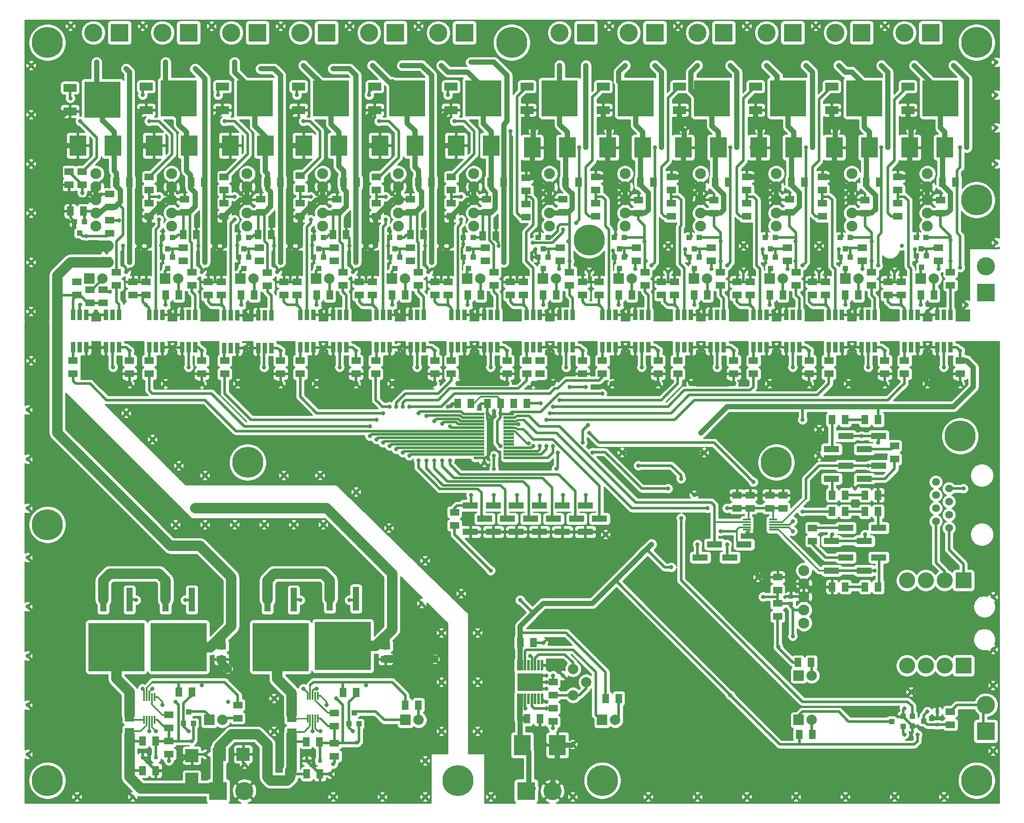
<source format=gtl>
G04 #@! TF.GenerationSoftware,KiCad,Pcbnew,(5.1.6)-1*
G04 #@! TF.CreationDate,2023-07-15T17:20:03+02:00*
G04 #@! TF.ProjectId,zone-controller,7a6f6e65-2d63-46f6-9e74-726f6c6c6572,rev?*
G04 #@! TF.SameCoordinates,Original*
G04 #@! TF.FileFunction,Copper,L1,Top*
G04 #@! TF.FilePolarity,Positive*
%FSLAX46Y46*%
G04 Gerber Fmt 4.6, Leading zero omitted, Abs format (unit mm)*
G04 Created by KiCad (PCBNEW (5.1.6)-1) date 2023-07-15 17:20:03*
%MOMM*%
%LPD*%
G01*
G04 APERTURE LIST*
G04 #@! TA.AperFunction,ComponentPad*
%ADD10C,0.800000*%
G04 #@! TD*
G04 #@! TA.AperFunction,SMDPad,CuDef*
%ADD11R,1.000000X1.000000*%
G04 #@! TD*
G04 #@! TA.AperFunction,SMDPad,CuDef*
%ADD12C,0.100000*%
G04 #@! TD*
G04 #@! TA.AperFunction,ComponentPad*
%ADD13C,6.000000*%
G04 #@! TD*
G04 #@! TA.AperFunction,SMDPad,CuDef*
%ADD14R,1.500000X0.350000*%
G04 #@! TD*
G04 #@! TA.AperFunction,SMDPad,CuDef*
%ADD15R,3.000000X1.250000*%
G04 #@! TD*
G04 #@! TA.AperFunction,ComponentPad*
%ADD16C,2.100000*%
G04 #@! TD*
G04 #@! TA.AperFunction,SMDPad,CuDef*
%ADD17R,2.500000X2.500000*%
G04 #@! TD*
G04 #@! TA.AperFunction,ComponentPad*
%ADD18R,2.000000X2.000000*%
G04 #@! TD*
G04 #@! TA.AperFunction,ComponentPad*
%ADD19C,2.000000*%
G04 #@! TD*
G04 #@! TA.AperFunction,SMDPad,CuDef*
%ADD20R,10.800000X9.400000*%
G04 #@! TD*
G04 #@! TA.AperFunction,SMDPad,CuDef*
%ADD21R,1.250000X4.600000*%
G04 #@! TD*
G04 #@! TA.AperFunction,SMDPad,CuDef*
%ADD22R,2.500000X1.500000*%
G04 #@! TD*
G04 #@! TA.AperFunction,SMDPad,CuDef*
%ADD23R,7.000000X7.000000*%
G04 #@! TD*
G04 #@! TA.AperFunction,ComponentPad*
%ADD24R,3.500000X3.500000*%
G04 #@! TD*
G04 #@! TA.AperFunction,ComponentPad*
%ADD25C,3.500000*%
G04 #@! TD*
G04 #@! TA.AperFunction,SMDPad,CuDef*
%ADD26R,0.900000X2.000000*%
G04 #@! TD*
G04 #@! TA.AperFunction,SMDPad,CuDef*
%ADD27R,0.350000X1.500000*%
G04 #@! TD*
G04 #@! TA.AperFunction,SMDPad,CuDef*
%ADD28R,2.000000X0.500000*%
G04 #@! TD*
G04 #@! TA.AperFunction,SMDPad,CuDef*
%ADD29R,0.500000X2.000000*%
G04 #@! TD*
G04 #@! TA.AperFunction,SMDPad,CuDef*
%ADD30R,5.000000X3.400000*%
G04 #@! TD*
G04 #@! TA.AperFunction,ComponentPad*
%ADD31O,3.100000X3.100000*%
G04 #@! TD*
G04 #@! TA.AperFunction,ComponentPad*
%ADD32R,3.100000X3.100000*%
G04 #@! TD*
G04 #@! TA.AperFunction,ComponentPad*
%ADD33C,1.500000*%
G04 #@! TD*
G04 #@! TA.AperFunction,SMDPad,CuDef*
%ADD34R,0.800000X0.800000*%
G04 #@! TD*
G04 #@! TA.AperFunction,SMDPad,CuDef*
%ADD35R,3.300000X4.000000*%
G04 #@! TD*
G04 #@! TA.AperFunction,SMDPad,CuDef*
%ADD36R,0.900000X0.900000*%
G04 #@! TD*
G04 #@! TA.AperFunction,Conductor*
%ADD37C,0.500000*%
G04 #@! TD*
G04 #@! TA.AperFunction,Conductor*
%ADD38C,1.000000*%
G04 #@! TD*
G04 #@! TA.AperFunction,Conductor*
%ADD39C,0.350000*%
G04 #@! TD*
G04 #@! TA.AperFunction,Conductor*
%ADD40C,0.400000*%
G04 #@! TD*
G04 #@! TA.AperFunction,Conductor*
%ADD41C,0.250000*%
G04 #@! TD*
G04 #@! TA.AperFunction,Conductor*
%ADD42C,0.450000*%
G04 #@! TD*
G04 #@! TA.AperFunction,Conductor*
%ADD43C,2.000000*%
G04 #@! TD*
G04 #@! TA.AperFunction,Conductor*
%ADD44C,1.500000*%
G04 #@! TD*
G04 #@! TA.AperFunction,Conductor*
%ADD45C,0.254000*%
G04 #@! TD*
G04 APERTURE END LIST*
D10*
X42418000Y-34290000D03*
X202692000Y-36830000D03*
X41656000Y-25908000D03*
X209550000Y-35052000D03*
X204978000Y-37846000D03*
X209550000Y-39116000D03*
X211455000Y-40386000D03*
X207264000Y-40640000D03*
X194310000Y-35306000D03*
X190246000Y-38100000D03*
X192532000Y-40640000D03*
X194310000Y-39116000D03*
X187960000Y-36830000D03*
X179578000Y-35306000D03*
X179578000Y-39116000D03*
X175768000Y-38100000D03*
X173228000Y-36830000D03*
X178054000Y-40640000D03*
X133858000Y-40640000D03*
X134620000Y-33020000D03*
X128778000Y-35560000D03*
X131826000Y-38100000D03*
X135636000Y-35306000D03*
X135890000Y-39116000D03*
X146812000Y-38100000D03*
X150622000Y-39116000D03*
X150368000Y-35306000D03*
X144272000Y-37084000D03*
X158242000Y-36830000D03*
X165100000Y-35306000D03*
X165100000Y-39116000D03*
X161036000Y-38100000D03*
X163322000Y-40640000D03*
X148590000Y-40640000D03*
X130048000Y-34290000D03*
X137160000Y-31750000D03*
D11*
X130810000Y-40570000D03*
X129860000Y-38370000D03*
X131760000Y-38370000D03*
D10*
X122174000Y-36195000D03*
X115316000Y-35814000D03*
X119634000Y-39116000D03*
X105156000Y-39116000D03*
X100838000Y-36195000D03*
X86106000Y-36068000D03*
X90424000Y-39116000D03*
X71628000Y-36068000D03*
X75946000Y-39116000D03*
G04 #@! TA.AperFunction,SMDPad,CuDef*
D12*
G36*
X76846000Y-37226000D02*
G01*
X75046000Y-37226000D01*
X75046000Y-35926000D01*
X76846000Y-35926000D01*
X76846000Y-37226000D01*
G37*
G04 #@! TD.AperFunction*
G04 #@! TA.AperFunction,SMDPad,CuDef*
G36*
X76846000Y-39766000D02*
G01*
X75046000Y-39766000D01*
X75046000Y-38466000D01*
X76846000Y-38466000D01*
X76846000Y-39766000D01*
G37*
G04 #@! TD.AperFunction*
D10*
X56896000Y-36068000D03*
X61214000Y-39116000D03*
X48768000Y-31242000D03*
X50800000Y-31242000D03*
G04 #@! TA.AperFunction,SMDPad,CuDef*
D12*
G36*
X135012000Y-37226000D02*
G01*
X133212000Y-37226000D01*
X133212000Y-35926000D01*
X135012000Y-35926000D01*
X135012000Y-37226000D01*
G37*
G04 #@! TD.AperFunction*
G04 #@! TA.AperFunction,SMDPad,CuDef*
G36*
X135012000Y-39766000D02*
G01*
X133212000Y-39766000D01*
X133212000Y-38466000D01*
X135012000Y-38466000D01*
X135012000Y-39766000D01*
G37*
G04 #@! TD.AperFunction*
G04 #@! TA.AperFunction,SMDPad,CuDef*
G36*
X208164000Y-37226000D02*
G01*
X206364000Y-37226000D01*
X206364000Y-35926000D01*
X208164000Y-35926000D01*
X208164000Y-37226000D01*
G37*
G04 #@! TD.AperFunction*
G04 #@! TA.AperFunction,SMDPad,CuDef*
G36*
X208164000Y-39766000D02*
G01*
X206364000Y-39766000D01*
X206364000Y-38466000D01*
X208164000Y-38466000D01*
X208164000Y-39766000D01*
G37*
G04 #@! TD.AperFunction*
G04 #@! TA.AperFunction,SMDPad,CuDef*
G36*
X149744000Y-37226000D02*
G01*
X147944000Y-37226000D01*
X147944000Y-35926000D01*
X149744000Y-35926000D01*
X149744000Y-37226000D01*
G37*
G04 #@! TD.AperFunction*
G04 #@! TA.AperFunction,SMDPad,CuDef*
G36*
X149744000Y-39766000D02*
G01*
X147944000Y-39766000D01*
X147944000Y-38466000D01*
X149744000Y-38466000D01*
X149744000Y-39766000D01*
G37*
G04 #@! TD.AperFunction*
G04 #@! TA.AperFunction,SMDPad,CuDef*
G36*
X164222000Y-37226000D02*
G01*
X162422000Y-37226000D01*
X162422000Y-35926000D01*
X164222000Y-35926000D01*
X164222000Y-37226000D01*
G37*
G04 #@! TD.AperFunction*
G04 #@! TA.AperFunction,SMDPad,CuDef*
G36*
X164222000Y-39766000D02*
G01*
X162422000Y-39766000D01*
X162422000Y-38466000D01*
X164222000Y-38466000D01*
X164222000Y-39766000D01*
G37*
G04 #@! TD.AperFunction*
G04 #@! TA.AperFunction,SMDPad,CuDef*
G36*
X193432000Y-37226000D02*
G01*
X191632000Y-37226000D01*
X191632000Y-35926000D01*
X193432000Y-35926000D01*
X193432000Y-37226000D01*
G37*
G04 #@! TD.AperFunction*
G04 #@! TA.AperFunction,SMDPad,CuDef*
G36*
X193432000Y-39766000D02*
G01*
X191632000Y-39766000D01*
X191632000Y-38466000D01*
X193432000Y-38466000D01*
X193432000Y-39766000D01*
G37*
G04 #@! TD.AperFunction*
G04 #@! TA.AperFunction,SMDPad,CuDef*
G36*
X178954000Y-37226000D02*
G01*
X177154000Y-37226000D01*
X177154000Y-35926000D01*
X178954000Y-35926000D01*
X178954000Y-37226000D01*
G37*
G04 #@! TD.AperFunction*
G04 #@! TA.AperFunction,SMDPad,CuDef*
G36*
X178954000Y-39766000D02*
G01*
X177154000Y-39766000D01*
X177154000Y-38466000D01*
X178954000Y-38466000D01*
X178954000Y-39766000D01*
G37*
G04 #@! TD.AperFunction*
G04 #@! TA.AperFunction,SMDPad,CuDef*
G36*
X208676000Y-22976000D02*
G01*
X208676000Y-24776000D01*
X207376000Y-24776000D01*
X207376000Y-22976000D01*
X208676000Y-22976000D01*
G37*
G04 #@! TD.AperFunction*
G04 #@! TA.AperFunction,SMDPad,CuDef*
G36*
X211216000Y-22976000D02*
G01*
X211216000Y-24776000D01*
X209916000Y-24776000D01*
X209916000Y-22976000D01*
X211216000Y-22976000D01*
G37*
G04 #@! TD.AperFunction*
G04 #@! TA.AperFunction,SMDPad,CuDef*
G36*
X150256000Y-22976000D02*
G01*
X150256000Y-24776000D01*
X148956000Y-24776000D01*
X148956000Y-22976000D01*
X150256000Y-22976000D01*
G37*
G04 #@! TD.AperFunction*
G04 #@! TA.AperFunction,SMDPad,CuDef*
G36*
X152796000Y-22976000D02*
G01*
X152796000Y-24776000D01*
X151496000Y-24776000D01*
X151496000Y-22976000D01*
X152796000Y-22976000D01*
G37*
G04 #@! TD.AperFunction*
G04 #@! TA.AperFunction,SMDPad,CuDef*
G36*
X135778000Y-22976000D02*
G01*
X135778000Y-24776000D01*
X134478000Y-24776000D01*
X134478000Y-22976000D01*
X135778000Y-22976000D01*
G37*
G04 #@! TD.AperFunction*
G04 #@! TA.AperFunction,SMDPad,CuDef*
G36*
X138318000Y-22976000D02*
G01*
X138318000Y-24776000D01*
X137018000Y-24776000D01*
X137018000Y-22976000D01*
X138318000Y-22976000D01*
G37*
G04 #@! TD.AperFunction*
G04 #@! TA.AperFunction,SMDPad,CuDef*
G36*
X164734000Y-22976000D02*
G01*
X164734000Y-24776000D01*
X163434000Y-24776000D01*
X163434000Y-22976000D01*
X164734000Y-22976000D01*
G37*
G04 #@! TD.AperFunction*
G04 #@! TA.AperFunction,SMDPad,CuDef*
G36*
X167274000Y-22976000D02*
G01*
X167274000Y-24776000D01*
X165974000Y-24776000D01*
X165974000Y-22976000D01*
X167274000Y-22976000D01*
G37*
G04 #@! TD.AperFunction*
G04 #@! TA.AperFunction,SMDPad,CuDef*
G36*
X193944000Y-22976000D02*
G01*
X193944000Y-24776000D01*
X192644000Y-24776000D01*
X192644000Y-22976000D01*
X193944000Y-22976000D01*
G37*
G04 #@! TD.AperFunction*
G04 #@! TA.AperFunction,SMDPad,CuDef*
G36*
X196484000Y-22976000D02*
G01*
X196484000Y-24776000D01*
X195184000Y-24776000D01*
X195184000Y-22976000D01*
X196484000Y-22976000D01*
G37*
G04 #@! TD.AperFunction*
G04 #@! TA.AperFunction,SMDPad,CuDef*
G36*
X179466000Y-22976000D02*
G01*
X179466000Y-24776000D01*
X178166000Y-24776000D01*
X178166000Y-22976000D01*
X179466000Y-22976000D01*
G37*
G04 #@! TD.AperFunction*
G04 #@! TA.AperFunction,SMDPad,CuDef*
G36*
X182006000Y-22976000D02*
G01*
X182006000Y-24776000D01*
X180706000Y-24776000D01*
X180706000Y-22976000D01*
X182006000Y-22976000D01*
G37*
G04 #@! TD.AperFunction*
G04 #@! TA.AperFunction,SMDPad,CuDef*
G36*
X120534000Y-37226000D02*
G01*
X118734000Y-37226000D01*
X118734000Y-35926000D01*
X120534000Y-35926000D01*
X120534000Y-37226000D01*
G37*
G04 #@! TD.AperFunction*
G04 #@! TA.AperFunction,SMDPad,CuDef*
G36*
X120534000Y-39766000D02*
G01*
X118734000Y-39766000D01*
X118734000Y-38466000D01*
X120534000Y-38466000D01*
X120534000Y-39766000D01*
G37*
G04 #@! TD.AperFunction*
G04 #@! TA.AperFunction,SMDPad,CuDef*
G36*
X106056000Y-37226000D02*
G01*
X104256000Y-37226000D01*
X104256000Y-35926000D01*
X106056000Y-35926000D01*
X106056000Y-37226000D01*
G37*
G04 #@! TD.AperFunction*
G04 #@! TA.AperFunction,SMDPad,CuDef*
G36*
X106056000Y-39766000D02*
G01*
X104256000Y-39766000D01*
X104256000Y-38466000D01*
X106056000Y-38466000D01*
X106056000Y-39766000D01*
G37*
G04 #@! TD.AperFunction*
G04 #@! TA.AperFunction,SMDPad,CuDef*
G36*
X62114000Y-37226000D02*
G01*
X60314000Y-37226000D01*
X60314000Y-35926000D01*
X62114000Y-35926000D01*
X62114000Y-37226000D01*
G37*
G04 #@! TD.AperFunction*
G04 #@! TA.AperFunction,SMDPad,CuDef*
G36*
X62114000Y-39766000D02*
G01*
X60314000Y-39766000D01*
X60314000Y-38466000D01*
X62114000Y-38466000D01*
X62114000Y-39766000D01*
G37*
G04 #@! TD.AperFunction*
G04 #@! TA.AperFunction,SMDPad,CuDef*
G36*
X91324000Y-37226000D02*
G01*
X89524000Y-37226000D01*
X89524000Y-35926000D01*
X91324000Y-35926000D01*
X91324000Y-37226000D01*
G37*
G04 #@! TD.AperFunction*
G04 #@! TA.AperFunction,SMDPad,CuDef*
G36*
X91324000Y-39766000D02*
G01*
X89524000Y-39766000D01*
X89524000Y-38466000D01*
X91324000Y-38466000D01*
X91324000Y-39766000D01*
G37*
G04 #@! TD.AperFunction*
G04 #@! TA.AperFunction,SMDPad,CuDef*
G36*
X46090000Y-33132000D02*
G01*
X47890000Y-33132000D01*
X47890000Y-34432000D01*
X46090000Y-34432000D01*
X46090000Y-33132000D01*
G37*
G04 #@! TD.AperFunction*
G04 #@! TA.AperFunction,SMDPad,CuDef*
G36*
X46090000Y-30592000D02*
G01*
X47890000Y-30592000D01*
X47890000Y-31892000D01*
X46090000Y-31892000D01*
X46090000Y-30592000D01*
G37*
G04 #@! TD.AperFunction*
G04 #@! TA.AperFunction,SMDPad,CuDef*
G36*
X107330000Y-22976000D02*
G01*
X107330000Y-24776000D01*
X106030000Y-24776000D01*
X106030000Y-22976000D01*
X107330000Y-22976000D01*
G37*
G04 #@! TD.AperFunction*
G04 #@! TA.AperFunction,SMDPad,CuDef*
G36*
X109870000Y-22976000D02*
G01*
X109870000Y-24776000D01*
X108570000Y-24776000D01*
X108570000Y-22976000D01*
X109870000Y-22976000D01*
G37*
G04 #@! TD.AperFunction*
G04 #@! TA.AperFunction,SMDPad,CuDef*
G36*
X121300000Y-22976000D02*
G01*
X121300000Y-24776000D01*
X120000000Y-24776000D01*
X120000000Y-22976000D01*
X121300000Y-22976000D01*
G37*
G04 #@! TD.AperFunction*
G04 #@! TA.AperFunction,SMDPad,CuDef*
G36*
X123840000Y-22976000D02*
G01*
X123840000Y-24776000D01*
X122540000Y-24776000D01*
X122540000Y-22976000D01*
X123840000Y-22976000D01*
G37*
G04 #@! TD.AperFunction*
G04 #@! TA.AperFunction,SMDPad,CuDef*
G36*
X121016000Y-35190000D02*
G01*
X121016000Y-33390000D01*
X122316000Y-33390000D01*
X122316000Y-35190000D01*
X121016000Y-35190000D01*
G37*
G04 #@! TD.AperFunction*
G04 #@! TA.AperFunction,SMDPad,CuDef*
G36*
X118476000Y-35190000D02*
G01*
X118476000Y-33390000D01*
X119776000Y-33390000D01*
X119776000Y-35190000D01*
X118476000Y-35190000D01*
G37*
G04 #@! TD.AperFunction*
G04 #@! TA.AperFunction,SMDPad,CuDef*
G36*
X107046000Y-34936000D02*
G01*
X107046000Y-33136000D01*
X108346000Y-33136000D01*
X108346000Y-34936000D01*
X107046000Y-34936000D01*
G37*
G04 #@! TD.AperFunction*
G04 #@! TA.AperFunction,SMDPad,CuDef*
G36*
X104506000Y-34936000D02*
G01*
X104506000Y-33136000D01*
X105806000Y-33136000D01*
X105806000Y-34936000D01*
X104506000Y-34936000D01*
G37*
G04 #@! TD.AperFunction*
G04 #@! TA.AperFunction,SMDPad,CuDef*
G36*
X63388000Y-22976000D02*
G01*
X63388000Y-24776000D01*
X62088000Y-24776000D01*
X62088000Y-22976000D01*
X63388000Y-22976000D01*
G37*
G04 #@! TD.AperFunction*
G04 #@! TA.AperFunction,SMDPad,CuDef*
G36*
X65928000Y-22976000D02*
G01*
X65928000Y-24776000D01*
X64628000Y-24776000D01*
X64628000Y-22976000D01*
X65928000Y-22976000D01*
G37*
G04 #@! TD.AperFunction*
G04 #@! TA.AperFunction,SMDPad,CuDef*
G36*
X92852000Y-22976000D02*
G01*
X92852000Y-24776000D01*
X91552000Y-24776000D01*
X91552000Y-22976000D01*
X92852000Y-22976000D01*
G37*
G04 #@! TD.AperFunction*
G04 #@! TA.AperFunction,SMDPad,CuDef*
G36*
X95392000Y-22976000D02*
G01*
X95392000Y-24776000D01*
X94092000Y-24776000D01*
X94092000Y-22976000D01*
X95392000Y-22976000D01*
G37*
G04 #@! TD.AperFunction*
G04 #@! TA.AperFunction,SMDPad,CuDef*
G36*
X78120000Y-22976000D02*
G01*
X78120000Y-24776000D01*
X76820000Y-24776000D01*
X76820000Y-22976000D01*
X78120000Y-22976000D01*
G37*
G04 #@! TD.AperFunction*
G04 #@! TA.AperFunction,SMDPad,CuDef*
G36*
X80660000Y-22976000D02*
G01*
X80660000Y-24776000D01*
X79360000Y-24776000D01*
X79360000Y-22976000D01*
X80660000Y-22976000D01*
G37*
G04 #@! TD.AperFunction*
G04 #@! TA.AperFunction,SMDPad,CuDef*
G36*
X63104000Y-34936000D02*
G01*
X63104000Y-33136000D01*
X64404000Y-33136000D01*
X64404000Y-34936000D01*
X63104000Y-34936000D01*
G37*
G04 #@! TD.AperFunction*
G04 #@! TA.AperFunction,SMDPad,CuDef*
G36*
X60564000Y-34936000D02*
G01*
X60564000Y-33136000D01*
X61864000Y-33136000D01*
X61864000Y-34936000D01*
X60564000Y-34936000D01*
G37*
G04 #@! TD.AperFunction*
G04 #@! TA.AperFunction,SMDPad,CuDef*
G36*
X92060000Y-34936000D02*
G01*
X92060000Y-33136000D01*
X93360000Y-33136000D01*
X93360000Y-34936000D01*
X92060000Y-34936000D01*
G37*
G04 #@! TD.AperFunction*
G04 #@! TA.AperFunction,SMDPad,CuDef*
G36*
X89520000Y-34936000D02*
G01*
X89520000Y-33136000D01*
X90820000Y-33136000D01*
X90820000Y-34936000D01*
X89520000Y-34936000D01*
G37*
G04 #@! TD.AperFunction*
G04 #@! TA.AperFunction,SMDPad,CuDef*
G36*
X77582000Y-34936000D02*
G01*
X77582000Y-33136000D01*
X78882000Y-33136000D01*
X78882000Y-34936000D01*
X77582000Y-34936000D01*
G37*
G04 #@! TD.AperFunction*
G04 #@! TA.AperFunction,SMDPad,CuDef*
G36*
X75042000Y-34936000D02*
G01*
X75042000Y-33136000D01*
X76342000Y-33136000D01*
X76342000Y-34936000D01*
X75042000Y-34936000D01*
G37*
G04 #@! TD.AperFunction*
G04 #@! TA.AperFunction,SMDPad,CuDef*
G36*
X48910000Y-22976000D02*
G01*
X48910000Y-24776000D01*
X47610000Y-24776000D01*
X47610000Y-22976000D01*
X48910000Y-22976000D01*
G37*
G04 #@! TD.AperFunction*
G04 #@! TA.AperFunction,SMDPad,CuDef*
G36*
X51450000Y-22976000D02*
G01*
X51450000Y-24776000D01*
X50150000Y-24776000D01*
X50150000Y-22976000D01*
X51450000Y-22976000D01*
G37*
G04 #@! TD.AperFunction*
G04 #@! TA.AperFunction,SMDPad,CuDef*
G36*
X40020000Y-28564000D02*
G01*
X40020000Y-30364000D01*
X38720000Y-30364000D01*
X38720000Y-28564000D01*
X40020000Y-28564000D01*
G37*
G04 #@! TD.AperFunction*
G04 #@! TA.AperFunction,SMDPad,CuDef*
G36*
X42560000Y-28564000D02*
G01*
X42560000Y-30364000D01*
X41260000Y-30364000D01*
X41260000Y-28564000D01*
X42560000Y-28564000D01*
G37*
G04 #@! TD.AperFunction*
D11*
X203962000Y-40316000D03*
X203012000Y-38116000D03*
X204912000Y-38116000D03*
X145542000Y-40570000D03*
X144592000Y-38370000D03*
X146492000Y-38370000D03*
X160020000Y-40570000D03*
X159070000Y-38370000D03*
X160970000Y-38370000D03*
X189230000Y-40570000D03*
X188280000Y-38370000D03*
X190180000Y-38370000D03*
X174752000Y-40570000D03*
X173802000Y-38370000D03*
X175702000Y-38370000D03*
X130810000Y-36744000D03*
X129860000Y-34544000D03*
X131760000Y-34544000D03*
X203896000Y-36744000D03*
X202946000Y-34544000D03*
X204846000Y-34544000D03*
X145542000Y-36760000D03*
X144592000Y-34560000D03*
X146492000Y-34560000D03*
X160020000Y-36760000D03*
X159070000Y-34560000D03*
X160970000Y-34560000D03*
X189230000Y-36760000D03*
X188280000Y-34560000D03*
X190180000Y-34560000D03*
X174752000Y-36744000D03*
X173802000Y-34544000D03*
X175702000Y-34544000D03*
X116332000Y-40570000D03*
X115382000Y-38370000D03*
X117282000Y-38370000D03*
X102108000Y-40570000D03*
X101158000Y-38370000D03*
X103058000Y-38370000D03*
X58166000Y-40570000D03*
X57216000Y-38370000D03*
X59116000Y-38370000D03*
X87376000Y-40570000D03*
X86426000Y-38370000D03*
X88326000Y-38370000D03*
X72898000Y-40570000D03*
X71948000Y-38370000D03*
X73848000Y-38370000D03*
X116332000Y-36760000D03*
X115382000Y-34560000D03*
X117282000Y-34560000D03*
X102108000Y-36760000D03*
X101158000Y-34560000D03*
X103058000Y-34560000D03*
X58166000Y-36760000D03*
X57216000Y-34560000D03*
X59116000Y-34560000D03*
X87376000Y-36760000D03*
X86426000Y-34560000D03*
X88326000Y-34560000D03*
X72898000Y-36760000D03*
X71948000Y-34560000D03*
X73848000Y-34560000D03*
X41148000Y-33712000D03*
X40198000Y-31512000D03*
X42098000Y-31512000D03*
D10*
X89535000Y-100965000D03*
X57785000Y-100965000D03*
X107950000Y-135890000D03*
X33655000Y-74930000D03*
X37465000Y-78740000D03*
X46355000Y-87630000D03*
X41910000Y-83185000D03*
X51435000Y-92710000D03*
X59690000Y-90170000D03*
X65405000Y-90170000D03*
X71120000Y-90170000D03*
D13*
X34925000Y-90170000D03*
D14*
X175260000Y-89170000D03*
X175260000Y-89670000D03*
X175260000Y-90170000D03*
X175260000Y-90670000D03*
X175260000Y-91170000D03*
X170180000Y-91170000D03*
X170180000Y-90670000D03*
X170180000Y-90170000D03*
X170180000Y-89170000D03*
X170180000Y-89670000D03*
D13*
X214630000Y-27305000D03*
X114300000Y-139700000D03*
X211455000Y-73025000D03*
D10*
X184150000Y-71755000D03*
X184150000Y-76835000D03*
X160020000Y-84455000D03*
X171450000Y-81915000D03*
X173355000Y-104140000D03*
X180975000Y-69850000D03*
X180975000Y-87630000D03*
X191135000Y-83185000D03*
X194945000Y-99060000D03*
X193040000Y-92075000D03*
X193675000Y-78740000D03*
X195580000Y-74295000D03*
X192405000Y-73025000D03*
X186690000Y-92075000D03*
X179070000Y-91440000D03*
X179070000Y-89535000D03*
X155575000Y-98425000D03*
X157480000Y-88900000D03*
X157480000Y-81280000D03*
D15*
X192935000Y-99060000D03*
X195685000Y-96520000D03*
G04 #@! TA.AperFunction,SMDPad,CuDef*
D12*
G36*
X194930000Y-85355000D02*
G01*
X194930000Y-83555000D01*
X196230000Y-83555000D01*
X196230000Y-85355000D01*
X194930000Y-85355000D01*
G37*
G04 #@! TD.AperFunction*
G04 #@! TA.AperFunction,SMDPad,CuDef*
G36*
X192390000Y-85355000D02*
G01*
X192390000Y-83555000D01*
X193690000Y-83555000D01*
X193690000Y-85355000D01*
X192390000Y-85355000D01*
G37*
G04 #@! TD.AperFunction*
G04 #@! TA.AperFunction,SMDPad,CuDef*
G36*
X188580000Y-85355000D02*
G01*
X188580000Y-83555000D01*
X189880000Y-83555000D01*
X189880000Y-85355000D01*
X188580000Y-85355000D01*
G37*
G04 #@! TD.AperFunction*
G04 #@! TA.AperFunction,SMDPad,CuDef*
G36*
X186040000Y-85355000D02*
G01*
X186040000Y-83555000D01*
X187340000Y-83555000D01*
X187340000Y-85355000D01*
X186040000Y-85355000D01*
G37*
G04 #@! TD.AperFunction*
G04 #@! TA.AperFunction,SMDPad,CuDef*
G36*
X197855000Y-76820000D02*
G01*
X199655000Y-76820000D01*
X199655000Y-78120000D01*
X197855000Y-78120000D01*
X197855000Y-76820000D01*
G37*
G04 #@! TD.AperFunction*
G04 #@! TA.AperFunction,SMDPad,CuDef*
G36*
X197855000Y-74280000D02*
G01*
X199655000Y-74280000D01*
X199655000Y-75580000D01*
X197855000Y-75580000D01*
X197855000Y-74280000D01*
G37*
G04 #@! TD.AperFunction*
G04 #@! TA.AperFunction,SMDPad,CuDef*
G36*
X187340000Y-68950000D02*
G01*
X187340000Y-70750000D01*
X186040000Y-70750000D01*
X186040000Y-68950000D01*
X187340000Y-68950000D01*
G37*
G04 #@! TD.AperFunction*
G04 #@! TA.AperFunction,SMDPad,CuDef*
G36*
X189880000Y-68950000D02*
G01*
X189880000Y-70750000D01*
X188580000Y-70750000D01*
X188580000Y-68950000D01*
X189880000Y-68950000D01*
G37*
G04 #@! TD.AperFunction*
G04 #@! TA.AperFunction,SMDPad,CuDef*
G36*
X193690000Y-68950000D02*
G01*
X193690000Y-70750000D01*
X192390000Y-70750000D01*
X192390000Y-68950000D01*
X193690000Y-68950000D01*
G37*
G04 #@! TD.AperFunction*
G04 #@! TA.AperFunction,SMDPad,CuDef*
G36*
X196230000Y-68950000D02*
G01*
X196230000Y-70750000D01*
X194930000Y-70750000D01*
X194930000Y-68950000D01*
X196230000Y-68950000D01*
G37*
G04 #@! TD.AperFunction*
G04 #@! TA.AperFunction,SMDPad,CuDef*
G36*
X187340000Y-101335000D02*
G01*
X187340000Y-103135000D01*
X186040000Y-103135000D01*
X186040000Y-101335000D01*
X187340000Y-101335000D01*
G37*
G04 #@! TD.AperFunction*
G04 #@! TA.AperFunction,SMDPad,CuDef*
G36*
X189880000Y-101335000D02*
G01*
X189880000Y-103135000D01*
X188580000Y-103135000D01*
X188580000Y-101335000D01*
X189880000Y-101335000D01*
G37*
G04 #@! TD.AperFunction*
G04 #@! TA.AperFunction,SMDPad,CuDef*
G36*
X193690000Y-101335000D02*
G01*
X193690000Y-103135000D01*
X192390000Y-103135000D01*
X192390000Y-101335000D01*
X193690000Y-101335000D01*
G37*
G04 #@! TD.AperFunction*
G04 #@! TA.AperFunction,SMDPad,CuDef*
G36*
X196230000Y-101335000D02*
G01*
X196230000Y-103135000D01*
X194930000Y-103135000D01*
X194930000Y-101335000D01*
X196230000Y-101335000D01*
G37*
G04 #@! TD.AperFunction*
G04 #@! TA.AperFunction,SMDPad,CuDef*
G36*
X181980000Y-92695000D02*
G01*
X183780000Y-92695000D01*
X183780000Y-93995000D01*
X181980000Y-93995000D01*
X181980000Y-92695000D01*
G37*
G04 #@! TD.AperFunction*
G04 #@! TA.AperFunction,SMDPad,CuDef*
G36*
X181980000Y-90155000D02*
G01*
X183780000Y-90155000D01*
X183780000Y-91455000D01*
X181980000Y-91455000D01*
X181980000Y-90155000D01*
G37*
G04 #@! TD.AperFunction*
G04 #@! TA.AperFunction,SMDPad,CuDef*
G36*
X194930000Y-88530000D02*
G01*
X194930000Y-86730000D01*
X196230000Y-86730000D01*
X196230000Y-88530000D01*
X194930000Y-88530000D01*
G37*
G04 #@! TD.AperFunction*
G04 #@! TA.AperFunction,SMDPad,CuDef*
G36*
X192390000Y-88530000D02*
G01*
X192390000Y-86730000D01*
X193690000Y-86730000D01*
X193690000Y-88530000D01*
X192390000Y-88530000D01*
G37*
G04 #@! TD.AperFunction*
G04 #@! TA.AperFunction,SMDPad,CuDef*
G36*
X188580000Y-88530000D02*
G01*
X188580000Y-86730000D01*
X189880000Y-86730000D01*
X189880000Y-88530000D01*
X188580000Y-88530000D01*
G37*
G04 #@! TD.AperFunction*
G04 #@! TA.AperFunction,SMDPad,CuDef*
G36*
X186040000Y-88530000D02*
G01*
X186040000Y-86730000D01*
X187340000Y-86730000D01*
X187340000Y-88530000D01*
X186040000Y-88530000D01*
G37*
G04 #@! TD.AperFunction*
D15*
X189335000Y-78740000D03*
X186585000Y-81280000D03*
X192935000Y-81280000D03*
X195685000Y-78740000D03*
X195685000Y-73025000D03*
X192935000Y-75565000D03*
X186585000Y-75565000D03*
X189335000Y-73025000D03*
X189335000Y-96520000D03*
X186585000Y-99060000D03*
X186585000Y-93345000D03*
X189335000Y-90805000D03*
X195685000Y-90805000D03*
X192935000Y-93345000D03*
D10*
X133604000Y-76200000D03*
X121285000Y-76835000D03*
X121285000Y-79375000D03*
X133350000Y-79375000D03*
X130175000Y-60960000D03*
X130175000Y-58420000D03*
G04 #@! TA.AperFunction,SMDPad,CuDef*
D12*
G36*
X129275000Y-60310000D02*
G01*
X131075000Y-60310000D01*
X131075000Y-61610000D01*
X129275000Y-61610000D01*
X129275000Y-60310000D01*
G37*
G04 #@! TD.AperFunction*
G04 #@! TA.AperFunction,SMDPad,CuDef*
G36*
X129275000Y-57770000D02*
G01*
X131075000Y-57770000D01*
X131075000Y-59070000D01*
X129275000Y-59070000D01*
X129275000Y-57770000D01*
G37*
G04 #@! TD.AperFunction*
D10*
X112395000Y-67310000D03*
X109855000Y-116205000D03*
X200152000Y-36195000D03*
X184150000Y-36195000D03*
X169545000Y-36195000D03*
X154940000Y-36195000D03*
X39370000Y6350000D03*
X49530000Y-36195000D03*
X64135000Y-36195000D03*
X78740000Y-36195000D03*
X93345000Y-36195000D03*
X93980000Y-41275000D03*
X107950000Y-36195000D03*
X108585000Y-41275000D03*
X129286000Y-36830000D03*
X209550000Y-9525000D03*
X207645000Y-9525000D03*
X205740000Y-9525000D03*
X205740000Y-7620000D03*
X207645000Y-7620000D03*
X209550000Y-7620000D03*
X209550000Y-5715000D03*
X207645000Y-5715000D03*
X205740000Y-5715000D03*
X191135000Y-9525000D03*
X193040000Y-9525000D03*
X194945000Y-9525000D03*
X194945000Y-7620000D03*
X193040000Y-7620000D03*
X191135000Y-7620000D03*
X194945000Y-5715000D03*
X193040000Y-5715000D03*
X191135000Y-5715000D03*
X180340000Y-9525000D03*
X178435000Y-9525000D03*
X176530000Y-9525000D03*
X176530000Y-7620000D03*
X178435000Y-7620000D03*
X180340000Y-7620000D03*
X180340000Y-5715000D03*
X178435000Y-5715000D03*
X176530000Y-5715000D03*
X165735000Y-9525000D03*
X163830000Y-9525000D03*
X161925000Y-9525000D03*
X161925000Y-7620000D03*
X163830000Y-7620000D03*
X165735000Y-7620000D03*
X165735000Y-5715000D03*
X163830000Y-5715000D03*
X161925000Y-5715000D03*
X146685000Y-9525000D03*
X148590000Y-9525000D03*
X150495000Y-9525000D03*
X150495000Y-7620000D03*
X148590000Y-7620000D03*
X146685000Y-7620000D03*
X150495000Y-5715000D03*
X148590000Y-5715000D03*
X146685000Y-5715000D03*
X135890000Y-9525000D03*
X133985000Y-9525000D03*
X132080000Y-9525000D03*
X132080000Y-7620000D03*
X133985000Y-7620000D03*
X135890000Y-7620000D03*
X135890000Y-5715000D03*
X133985000Y-5715000D03*
X132080000Y-5715000D03*
X121285000Y-9525000D03*
X119380000Y-9525000D03*
X117475000Y-9525000D03*
X117475000Y-7620000D03*
X119380000Y-7620000D03*
X121285000Y-7620000D03*
X121285000Y-5715000D03*
X119380000Y-5715000D03*
X117475000Y-5715000D03*
X106680000Y-9525000D03*
X104775000Y-9525000D03*
X102870000Y-9525000D03*
X106680000Y-7620000D03*
X104775000Y-7620000D03*
X102870000Y-7620000D03*
X106680000Y-5715000D03*
X104775000Y-5715000D03*
X102870000Y-5715000D03*
X91440000Y-9525000D03*
X89535000Y-9525000D03*
X87630000Y-9525000D03*
X87630000Y-7620000D03*
X89535000Y-7620000D03*
X91440000Y-7620000D03*
X91440000Y-5715000D03*
X89535000Y-5715000D03*
X87630000Y-5715000D03*
X73025000Y-9525000D03*
X74930000Y-9525000D03*
X76835000Y-9525000D03*
X76835000Y-7620000D03*
X74930000Y-7620000D03*
X72957000Y-7620000D03*
X76835000Y-5715000D03*
X74930000Y-5715000D03*
X73025000Y-5715000D03*
X58420000Y-9525000D03*
X58420000Y-7620000D03*
X60325000Y-7620000D03*
X60325000Y-9525000D03*
X62230000Y-9525000D03*
X62230000Y-7620000D03*
X62230000Y-5715000D03*
X60325000Y-5715000D03*
X58420000Y-5715000D03*
X45720000Y-9525000D03*
X45720000Y-5715000D03*
X45720000Y-7620000D03*
X47625000Y-7620000D03*
X47625000Y-9525000D03*
X43815000Y-9525000D03*
X43815000Y-7620000D03*
X47625000Y-5715000D03*
X43815000Y-5715000D03*
X44450000Y-116840000D03*
X48260000Y-116840000D03*
X52070000Y-116840000D03*
X52070000Y-113665000D03*
X48260000Y-113665000D03*
X44450000Y-113665000D03*
X44450000Y-110490000D03*
X48260000Y-110490000D03*
X52070000Y-110490000D03*
X60325000Y-113665000D03*
X56515000Y-113665000D03*
X56515000Y-116840000D03*
X60325000Y-116840000D03*
X64135000Y-116840000D03*
X64135000Y-113665000D03*
X64135000Y-110490000D03*
X60325000Y-110490000D03*
X56515000Y-110490000D03*
X88265000Y-90170000D03*
X82550000Y-90170000D03*
X76835000Y-90170000D03*
X78740000Y-123825000D03*
X78740000Y-130175000D03*
X83820000Y-116840000D03*
X83820000Y-113665000D03*
X80010000Y-113665000D03*
X80010000Y-116840000D03*
X76200000Y-116840000D03*
X76200000Y-113665000D03*
X76200000Y-110490000D03*
X80010000Y-110490000D03*
X83820000Y-110490000D03*
X92075000Y-110490000D03*
X95885000Y-113665000D03*
X88900000Y-113665000D03*
X92075000Y-113665000D03*
X92075000Y-116840000D03*
X95885000Y-116840000D03*
X95885000Y-110490000D03*
X88900000Y-110490000D03*
X88900000Y-116840000D03*
X107315000Y-105410000D03*
X111125000Y-111125000D03*
X111125000Y-120650000D03*
X111125000Y-130175000D03*
X107950000Y-142875000D03*
X99695000Y-142875000D03*
X90170000Y-142875000D03*
X217805000Y-104140000D03*
X217805000Y-114300000D03*
X217805000Y-121285000D03*
X217805000Y-133985000D03*
X55245000Y-73660000D03*
X60325000Y-78740000D03*
X65405000Y-80645000D03*
X80645000Y-80645000D03*
X87630000Y-80645000D03*
X94615000Y-83820000D03*
X100965000Y-90805000D03*
X107950000Y-97155000D03*
X114935000Y-103505000D03*
X50165000Y-68580000D03*
X118110000Y-111125000D03*
X118110000Y-120650000D03*
X118110000Y-130175000D03*
X136525000Y-142875000D03*
X120650000Y-142875000D03*
X151130000Y-142875000D03*
X160655000Y-142875000D03*
X170180000Y-142875000D03*
X179705000Y-142875000D03*
X189230000Y-142875000D03*
X198755000Y-142875000D03*
X208280000Y-142875000D03*
X51435000Y-142875000D03*
X40640000Y-142875000D03*
X31115000Y-134620000D03*
X31115000Y-125095000D03*
X31115000Y-115570000D03*
X31115000Y-106045000D03*
X31115000Y-96520000D03*
X31115000Y-86995000D03*
X31115000Y-77470000D03*
X31115000Y-67945000D03*
X31750000Y-58420000D03*
X218440000Y-35560000D03*
X218440000Y-13335000D03*
X218440000Y-20320000D03*
X218440000Y-6985000D03*
X218440000Y-635000D03*
X196850000Y6350000D03*
X183515000Y6350000D03*
X170180000Y6350000D03*
X156845000Y6350000D03*
X143510000Y6350000D03*
X31750000Y-1270000D03*
X31750000Y-10795000D03*
X106680000Y6350000D03*
X93345000Y6350000D03*
X80010000Y6350000D03*
X66675000Y6350000D03*
X53340000Y6350000D03*
X31750000Y-48895000D03*
X31750000Y-39370000D03*
X31750000Y-29845000D03*
X31750000Y-20320000D03*
X166370000Y-86995000D03*
X120650000Y-99060000D03*
X126365000Y-104775000D03*
X179070000Y-111760000D03*
X137795000Y-17145000D03*
X211455000Y-17145000D03*
X203200000Y-34290000D03*
X188595000Y-34290000D03*
X173990000Y-34290000D03*
X197485000Y-17145000D03*
X182880000Y-17145000D03*
X168275000Y-17145000D03*
X144780000Y-34036000D03*
X159385000Y-34290000D03*
X153670000Y-17145000D03*
X139065000Y-17145000D03*
X196215000Y-17145000D03*
X158115000Y-13970000D03*
X167005000Y-17145000D03*
X151765000Y-40005000D03*
X139700000Y-41275000D03*
X123190000Y-39370000D03*
D16*
X44323000Y-22225000D03*
X44323000Y-32385000D03*
X44323000Y-27305000D03*
X44323000Y-29845000D03*
X44323000Y-24765000D03*
X58939540Y-22225000D03*
X58939540Y-32385000D03*
X58939540Y-27305000D03*
X58939540Y-29845000D03*
X58939540Y-24765000D03*
D13*
X142240000Y-139700000D03*
D10*
X197485000Y-2540000D03*
X196215000Y-1270000D03*
X189230000Y-2540000D03*
X187960000Y-1270000D03*
X203835000Y-2540000D03*
X202565000Y-1270000D03*
X211455000Y-2540000D03*
X210185000Y-1270000D03*
X175260000Y-2540000D03*
X173990000Y-1270000D03*
X182880000Y-2540000D03*
X181610000Y-1270000D03*
X159385000Y-2540000D03*
X160655000Y-1270000D03*
X168275000Y-2540000D03*
X167005000Y-1270000D03*
X145415000Y-2540000D03*
X146685000Y-1270000D03*
X153670000Y-2540000D03*
X152400000Y-1270000D03*
X139065000Y-2540000D03*
X139065000Y-1270000D03*
X133985000Y-2540000D03*
X133985000Y-1270000D03*
X112395000Y-2540000D03*
X111125000Y-1270000D03*
X118110000Y-635000D03*
X116840000Y-635000D03*
X104775000Y-1270000D03*
X103505000Y-1270000D03*
X99060000Y-2540000D03*
X97790000Y-1270000D03*
X91440000Y-1905000D03*
X90170000Y-1905000D03*
X85725000Y-2540000D03*
X84455000Y-1270000D03*
X77470000Y-1905000D03*
X76200000Y-1905000D03*
X71120000Y-1905000D03*
X71120000Y-635000D03*
X57785000Y-1905000D03*
X57785000Y-635000D03*
X64770000Y-3175000D03*
X63500000Y-1905000D03*
X50800000Y-3175000D03*
X50165000Y-1905000D03*
X44450000Y-1905000D03*
X44450000Y-635000D03*
D13*
X124714000Y3175000D03*
X139700000Y-35052000D03*
X175895000Y-78105000D03*
X73660000Y-78105000D03*
X34925000Y-139700000D03*
X214630000Y-139700000D03*
X214630000Y3175000D03*
X34925000Y3175000D03*
D16*
X146638818Y-22225000D03*
X146638818Y-32385000D03*
X146638818Y-27305000D03*
X146638818Y-29845000D03*
X146638818Y-24765000D03*
X117405727Y-22225000D03*
X117405727Y-32385000D03*
X117405727Y-27305000D03*
X117405727Y-29845000D03*
X117405727Y-24765000D03*
X132022273Y-22225000D03*
X132022273Y-32385000D03*
X132022273Y-27305000D03*
X132022273Y-29845000D03*
X132022273Y-24765000D03*
X205105000Y-22225000D03*
X205105000Y-32385000D03*
X205105000Y-27305000D03*
X205105000Y-29845000D03*
X205105000Y-24765000D03*
X190488455Y-22225000D03*
X190488455Y-32385000D03*
X190488455Y-27305000D03*
X190488455Y-29845000D03*
X190488455Y-24765000D03*
X175871909Y-22225000D03*
X175871909Y-32385000D03*
X175871909Y-27305000D03*
X175871909Y-29845000D03*
X175871909Y-24765000D03*
X161255364Y-22225000D03*
X161255364Y-32385000D03*
X161255364Y-27305000D03*
X161255364Y-29845000D03*
X161255364Y-24765000D03*
X102789182Y-22225000D03*
X102789182Y-32385000D03*
X102789182Y-27305000D03*
X102789182Y-29845000D03*
X102789182Y-24765000D03*
X88172636Y-22225000D03*
X88172636Y-32385000D03*
X88172636Y-27305000D03*
X88172636Y-29845000D03*
X88172636Y-24765000D03*
X73556091Y-22225000D03*
X73556091Y-32385000D03*
X73556091Y-27305000D03*
X73556091Y-29845000D03*
X73556091Y-24765000D03*
X181229000Y-99060000D03*
X181229000Y-109220000D03*
X181229000Y-104140000D03*
X181229000Y-106680000D03*
X181229000Y-101600000D03*
D15*
X138960000Y-86487000D03*
X138960000Y-91567000D03*
X141710000Y-89027000D03*
X134515000Y-86487000D03*
X134515000Y-91567000D03*
X137265000Y-89027000D03*
X130070000Y-86487000D03*
X130070000Y-91567000D03*
X132820000Y-89027000D03*
X125625000Y-86487000D03*
X125625000Y-91567000D03*
X128375000Y-89027000D03*
X121180000Y-86487000D03*
X121180000Y-91567000D03*
X123930000Y-89027000D03*
X116735000Y-86487000D03*
X116735000Y-91567000D03*
X119485000Y-89027000D03*
X166900000Y-96520000D03*
X169650000Y-93980000D03*
X161185000Y-96520000D03*
X163935000Y-93980000D03*
D17*
X68185000Y-134620000D03*
X72785000Y-134620000D03*
X62865000Y-139460000D03*
X62865000Y-134860000D03*
D18*
X43053000Y-42545000D03*
D19*
X45593000Y-42545000D03*
D10*
X83820000Y-104775000D03*
X52070000Y-104775000D03*
D20*
X92075000Y-113665000D03*
D21*
X89535000Y-104515000D03*
X94615000Y-104515000D03*
D20*
X80010000Y-113865000D03*
D21*
X77470000Y-104715000D03*
X82550000Y-104715000D03*
D20*
X60325000Y-113865000D03*
D21*
X57785000Y-104715000D03*
X62865000Y-104715000D03*
D20*
X48260000Y-113865000D03*
D21*
X45720000Y-104715000D03*
X50800000Y-104715000D03*
D22*
X39293000Y-5594000D03*
X39293000Y-10154000D03*
D23*
X45593000Y-7874000D03*
D24*
X205740000Y5080000D03*
D25*
X200660000Y5080000D03*
D24*
X192405000Y5080000D03*
D25*
X187325000Y5080000D03*
D24*
X179070000Y5080000D03*
D25*
X173990000Y5080000D03*
D24*
X165735000Y5080000D03*
D25*
X160655000Y5080000D03*
D24*
X152400000Y5080000D03*
D25*
X147320000Y5080000D03*
D24*
X139065000Y5080000D03*
D25*
X133985000Y5080000D03*
D24*
X115570000Y5080000D03*
D25*
X110490000Y5080000D03*
D24*
X102235000Y5080000D03*
D25*
X97155000Y5080000D03*
D24*
X88900000Y5080000D03*
D25*
X83820000Y5080000D03*
D24*
X75565000Y5080000D03*
D25*
X70485000Y5080000D03*
D24*
X62230000Y5080000D03*
D25*
X57150000Y5080000D03*
D24*
X216408000Y-45212000D03*
D25*
X216408000Y-40132000D03*
D24*
X216408000Y-130175000D03*
D25*
X216408000Y-125095000D03*
D24*
X48895000Y5080000D03*
D25*
X43815000Y5080000D03*
D24*
X127508000Y-141732000D03*
D25*
X132588000Y-141732000D03*
D24*
X67945000Y-141732000D03*
D25*
X73025000Y-141732000D03*
D26*
X207010000Y-49555000D03*
X208280000Y-55855000D03*
X209550000Y-49555000D03*
X208280000Y-49555000D03*
X209550000Y-55855000D03*
X207010000Y-55855000D03*
X203200000Y-55855000D03*
X201930000Y-49555000D03*
X200660000Y-55855000D03*
X201930000Y-55855000D03*
X200660000Y-49555000D03*
X203200000Y-49555000D03*
X192405000Y-49555000D03*
X193675000Y-55855000D03*
X194945000Y-49555000D03*
X193675000Y-49555000D03*
X194945000Y-55855000D03*
X192405000Y-55855000D03*
X188595000Y-55855000D03*
X187325000Y-49555000D03*
X186055000Y-55855000D03*
X187325000Y-55855000D03*
X186055000Y-49555000D03*
X188595000Y-49555000D03*
X177800000Y-49555000D03*
X179070000Y-55855000D03*
X180340000Y-49555000D03*
X179070000Y-49555000D03*
X180340000Y-55855000D03*
X177800000Y-55855000D03*
X173990000Y-55855000D03*
X172720000Y-49555000D03*
X171450000Y-55855000D03*
X172720000Y-55855000D03*
X171450000Y-49555000D03*
X173990000Y-49555000D03*
X163195000Y-49555000D03*
X164465000Y-55855000D03*
X165735000Y-49555000D03*
X164465000Y-49555000D03*
X165735000Y-55855000D03*
X163195000Y-55855000D03*
X159385000Y-55855000D03*
X158115000Y-49555000D03*
X156845000Y-55855000D03*
X158115000Y-55855000D03*
X156845000Y-49555000D03*
X159385000Y-49555000D03*
X148590000Y-49555000D03*
X149860000Y-55855000D03*
X151130000Y-49555000D03*
X149860000Y-49555000D03*
X151130000Y-55855000D03*
X148590000Y-55855000D03*
X144780000Y-55855000D03*
X143510000Y-49555000D03*
X142240000Y-55855000D03*
X143510000Y-55855000D03*
X142240000Y-49555000D03*
X144780000Y-49555000D03*
X133985000Y-49555000D03*
X135255000Y-55855000D03*
X136525000Y-49555000D03*
X135255000Y-49555000D03*
X136525000Y-55855000D03*
X133985000Y-55855000D03*
X130175000Y-55855000D03*
X128905000Y-49555000D03*
X127635000Y-55855000D03*
X128905000Y-55855000D03*
X127635000Y-49555000D03*
X130175000Y-49555000D03*
X119380000Y-49555000D03*
X120650000Y-55855000D03*
X121920000Y-49555000D03*
X120650000Y-49555000D03*
X121920000Y-55855000D03*
X119380000Y-55855000D03*
X115570000Y-55855000D03*
X114300000Y-49555000D03*
X113030000Y-55855000D03*
X114300000Y-55855000D03*
X113030000Y-49555000D03*
X115570000Y-49555000D03*
X105156000Y-49555000D03*
X106426000Y-55855000D03*
X107696000Y-49555000D03*
X106426000Y-49555000D03*
X107696000Y-55855000D03*
X105156000Y-55855000D03*
X101092000Y-55855000D03*
X99822000Y-49555000D03*
X98552000Y-55855000D03*
X99822000Y-55855000D03*
X98552000Y-49555000D03*
X101092000Y-49555000D03*
X90170000Y-49555000D03*
X91440000Y-55855000D03*
X92710000Y-49555000D03*
X91440000Y-49555000D03*
X92710000Y-55855000D03*
X90170000Y-55855000D03*
X86360000Y-55855000D03*
X85090000Y-49555000D03*
X83820000Y-55855000D03*
X85090000Y-55855000D03*
X83820000Y-49555000D03*
X86360000Y-49555000D03*
X75692000Y-49682000D03*
X76962000Y-55982000D03*
X78232000Y-49682000D03*
X76962000Y-49682000D03*
X78232000Y-55982000D03*
X75692000Y-55982000D03*
X71628000Y-55982000D03*
X70358000Y-49682000D03*
X69088000Y-55982000D03*
X70358000Y-55982000D03*
X69088000Y-49682000D03*
X71628000Y-49682000D03*
X60960000Y-49555000D03*
X62230000Y-55855000D03*
X63500000Y-49555000D03*
X62230000Y-49555000D03*
X63500000Y-55855000D03*
X60960000Y-55855000D03*
X57150000Y-55855000D03*
X55880000Y-49555000D03*
X54610000Y-55855000D03*
X55880000Y-55855000D03*
X54610000Y-49555000D03*
X57150000Y-49555000D03*
X46228000Y-49555000D03*
X47498000Y-55855000D03*
X48768000Y-49555000D03*
X47498000Y-49555000D03*
X48768000Y-55855000D03*
X46228000Y-55855000D03*
X42418000Y-55855000D03*
X41148000Y-49555000D03*
X39878000Y-55855000D03*
X41148000Y-55855000D03*
X39878000Y-49555000D03*
X42418000Y-49555000D03*
D27*
X86749000Y-127717000D03*
X87249000Y-123317000D03*
X86249000Y-123317000D03*
X85249000Y-127717000D03*
X85749000Y-123317000D03*
X85749000Y-127717000D03*
X85249000Y-123317000D03*
X87249000Y-127717000D03*
X86749000Y-123317000D03*
X86249000Y-127717000D03*
X55110000Y-127930000D03*
X55610000Y-123530000D03*
X54610000Y-123530000D03*
X53610000Y-127930000D03*
X54110000Y-123530000D03*
X54110000Y-127930000D03*
X53610000Y-123530000D03*
X55610000Y-127930000D03*
X55110000Y-123530000D03*
X54610000Y-127930000D03*
D28*
X124187500Y-77250000D03*
X124187500Y-72050000D03*
X124187500Y-75950000D03*
X124187500Y-70750000D03*
X118382500Y-71400000D03*
X118382500Y-77250000D03*
X118382500Y-72700000D03*
X124187500Y-70100000D03*
X124187500Y-69450000D03*
X124187500Y-68800000D03*
X118382500Y-75300000D03*
X118382500Y-70750000D03*
X118382500Y-70100000D03*
X124187500Y-74000000D03*
X118382500Y-74650000D03*
X124187500Y-73350000D03*
X118382500Y-68800000D03*
X118382500Y-73350000D03*
X124187500Y-72700000D03*
X124187500Y-76600000D03*
X118382500Y-72050000D03*
X118382500Y-74000000D03*
X124187500Y-74650000D03*
X118382500Y-75950000D03*
X124187500Y-71400000D03*
X118382500Y-69450000D03*
X118382500Y-76600000D03*
X124187500Y-75300000D03*
D10*
X93345000Y-104775000D03*
X84455000Y-121920000D03*
X86995000Y-121920000D03*
X96520000Y-121285000D03*
X90805000Y-123825000D03*
X88900000Y-125095000D03*
X86233000Y-130175000D03*
X87757000Y-130175000D03*
X93980000Y-130175000D03*
X94742000Y-132334000D03*
X90170000Y-136525000D03*
X89535000Y-138430000D03*
X81915000Y-133985000D03*
X81915000Y-137795000D03*
X61595000Y-104775000D03*
X53340000Y-121920000D03*
X55245000Y-121920000D03*
X59690000Y-124460000D03*
X64770000Y-121285000D03*
X57150000Y-125095000D03*
X62230000Y-130175000D03*
X62865000Y-132080000D03*
X58420000Y-135890000D03*
X50800000Y-133985000D03*
X50800000Y-137795000D03*
X69850000Y-124460000D03*
X65405000Y-134620000D03*
X73025000Y-136525000D03*
X69850000Y-118110000D03*
X149225000Y-78740000D03*
X63500000Y-86995000D03*
X69215000Y-86995000D03*
X67310000Y-86995000D03*
X65405000Y-86995000D03*
X45720000Y-40005000D03*
X46990000Y-40005000D03*
X45720000Y-36830000D03*
X46990000Y-36830000D03*
X46990000Y-38735000D03*
X46990000Y-35560000D03*
X46990000Y-45085000D03*
X41275000Y-47625000D03*
X40386000Y-43180000D03*
X161925000Y-76200000D03*
X146050000Y-76200000D03*
X162560000Y-86995000D03*
X165100000Y-91440000D03*
X212090000Y-83185000D03*
X167005000Y-123190000D03*
X154940000Y-83185000D03*
X161290000Y-72390000D03*
X151765000Y-93980000D03*
X151765000Y-93980000D03*
X139065000Y-63500000D03*
X135890000Y-63500000D03*
X142875000Y-92075000D03*
X200660000Y-125730000D03*
X201930000Y-122555000D03*
X140335000Y-76200000D03*
X45720000Y-35560000D03*
X45720000Y-38735000D03*
X41275000Y-12065000D03*
X198755000Y-41275000D03*
X184150000Y-41275000D03*
X169545000Y-41275000D03*
X154940000Y-41275000D03*
X113030000Y-36195000D03*
X114935000Y-31115000D03*
X114935000Y-26670000D03*
X113665000Y-12065000D03*
X96520000Y-36195000D03*
X100330000Y-31115000D03*
X100330000Y-26670000D03*
X99060000Y-12065000D03*
X83820000Y-36195000D03*
X85852000Y-31115000D03*
X85852000Y-26670000D03*
X84455000Y-12065000D03*
X69215000Y-12065000D03*
X69215000Y-36195000D03*
X71120000Y-31115000D03*
X71120000Y-26670000D03*
X54610000Y-12065000D03*
X50165000Y-41275000D03*
X56515000Y-31115000D03*
X56515000Y-26670000D03*
X176276000Y-113792000D03*
X203200000Y-130810000D03*
X200660000Y-130810000D03*
X205105000Y-126365000D03*
X172339000Y-100330000D03*
X166370000Y-93980000D03*
X160655000Y-93980000D03*
X139065000Y-84455000D03*
X134620000Y-84455000D03*
X130175000Y-84455000D03*
X125730000Y-84455000D03*
X121285000Y-84455000D03*
X116840000Y-84455000D03*
X47625000Y-59690000D03*
X62230000Y-59690000D03*
X76835000Y-59690000D03*
X91440000Y-59690000D03*
X106680000Y-68580000D03*
X108204000Y-69088000D03*
X109728000Y-70104000D03*
X111252000Y-70612000D03*
X106680000Y-77724000D03*
X108204000Y-77724000D03*
X109728000Y-77724000D03*
X111252000Y-77724000D03*
X112776000Y-71120000D03*
X112776000Y-77724000D03*
X106426000Y-59690000D03*
X135255000Y-59690000D03*
X120650000Y-59690000D03*
X208280000Y-59690000D03*
X193675000Y-59690000D03*
X179070000Y-59690000D03*
X164465000Y-59690000D03*
X149860000Y-59690000D03*
X119380000Y-78105000D03*
X120015000Y-68580000D03*
X122555000Y-68580000D03*
X142240000Y-64770000D03*
X139446000Y-70866000D03*
X138430000Y-74295000D03*
X139700000Y-72390000D03*
X125095000Y-66675000D03*
X125984000Y-70739000D03*
X133985000Y-66040000D03*
X132715000Y-67310000D03*
X132080000Y-68580000D03*
X131445000Y-69850000D03*
X130302000Y-66675000D03*
X128016000Y-74422000D03*
X128905000Y-74930000D03*
X130175000Y-74930000D03*
X132715000Y-74930000D03*
X131445000Y-74930000D03*
X122555000Y-74930000D03*
X205105000Y-55880000D03*
X211455000Y-62865000D03*
X205105000Y-62865000D03*
X211455000Y-56515000D03*
X196850000Y-56515000D03*
X182245000Y-56515000D03*
X189865000Y-62865000D03*
X174625000Y-62865000D03*
X190500000Y-55880000D03*
X175895000Y-55880000D03*
X196850000Y-62865000D03*
X182245000Y-62865000D03*
X167640000Y-56515000D03*
X153035000Y-56515000D03*
X161290000Y-55880000D03*
X146685000Y-55880000D03*
X144145000Y-62865000D03*
X159385000Y-62865000D03*
X167640000Y-62865000D03*
X153035000Y-62865000D03*
X138430000Y-56515000D03*
X123825000Y-56515000D03*
X132080000Y-55880000D03*
X117475000Y-55880000D03*
X128905000Y-62865000D03*
X114300000Y-62865000D03*
X132715000Y-62865000D03*
X123825000Y-62865000D03*
X109855000Y-56515000D03*
X109855000Y-62865000D03*
X102870000Y-55880000D03*
X101600000Y-62865000D03*
X94615000Y-62865000D03*
X88265000Y-55880000D03*
X86995000Y-62865000D03*
X94615000Y-56515000D03*
X80010000Y-56515000D03*
X71755000Y-62865000D03*
X57785000Y-62865000D03*
X80010000Y-62865000D03*
X73025000Y-55880000D03*
X59055000Y-55880000D03*
X64770000Y-56515000D03*
X64770000Y-62865000D03*
X50800000Y-62865000D03*
X50800000Y-56515000D03*
X104902000Y-67310000D03*
X103632000Y-67310000D03*
X102362000Y-67310000D03*
X101092000Y-67310000D03*
X99822000Y-68580000D03*
X98552000Y-69850000D03*
X97282000Y-71120000D03*
X97282000Y-73025000D03*
X98552000Y-73660000D03*
X99822000Y-74295000D03*
X101092000Y-74930000D03*
X102362000Y-75565000D03*
X103632000Y-76200000D03*
X104902000Y-76835000D03*
X54610000Y-36195000D03*
X131445000Y-121920000D03*
X131445000Y-119380000D03*
X131445000Y-120650000D03*
X136525000Y-132715000D03*
X132715000Y-119380000D03*
X130810000Y-113030000D03*
X134620000Y-119380000D03*
X131445000Y-125730000D03*
X128270000Y-115570000D03*
X132715000Y-129540000D03*
X127381000Y-125730000D03*
X126365000Y-127635000D03*
X131445000Y-124460000D03*
X212725000Y-47625000D03*
X205105000Y-48895000D03*
X203835000Y-47625000D03*
X200025000Y-47625000D03*
X201930000Y-13970000D03*
X212725000Y-17145000D03*
X189865000Y-48895000D03*
X195580000Y-40005000D03*
X189230000Y-47625000D03*
X185420000Y-47625000D03*
X181610000Y-17145000D03*
X187325000Y-13970000D03*
X172720000Y-13970000D03*
X175260000Y-48895000D03*
X160655000Y-48895000D03*
X146050000Y-48895000D03*
X131445000Y-48895000D03*
X180975000Y-40005000D03*
X174625000Y-47625000D03*
X170815000Y-47625000D03*
X166370000Y-40005000D03*
X160020000Y-47625000D03*
X156210000Y-47625000D03*
X145415000Y-47625000D03*
X141605000Y-47625000D03*
X130810000Y-47625000D03*
X127000000Y-47625000D03*
X152400000Y-17145000D03*
X143510000Y-13970000D03*
X128905000Y-13970000D03*
X124460000Y-13970000D03*
X116840000Y-48895000D03*
X116205000Y-47625000D03*
X112395000Y-47625000D03*
X112395000Y-6985000D03*
X97155000Y-6985000D03*
X111125000Y-36195000D03*
X109220000Y-39370000D03*
X102235000Y-48895000D03*
X101600000Y-47625000D03*
X97790000Y-47625000D03*
X98425000Y-36195000D03*
X94615000Y-39370000D03*
X87630000Y-48895000D03*
X86995000Y-47625000D03*
X83185000Y-47625000D03*
X83185000Y-6985000D03*
X81915000Y-36195000D03*
X80010000Y-39370000D03*
X79375000Y-41275000D03*
X73025000Y-48895000D03*
X72390000Y-47625000D03*
X68580000Y-47625000D03*
X67945000Y-6985000D03*
X67310000Y-36195000D03*
X64770000Y-41275000D03*
X58420000Y-48895000D03*
X57785000Y-47625000D03*
X53975000Y-47625000D03*
X65405000Y-39370000D03*
X50800000Y-39370000D03*
X52705000Y-36195000D03*
X53340000Y-6985000D03*
X44323000Y-48895000D03*
X39370000Y-7620000D03*
X54610000Y-130175000D03*
X55880000Y-130175000D03*
D22*
X201345000Y-5340000D03*
X201345000Y-9900000D03*
D23*
X207645000Y-7620000D03*
D22*
X186613000Y-5340000D03*
X186613000Y-9900000D03*
D23*
X192913000Y-7620000D03*
D22*
X171881000Y-5340000D03*
X171881000Y-9900000D03*
D23*
X178181000Y-7620000D03*
D22*
X157149000Y-5340000D03*
X157149000Y-9900000D03*
D23*
X163449000Y-7620000D03*
D22*
X142417000Y-5340000D03*
X142417000Y-9900000D03*
D23*
X148717000Y-7620000D03*
D22*
X127685000Y-5340000D03*
X127685000Y-9900000D03*
D23*
X133985000Y-7620000D03*
D22*
X112953000Y-5340000D03*
X112953000Y-9900000D03*
D23*
X119253000Y-7620000D03*
D22*
X98221000Y-5340000D03*
X98221000Y-9900000D03*
D23*
X104521000Y-7620000D03*
D22*
X83489000Y-5340000D03*
X83489000Y-9900000D03*
D23*
X89789000Y-7620000D03*
D22*
X68757000Y-5340000D03*
X68757000Y-9900000D03*
D23*
X75057000Y-7620000D03*
D22*
X54025000Y-5340000D03*
X54025000Y-9900000D03*
D23*
X60325000Y-7620000D03*
D29*
X129245000Y-117400000D03*
X130545000Y-123900000D03*
X126645000Y-117400000D03*
D30*
X128270000Y-120650000D03*
D29*
X127295000Y-123900000D03*
X129245000Y-123900000D03*
X128595000Y-117400000D03*
X125995000Y-123900000D03*
X127945000Y-123900000D03*
X128595000Y-123900000D03*
X129895000Y-123900000D03*
X126645000Y-123900000D03*
X130545000Y-117400000D03*
X129895000Y-117400000D03*
X127945000Y-117400000D03*
X127295000Y-117400000D03*
X125995000Y-117400000D03*
G04 #@! TA.AperFunction,SMDPad,CuDef*
D12*
G36*
X106030000Y-125995000D02*
G01*
X106030000Y-124195000D01*
X107330000Y-124195000D01*
X107330000Y-125995000D01*
X106030000Y-125995000D01*
G37*
G04 #@! TD.AperFunction*
G04 #@! TA.AperFunction,SMDPad,CuDef*
G36*
X103490000Y-125995000D02*
G01*
X103490000Y-124195000D01*
X104790000Y-124195000D01*
X104790000Y-125995000D01*
X103490000Y-125995000D01*
G37*
G04 #@! TD.AperFunction*
G04 #@! TA.AperFunction,SMDPad,CuDef*
G36*
X93965000Y-123582000D02*
G01*
X93965000Y-121782000D01*
X95265000Y-121782000D01*
X95265000Y-123582000D01*
X93965000Y-123582000D01*
G37*
G04 #@! TD.AperFunction*
G04 #@! TA.AperFunction,SMDPad,CuDef*
G36*
X91425000Y-123582000D02*
G01*
X91425000Y-121782000D01*
X92725000Y-121782000D01*
X92725000Y-123582000D01*
X91425000Y-123582000D01*
G37*
G04 #@! TD.AperFunction*
G04 #@! TA.AperFunction,SMDPad,CuDef*
G36*
X89524000Y-128509000D02*
G01*
X91324000Y-128509000D01*
X91324000Y-129809000D01*
X89524000Y-129809000D01*
X89524000Y-128509000D01*
G37*
G04 #@! TD.AperFunction*
G04 #@! TA.AperFunction,SMDPad,CuDef*
G36*
X89524000Y-125969000D02*
G01*
X91324000Y-125969000D01*
X91324000Y-127269000D01*
X89524000Y-127269000D01*
X89524000Y-125969000D01*
G37*
G04 #@! TD.AperFunction*
G04 #@! TA.AperFunction,SMDPad,CuDef*
G36*
X81269000Y-129652000D02*
G01*
X83069000Y-129652000D01*
X83069000Y-130952000D01*
X81269000Y-130952000D01*
X81269000Y-129652000D01*
G37*
G04 #@! TD.AperFunction*
G04 #@! TA.AperFunction,SMDPad,CuDef*
G36*
X81269000Y-127112000D02*
G01*
X83069000Y-127112000D01*
X83069000Y-128412000D01*
X81269000Y-128412000D01*
X81269000Y-127112000D01*
G37*
G04 #@! TD.AperFunction*
G04 #@! TA.AperFunction,SMDPad,CuDef*
G36*
X91324000Y-133111000D02*
G01*
X89524000Y-133111000D01*
X89524000Y-131811000D01*
X91324000Y-131811000D01*
X91324000Y-133111000D01*
G37*
G04 #@! TD.AperFunction*
G04 #@! TA.AperFunction,SMDPad,CuDef*
G36*
X91324000Y-135651000D02*
G01*
X89524000Y-135651000D01*
X89524000Y-134351000D01*
X91324000Y-134351000D01*
X91324000Y-135651000D01*
G37*
G04 #@! TD.AperFunction*
G04 #@! TA.AperFunction,SMDPad,CuDef*
G36*
X114565000Y-88407000D02*
G01*
X112765000Y-88407000D01*
X112765000Y-87107000D01*
X114565000Y-87107000D01*
X114565000Y-88407000D01*
G37*
G04 #@! TD.AperFunction*
G04 #@! TA.AperFunction,SMDPad,CuDef*
G36*
X114565000Y-90947000D02*
G01*
X112765000Y-90947000D01*
X112765000Y-89647000D01*
X114565000Y-89647000D01*
X114565000Y-90947000D01*
G37*
G04 #@! TD.AperFunction*
G04 #@! TA.AperFunction,SMDPad,CuDef*
G36*
X208650000Y-128255000D02*
G01*
X210450000Y-128255000D01*
X210450000Y-129555000D01*
X208650000Y-129555000D01*
X208650000Y-128255000D01*
G37*
G04 #@! TD.AperFunction*
G04 #@! TA.AperFunction,SMDPad,CuDef*
G36*
X208650000Y-125715000D02*
G01*
X210450000Y-125715000D01*
X210450000Y-127015000D01*
X208650000Y-127015000D01*
X208650000Y-125715000D01*
G37*
G04 #@! TD.AperFunction*
G04 #@! TA.AperFunction,SMDPad,CuDef*
G36*
X70855000Y-126985000D02*
G01*
X72655000Y-126985000D01*
X72655000Y-128285000D01*
X70855000Y-128285000D01*
X70855000Y-126985000D01*
G37*
G04 #@! TD.AperFunction*
G04 #@! TA.AperFunction,SMDPad,CuDef*
G36*
X70855000Y-124445000D02*
G01*
X72655000Y-124445000D01*
X72655000Y-125745000D01*
X70855000Y-125745000D01*
X70855000Y-124445000D01*
G37*
G04 #@! TD.AperFunction*
G04 #@! TA.AperFunction,SMDPad,CuDef*
G36*
X62215000Y-123455000D02*
G01*
X62215000Y-121655000D01*
X63515000Y-121655000D01*
X63515000Y-123455000D01*
X62215000Y-123455000D01*
G37*
G04 #@! TD.AperFunction*
G04 #@! TA.AperFunction,SMDPad,CuDef*
G36*
X59675000Y-123455000D02*
G01*
X59675000Y-121655000D01*
X60975000Y-121655000D01*
X60975000Y-123455000D01*
X59675000Y-123455000D01*
G37*
G04 #@! TD.AperFunction*
G04 #@! TA.AperFunction,SMDPad,CuDef*
G36*
X177049000Y-106060000D02*
G01*
X175249000Y-106060000D01*
X175249000Y-104760000D01*
X177049000Y-104760000D01*
X177049000Y-106060000D01*
G37*
G04 #@! TD.AperFunction*
G04 #@! TA.AperFunction,SMDPad,CuDef*
G36*
X177049000Y-108600000D02*
G01*
X175249000Y-108600000D01*
X175249000Y-107300000D01*
X177049000Y-107300000D01*
X177049000Y-108600000D01*
G37*
G04 #@! TD.AperFunction*
G04 #@! TA.AperFunction,SMDPad,CuDef*
G36*
X57520000Y-128890000D02*
G01*
X59320000Y-128890000D01*
X59320000Y-130190000D01*
X57520000Y-130190000D01*
X57520000Y-128890000D01*
G37*
G04 #@! TD.AperFunction*
G04 #@! TA.AperFunction,SMDPad,CuDef*
G36*
X57520000Y-126350000D02*
G01*
X59320000Y-126350000D01*
X59320000Y-127650000D01*
X57520000Y-127650000D01*
X57520000Y-126350000D01*
G37*
G04 #@! TD.AperFunction*
G04 #@! TA.AperFunction,SMDPad,CuDef*
G36*
X181976000Y-117740000D02*
G01*
X181976000Y-115940000D01*
X183276000Y-115940000D01*
X183276000Y-117740000D01*
X181976000Y-117740000D01*
G37*
G04 #@! TD.AperFunction*
G04 #@! TA.AperFunction,SMDPad,CuDef*
G36*
X179436000Y-117740000D02*
G01*
X179436000Y-115940000D01*
X180736000Y-115940000D01*
X180736000Y-117740000D01*
X179436000Y-117740000D01*
G37*
G04 #@! TD.AperFunction*
G04 #@! TA.AperFunction,SMDPad,CuDef*
G36*
X49900000Y-129525000D02*
G01*
X51700000Y-129525000D01*
X51700000Y-130825000D01*
X49900000Y-130825000D01*
X49900000Y-129525000D01*
G37*
G04 #@! TD.AperFunction*
G04 #@! TA.AperFunction,SMDPad,CuDef*
G36*
X49900000Y-126985000D02*
G01*
X51700000Y-126985000D01*
X51700000Y-128285000D01*
X49900000Y-128285000D01*
X49900000Y-126985000D01*
G37*
G04 #@! TD.AperFunction*
G04 #@! TA.AperFunction,SMDPad,CuDef*
G36*
X59320000Y-132730000D02*
G01*
X57520000Y-132730000D01*
X57520000Y-131430000D01*
X59320000Y-131430000D01*
X59320000Y-132730000D01*
G37*
G04 #@! TD.AperFunction*
G04 #@! TA.AperFunction,SMDPad,CuDef*
G36*
X59320000Y-135270000D02*
G01*
X57520000Y-135270000D01*
X57520000Y-133970000D01*
X59320000Y-133970000D01*
X59320000Y-135270000D01*
G37*
G04 #@! TD.AperFunction*
G04 #@! TA.AperFunction,SMDPad,CuDef*
G36*
X182230000Y-131710000D02*
G01*
X182230000Y-129910000D01*
X183530000Y-129910000D01*
X183530000Y-131710000D01*
X182230000Y-131710000D01*
G37*
G04 #@! TD.AperFunction*
G04 #@! TA.AperFunction,SMDPad,CuDef*
G36*
X179690000Y-131710000D02*
G01*
X179690000Y-129910000D01*
X180990000Y-129910000D01*
X180990000Y-131710000D01*
X179690000Y-131710000D01*
G37*
G04 #@! TD.AperFunction*
G04 #@! TA.AperFunction,SMDPad,CuDef*
G36*
X210450000Y-41925000D02*
G01*
X208650000Y-41925000D01*
X208650000Y-40625000D01*
X210450000Y-40625000D01*
X210450000Y-41925000D01*
G37*
G04 #@! TD.AperFunction*
G04 #@! TA.AperFunction,SMDPad,CuDef*
G36*
X210450000Y-44465000D02*
G01*
X208650000Y-44465000D01*
X208650000Y-43165000D01*
X210450000Y-43165000D01*
X210450000Y-44465000D01*
G37*
G04 #@! TD.AperFunction*
G04 #@! TA.AperFunction,SMDPad,CuDef*
G36*
X195210000Y-41925000D02*
G01*
X193410000Y-41925000D01*
X193410000Y-40625000D01*
X195210000Y-40625000D01*
X195210000Y-41925000D01*
G37*
G04 #@! TD.AperFunction*
G04 #@! TA.AperFunction,SMDPad,CuDef*
G36*
X195210000Y-44465000D02*
G01*
X193410000Y-44465000D01*
X193410000Y-43165000D01*
X195210000Y-43165000D01*
X195210000Y-44465000D01*
G37*
G04 #@! TD.AperFunction*
G04 #@! TA.AperFunction,SMDPad,CuDef*
G36*
X180605000Y-41925000D02*
G01*
X178805000Y-41925000D01*
X178805000Y-40625000D01*
X180605000Y-40625000D01*
X180605000Y-41925000D01*
G37*
G04 #@! TD.AperFunction*
G04 #@! TA.AperFunction,SMDPad,CuDef*
G36*
X180605000Y-44465000D02*
G01*
X178805000Y-44465000D01*
X178805000Y-43165000D01*
X180605000Y-43165000D01*
X180605000Y-44465000D01*
G37*
G04 #@! TD.AperFunction*
G04 #@! TA.AperFunction,SMDPad,CuDef*
G36*
X166000000Y-41925000D02*
G01*
X164200000Y-41925000D01*
X164200000Y-40625000D01*
X166000000Y-40625000D01*
X166000000Y-41925000D01*
G37*
G04 #@! TD.AperFunction*
G04 #@! TA.AperFunction,SMDPad,CuDef*
G36*
X166000000Y-44465000D02*
G01*
X164200000Y-44465000D01*
X164200000Y-43165000D01*
X166000000Y-43165000D01*
X166000000Y-44465000D01*
G37*
G04 #@! TD.AperFunction*
G04 #@! TA.AperFunction,SMDPad,CuDef*
G36*
X151395000Y-41925000D02*
G01*
X149595000Y-41925000D01*
X149595000Y-40625000D01*
X151395000Y-40625000D01*
X151395000Y-41925000D01*
G37*
G04 #@! TD.AperFunction*
G04 #@! TA.AperFunction,SMDPad,CuDef*
G36*
X151395000Y-44465000D02*
G01*
X149595000Y-44465000D01*
X149595000Y-43165000D01*
X151395000Y-43165000D01*
X151395000Y-44465000D01*
G37*
G04 #@! TD.AperFunction*
G04 #@! TA.AperFunction,SMDPad,CuDef*
G36*
X136790000Y-41925000D02*
G01*
X134990000Y-41925000D01*
X134990000Y-40625000D01*
X136790000Y-40625000D01*
X136790000Y-41925000D01*
G37*
G04 #@! TD.AperFunction*
G04 #@! TA.AperFunction,SMDPad,CuDef*
G36*
X136790000Y-44465000D02*
G01*
X134990000Y-44465000D01*
X134990000Y-43165000D01*
X136790000Y-43165000D01*
X136790000Y-44465000D01*
G37*
G04 #@! TD.AperFunction*
G04 #@! TA.AperFunction,SMDPad,CuDef*
G36*
X205725000Y-46620000D02*
G01*
X205725000Y-44820000D01*
X207025000Y-44820000D01*
X207025000Y-46620000D01*
X205725000Y-46620000D01*
G37*
G04 #@! TD.AperFunction*
G04 #@! TA.AperFunction,SMDPad,CuDef*
G36*
X203185000Y-46620000D02*
G01*
X203185000Y-44820000D01*
X204485000Y-44820000D01*
X204485000Y-46620000D01*
X203185000Y-46620000D01*
G37*
G04 #@! TD.AperFunction*
G04 #@! TA.AperFunction,SMDPad,CuDef*
G36*
X191120000Y-46620000D02*
G01*
X191120000Y-44820000D01*
X192420000Y-44820000D01*
X192420000Y-46620000D01*
X191120000Y-46620000D01*
G37*
G04 #@! TD.AperFunction*
G04 #@! TA.AperFunction,SMDPad,CuDef*
G36*
X188580000Y-46620000D02*
G01*
X188580000Y-44820000D01*
X189880000Y-44820000D01*
X189880000Y-46620000D01*
X188580000Y-46620000D01*
G37*
G04 #@! TD.AperFunction*
G04 #@! TA.AperFunction,SMDPad,CuDef*
G36*
X176515000Y-46620000D02*
G01*
X176515000Y-44820000D01*
X177815000Y-44820000D01*
X177815000Y-46620000D01*
X176515000Y-46620000D01*
G37*
G04 #@! TD.AperFunction*
G04 #@! TA.AperFunction,SMDPad,CuDef*
G36*
X173975000Y-46620000D02*
G01*
X173975000Y-44820000D01*
X175275000Y-44820000D01*
X175275000Y-46620000D01*
X173975000Y-46620000D01*
G37*
G04 #@! TD.AperFunction*
G04 #@! TA.AperFunction,SMDPad,CuDef*
G36*
X161910000Y-46620000D02*
G01*
X161910000Y-44820000D01*
X163210000Y-44820000D01*
X163210000Y-46620000D01*
X161910000Y-46620000D01*
G37*
G04 #@! TD.AperFunction*
G04 #@! TA.AperFunction,SMDPad,CuDef*
G36*
X159370000Y-46620000D02*
G01*
X159370000Y-44820000D01*
X160670000Y-44820000D01*
X160670000Y-46620000D01*
X159370000Y-46620000D01*
G37*
G04 #@! TD.AperFunction*
G04 #@! TA.AperFunction,SMDPad,CuDef*
G36*
X147305000Y-46620000D02*
G01*
X147305000Y-44820000D01*
X148605000Y-44820000D01*
X148605000Y-46620000D01*
X147305000Y-46620000D01*
G37*
G04 #@! TD.AperFunction*
G04 #@! TA.AperFunction,SMDPad,CuDef*
G36*
X144765000Y-46620000D02*
G01*
X144765000Y-44820000D01*
X146065000Y-44820000D01*
X146065000Y-46620000D01*
X144765000Y-46620000D01*
G37*
G04 #@! TD.AperFunction*
G04 #@! TA.AperFunction,SMDPad,CuDef*
G36*
X132700000Y-46620000D02*
G01*
X132700000Y-44820000D01*
X134000000Y-44820000D01*
X134000000Y-46620000D01*
X132700000Y-46620000D01*
G37*
G04 #@! TD.AperFunction*
G04 #@! TA.AperFunction,SMDPad,CuDef*
G36*
X130160000Y-46620000D02*
G01*
X130160000Y-44820000D01*
X131460000Y-44820000D01*
X131460000Y-46620000D01*
X130160000Y-46620000D01*
G37*
G04 #@! TD.AperFunction*
G04 #@! TA.AperFunction,SMDPad,CuDef*
G36*
X200290000Y-28590000D02*
G01*
X198490000Y-28590000D01*
X198490000Y-27290000D01*
X200290000Y-27290000D01*
X200290000Y-28590000D01*
G37*
G04 #@! TD.AperFunction*
G04 #@! TA.AperFunction,SMDPad,CuDef*
G36*
X200290000Y-31130000D02*
G01*
X198490000Y-31130000D01*
X198490000Y-29830000D01*
X200290000Y-29830000D01*
X200290000Y-31130000D01*
G37*
G04 #@! TD.AperFunction*
G04 #@! TA.AperFunction,SMDPad,CuDef*
G36*
X185685000Y-28590000D02*
G01*
X183885000Y-28590000D01*
X183885000Y-27290000D01*
X185685000Y-27290000D01*
X185685000Y-28590000D01*
G37*
G04 #@! TD.AperFunction*
G04 #@! TA.AperFunction,SMDPad,CuDef*
G36*
X185685000Y-31130000D02*
G01*
X183885000Y-31130000D01*
X183885000Y-29830000D01*
X185685000Y-29830000D01*
X185685000Y-31130000D01*
G37*
G04 #@! TD.AperFunction*
G04 #@! TA.AperFunction,SMDPad,CuDef*
G36*
X171080000Y-28590000D02*
G01*
X169280000Y-28590000D01*
X169280000Y-27290000D01*
X171080000Y-27290000D01*
X171080000Y-28590000D01*
G37*
G04 #@! TD.AperFunction*
G04 #@! TA.AperFunction,SMDPad,CuDef*
G36*
X171080000Y-31130000D02*
G01*
X169280000Y-31130000D01*
X169280000Y-29830000D01*
X171080000Y-29830000D01*
X171080000Y-31130000D01*
G37*
G04 #@! TD.AperFunction*
G04 #@! TA.AperFunction,SMDPad,CuDef*
G36*
X156475000Y-28590000D02*
G01*
X154675000Y-28590000D01*
X154675000Y-27290000D01*
X156475000Y-27290000D01*
X156475000Y-28590000D01*
G37*
G04 #@! TD.AperFunction*
G04 #@! TA.AperFunction,SMDPad,CuDef*
G36*
X156475000Y-31130000D02*
G01*
X154675000Y-31130000D01*
X154675000Y-29830000D01*
X156475000Y-29830000D01*
X156475000Y-31130000D01*
G37*
G04 #@! TD.AperFunction*
G04 #@! TA.AperFunction,SMDPad,CuDef*
G36*
X144765000Y-124725000D02*
G01*
X144765000Y-122925000D01*
X146065000Y-122925000D01*
X146065000Y-124725000D01*
X144765000Y-124725000D01*
G37*
G04 #@! TD.AperFunction*
G04 #@! TA.AperFunction,SMDPad,CuDef*
G36*
X142225000Y-124725000D02*
G01*
X142225000Y-122925000D01*
X143525000Y-122925000D01*
X143525000Y-124725000D01*
X142225000Y-124725000D01*
G37*
G04 #@! TD.AperFunction*
G04 #@! TA.AperFunction,SMDPad,CuDef*
G36*
X131815000Y-122540000D02*
G01*
X133615000Y-122540000D01*
X133615000Y-123840000D01*
X131815000Y-123840000D01*
X131815000Y-122540000D01*
G37*
G04 #@! TD.AperFunction*
G04 #@! TA.AperFunction,SMDPad,CuDef*
G36*
X131815000Y-120000000D02*
G01*
X133615000Y-120000000D01*
X133615000Y-121300000D01*
X131815000Y-121300000D01*
X131815000Y-120000000D01*
G37*
G04 #@! TD.AperFunction*
D19*
X139141200Y-120650000D03*
X136588500Y-123190000D03*
X136588500Y-118110000D03*
G04 #@! TA.AperFunction,SMDPad,CuDef*
D12*
G36*
X133615000Y-126380000D02*
G01*
X131815000Y-126380000D01*
X131815000Y-125080000D01*
X133615000Y-125080000D01*
X133615000Y-126380000D01*
G37*
G04 #@! TD.AperFunction*
G04 #@! TA.AperFunction,SMDPad,CuDef*
G36*
X133615000Y-128920000D02*
G01*
X131815000Y-128920000D01*
X131815000Y-127620000D01*
X133615000Y-127620000D01*
X133615000Y-128920000D01*
G37*
G04 #@! TD.AperFunction*
G04 #@! TA.AperFunction,SMDPad,CuDef*
G36*
X125745000Y-65775000D02*
G01*
X125745000Y-67575000D01*
X124445000Y-67575000D01*
X124445000Y-65775000D01*
X125745000Y-65775000D01*
G37*
G04 #@! TD.AperFunction*
G04 #@! TA.AperFunction,SMDPad,CuDef*
G36*
X128285000Y-65775000D02*
G01*
X128285000Y-67575000D01*
X126985000Y-67575000D01*
X126985000Y-65775000D01*
X128285000Y-65775000D01*
G37*
G04 #@! TD.AperFunction*
G04 #@! TA.AperFunction,SMDPad,CuDef*
G36*
X141870000Y-28590000D02*
G01*
X140070000Y-28590000D01*
X140070000Y-27290000D01*
X141870000Y-27290000D01*
X141870000Y-28590000D01*
G37*
G04 #@! TD.AperFunction*
G04 #@! TA.AperFunction,SMDPad,CuDef*
G36*
X141870000Y-31130000D02*
G01*
X140070000Y-31130000D01*
X140070000Y-29830000D01*
X141870000Y-29830000D01*
X141870000Y-31130000D01*
G37*
G04 #@! TD.AperFunction*
G04 #@! TA.AperFunction,SMDPad,CuDef*
G36*
X128408000Y-28717000D02*
G01*
X126608000Y-28717000D01*
X126608000Y-27417000D01*
X128408000Y-27417000D01*
X128408000Y-28717000D01*
G37*
G04 #@! TD.AperFunction*
G04 #@! TA.AperFunction,SMDPad,CuDef*
G36*
X128408000Y-31257000D02*
G01*
X126608000Y-31257000D01*
X126608000Y-29957000D01*
X128408000Y-29957000D01*
X128408000Y-31257000D01*
G37*
G04 #@! TD.AperFunction*
G04 #@! TA.AperFunction,SMDPad,CuDef*
G36*
X128408000Y-23637000D02*
G01*
X126608000Y-23637000D01*
X126608000Y-22337000D01*
X128408000Y-22337000D01*
X128408000Y-23637000D01*
G37*
G04 #@! TD.AperFunction*
G04 #@! TA.AperFunction,SMDPad,CuDef*
G36*
X128408000Y-26177000D02*
G01*
X126608000Y-26177000D01*
X126608000Y-24877000D01*
X128408000Y-24877000D01*
X128408000Y-26177000D01*
G37*
G04 #@! TD.AperFunction*
G04 #@! TA.AperFunction,SMDPad,CuDef*
G36*
X200290000Y-23510000D02*
G01*
X198490000Y-23510000D01*
X198490000Y-22210000D01*
X200290000Y-22210000D01*
X200290000Y-23510000D01*
G37*
G04 #@! TD.AperFunction*
G04 #@! TA.AperFunction,SMDPad,CuDef*
G36*
X200290000Y-26050000D02*
G01*
X198490000Y-26050000D01*
X198490000Y-24750000D01*
X200290000Y-24750000D01*
X200290000Y-26050000D01*
G37*
G04 #@! TD.AperFunction*
G04 #@! TA.AperFunction,SMDPad,CuDef*
G36*
X185685000Y-23510000D02*
G01*
X183885000Y-23510000D01*
X183885000Y-22210000D01*
X185685000Y-22210000D01*
X185685000Y-23510000D01*
G37*
G04 #@! TD.AperFunction*
G04 #@! TA.AperFunction,SMDPad,CuDef*
G36*
X185685000Y-26050000D02*
G01*
X183885000Y-26050000D01*
X183885000Y-24750000D01*
X185685000Y-24750000D01*
X185685000Y-26050000D01*
G37*
G04 #@! TD.AperFunction*
G04 #@! TA.AperFunction,SMDPad,CuDef*
G36*
X171080000Y-23510000D02*
G01*
X169280000Y-23510000D01*
X169280000Y-22210000D01*
X171080000Y-22210000D01*
X171080000Y-23510000D01*
G37*
G04 #@! TD.AperFunction*
G04 #@! TA.AperFunction,SMDPad,CuDef*
G36*
X171080000Y-26050000D02*
G01*
X169280000Y-26050000D01*
X169280000Y-24750000D01*
X171080000Y-24750000D01*
X171080000Y-26050000D01*
G37*
G04 #@! TD.AperFunction*
G04 #@! TA.AperFunction,SMDPad,CuDef*
G36*
X156475000Y-23510000D02*
G01*
X154675000Y-23510000D01*
X154675000Y-22210000D01*
X156475000Y-22210000D01*
X156475000Y-23510000D01*
G37*
G04 #@! TD.AperFunction*
G04 #@! TA.AperFunction,SMDPad,CuDef*
G36*
X156475000Y-26050000D02*
G01*
X154675000Y-26050000D01*
X154675000Y-24750000D01*
X156475000Y-24750000D01*
X156475000Y-26050000D01*
G37*
G04 #@! TD.AperFunction*
G04 #@! TA.AperFunction,SMDPad,CuDef*
G36*
X141870000Y-23510000D02*
G01*
X140070000Y-23510000D01*
X140070000Y-22210000D01*
X141870000Y-22210000D01*
X141870000Y-23510000D01*
G37*
G04 #@! TD.AperFunction*
G04 #@! TA.AperFunction,SMDPad,CuDef*
G36*
X141870000Y-26050000D02*
G01*
X140070000Y-26050000D01*
X140070000Y-24750000D01*
X141870000Y-24750000D01*
X141870000Y-26050000D01*
G37*
G04 #@! TD.AperFunction*
G04 #@! TA.AperFunction,SMDPad,CuDef*
G36*
X199760000Y-60310000D02*
G01*
X201560000Y-60310000D01*
X201560000Y-61610000D01*
X199760000Y-61610000D01*
X199760000Y-60310000D01*
G37*
G04 #@! TD.AperFunction*
G04 #@! TA.AperFunction,SMDPad,CuDef*
G36*
X199760000Y-57770000D02*
G01*
X201560000Y-57770000D01*
X201560000Y-59070000D01*
X199760000Y-59070000D01*
X199760000Y-57770000D01*
G37*
G04 #@! TD.AperFunction*
G04 #@! TA.AperFunction,SMDPad,CuDef*
G36*
X185155000Y-60310000D02*
G01*
X186955000Y-60310000D01*
X186955000Y-61610000D01*
X185155000Y-61610000D01*
X185155000Y-60310000D01*
G37*
G04 #@! TD.AperFunction*
G04 #@! TA.AperFunction,SMDPad,CuDef*
G36*
X185155000Y-57770000D02*
G01*
X186955000Y-57770000D01*
X186955000Y-59070000D01*
X185155000Y-59070000D01*
X185155000Y-57770000D01*
G37*
G04 #@! TD.AperFunction*
G04 #@! TA.AperFunction,SMDPad,CuDef*
G36*
X170550000Y-60310000D02*
G01*
X172350000Y-60310000D01*
X172350000Y-61610000D01*
X170550000Y-61610000D01*
X170550000Y-60310000D01*
G37*
G04 #@! TD.AperFunction*
G04 #@! TA.AperFunction,SMDPad,CuDef*
G36*
X170550000Y-57770000D02*
G01*
X172350000Y-57770000D01*
X172350000Y-59070000D01*
X170550000Y-59070000D01*
X170550000Y-57770000D01*
G37*
G04 #@! TD.AperFunction*
G04 #@! TA.AperFunction,SMDPad,CuDef*
G36*
X155945000Y-60310000D02*
G01*
X157745000Y-60310000D01*
X157745000Y-61610000D01*
X155945000Y-61610000D01*
X155945000Y-60310000D01*
G37*
G04 #@! TD.AperFunction*
G04 #@! TA.AperFunction,SMDPad,CuDef*
G36*
X155945000Y-57770000D02*
G01*
X157745000Y-57770000D01*
X157745000Y-59070000D01*
X155945000Y-59070000D01*
X155945000Y-57770000D01*
G37*
G04 #@! TD.AperFunction*
G04 #@! TA.AperFunction,SMDPad,CuDef*
G36*
X141340000Y-60310000D02*
G01*
X143140000Y-60310000D01*
X143140000Y-61610000D01*
X141340000Y-61610000D01*
X141340000Y-60310000D01*
G37*
G04 #@! TD.AperFunction*
G04 #@! TA.AperFunction,SMDPad,CuDef*
G36*
X141340000Y-57770000D02*
G01*
X143140000Y-57770000D01*
X143140000Y-59070000D01*
X141340000Y-59070000D01*
X141340000Y-57770000D01*
G37*
G04 #@! TD.AperFunction*
G04 #@! TA.AperFunction,SMDPad,CuDef*
G36*
X126735000Y-60310000D02*
G01*
X128535000Y-60310000D01*
X128535000Y-61610000D01*
X126735000Y-61610000D01*
X126735000Y-60310000D01*
G37*
G04 #@! TD.AperFunction*
G04 #@! TA.AperFunction,SMDPad,CuDef*
G36*
X126735000Y-57770000D02*
G01*
X128535000Y-57770000D01*
X128535000Y-59070000D01*
X126735000Y-59070000D01*
X126735000Y-57770000D01*
G37*
G04 #@! TD.AperFunction*
G04 #@! TA.AperFunction,SMDPad,CuDef*
G36*
X122185000Y-41925000D02*
G01*
X120385000Y-41925000D01*
X120385000Y-40625000D01*
X122185000Y-40625000D01*
X122185000Y-41925000D01*
G37*
G04 #@! TD.AperFunction*
G04 #@! TA.AperFunction,SMDPad,CuDef*
G36*
X122185000Y-44465000D02*
G01*
X120385000Y-44465000D01*
X120385000Y-43165000D01*
X122185000Y-43165000D01*
X122185000Y-44465000D01*
G37*
G04 #@! TD.AperFunction*
G04 #@! TA.AperFunction,SMDPad,CuDef*
G36*
X107580000Y-41925000D02*
G01*
X105780000Y-41925000D01*
X105780000Y-40625000D01*
X107580000Y-40625000D01*
X107580000Y-41925000D01*
G37*
G04 #@! TD.AperFunction*
G04 #@! TA.AperFunction,SMDPad,CuDef*
G36*
X107580000Y-44465000D02*
G01*
X105780000Y-44465000D01*
X105780000Y-43165000D01*
X107580000Y-43165000D01*
X107580000Y-44465000D01*
G37*
G04 #@! TD.AperFunction*
G04 #@! TA.AperFunction,SMDPad,CuDef*
G36*
X92975000Y-41925000D02*
G01*
X91175000Y-41925000D01*
X91175000Y-40625000D01*
X92975000Y-40625000D01*
X92975000Y-41925000D01*
G37*
G04 #@! TD.AperFunction*
G04 #@! TA.AperFunction,SMDPad,CuDef*
G36*
X92975000Y-44465000D02*
G01*
X91175000Y-44465000D01*
X91175000Y-43165000D01*
X92975000Y-43165000D01*
X92975000Y-44465000D01*
G37*
G04 #@! TD.AperFunction*
G04 #@! TA.AperFunction,SMDPad,CuDef*
G36*
X78370000Y-42052000D02*
G01*
X76570000Y-42052000D01*
X76570000Y-40752000D01*
X78370000Y-40752000D01*
X78370000Y-42052000D01*
G37*
G04 #@! TD.AperFunction*
G04 #@! TA.AperFunction,SMDPad,CuDef*
G36*
X78370000Y-44592000D02*
G01*
X76570000Y-44592000D01*
X76570000Y-43292000D01*
X78370000Y-43292000D01*
X78370000Y-44592000D01*
G37*
G04 #@! TD.AperFunction*
G04 #@! TA.AperFunction,SMDPad,CuDef*
G36*
X63765000Y-41925000D02*
G01*
X61965000Y-41925000D01*
X61965000Y-40625000D01*
X63765000Y-40625000D01*
X63765000Y-41925000D01*
G37*
G04 #@! TD.AperFunction*
G04 #@! TA.AperFunction,SMDPad,CuDef*
G36*
X63765000Y-44465000D02*
G01*
X61965000Y-44465000D01*
X61965000Y-43165000D01*
X63765000Y-43165000D01*
X63765000Y-44465000D01*
G37*
G04 #@! TD.AperFunction*
G04 #@! TA.AperFunction,SMDPad,CuDef*
G36*
X49160000Y-41925000D02*
G01*
X47360000Y-41925000D01*
X47360000Y-40625000D01*
X49160000Y-40625000D01*
X49160000Y-41925000D01*
G37*
G04 #@! TD.AperFunction*
G04 #@! TA.AperFunction,SMDPad,CuDef*
G36*
X49160000Y-44465000D02*
G01*
X47360000Y-44465000D01*
X47360000Y-43165000D01*
X49160000Y-43165000D01*
X49160000Y-44465000D01*
G37*
G04 #@! TD.AperFunction*
G04 #@! TA.AperFunction,SMDPad,CuDef*
G36*
X118095000Y-46620000D02*
G01*
X118095000Y-44820000D01*
X119395000Y-44820000D01*
X119395000Y-46620000D01*
X118095000Y-46620000D01*
G37*
G04 #@! TD.AperFunction*
G04 #@! TA.AperFunction,SMDPad,CuDef*
G36*
X115555000Y-46620000D02*
G01*
X115555000Y-44820000D01*
X116855000Y-44820000D01*
X116855000Y-46620000D01*
X115555000Y-46620000D01*
G37*
G04 #@! TD.AperFunction*
G04 #@! TA.AperFunction,SMDPad,CuDef*
G36*
X103490000Y-46620000D02*
G01*
X103490000Y-44820000D01*
X104790000Y-44820000D01*
X104790000Y-46620000D01*
X103490000Y-46620000D01*
G37*
G04 #@! TD.AperFunction*
G04 #@! TA.AperFunction,SMDPad,CuDef*
G36*
X100950000Y-46620000D02*
G01*
X100950000Y-44820000D01*
X102250000Y-44820000D01*
X102250000Y-46620000D01*
X100950000Y-46620000D01*
G37*
G04 #@! TD.AperFunction*
G04 #@! TA.AperFunction,SMDPad,CuDef*
G36*
X88885000Y-46620000D02*
G01*
X88885000Y-44820000D01*
X90185000Y-44820000D01*
X90185000Y-46620000D01*
X88885000Y-46620000D01*
G37*
G04 #@! TD.AperFunction*
G04 #@! TA.AperFunction,SMDPad,CuDef*
G36*
X86345000Y-46620000D02*
G01*
X86345000Y-44820000D01*
X87645000Y-44820000D01*
X87645000Y-46620000D01*
X86345000Y-46620000D01*
G37*
G04 #@! TD.AperFunction*
G04 #@! TA.AperFunction,SMDPad,CuDef*
G36*
X74280000Y-46620000D02*
G01*
X74280000Y-44820000D01*
X75580000Y-44820000D01*
X75580000Y-46620000D01*
X74280000Y-46620000D01*
G37*
G04 #@! TD.AperFunction*
G04 #@! TA.AperFunction,SMDPad,CuDef*
G36*
X71740000Y-46620000D02*
G01*
X71740000Y-44820000D01*
X73040000Y-44820000D01*
X73040000Y-46620000D01*
X71740000Y-46620000D01*
G37*
G04 #@! TD.AperFunction*
G04 #@! TA.AperFunction,SMDPad,CuDef*
G36*
X59675000Y-46620000D02*
G01*
X59675000Y-44820000D01*
X60975000Y-44820000D01*
X60975000Y-46620000D01*
X59675000Y-46620000D01*
G37*
G04 #@! TD.AperFunction*
G04 #@! TA.AperFunction,SMDPad,CuDef*
G36*
X57135000Y-46620000D02*
G01*
X57135000Y-44820000D01*
X58435000Y-44820000D01*
X58435000Y-46620000D01*
X57135000Y-46620000D01*
G37*
G04 #@! TD.AperFunction*
G04 #@! TA.AperFunction,SMDPad,CuDef*
G36*
X112130000Y-24750000D02*
G01*
X113930000Y-24750000D01*
X113930000Y-26050000D01*
X112130000Y-26050000D01*
X112130000Y-24750000D01*
G37*
G04 #@! TD.AperFunction*
G04 #@! TA.AperFunction,SMDPad,CuDef*
G36*
X112130000Y-22210000D02*
G01*
X113930000Y-22210000D01*
X113930000Y-23510000D01*
X112130000Y-23510000D01*
X112130000Y-22210000D01*
G37*
G04 #@! TD.AperFunction*
G04 #@! TA.AperFunction,SMDPad,CuDef*
G36*
X97652000Y-24750000D02*
G01*
X99452000Y-24750000D01*
X99452000Y-26050000D01*
X97652000Y-26050000D01*
X97652000Y-24750000D01*
G37*
G04 #@! TD.AperFunction*
G04 #@! TA.AperFunction,SMDPad,CuDef*
G36*
X97652000Y-22210000D02*
G01*
X99452000Y-22210000D01*
X99452000Y-23510000D01*
X97652000Y-23510000D01*
X97652000Y-22210000D01*
G37*
G04 #@! TD.AperFunction*
G04 #@! TA.AperFunction,SMDPad,CuDef*
G36*
X82920000Y-24496000D02*
G01*
X84720000Y-24496000D01*
X84720000Y-25796000D01*
X82920000Y-25796000D01*
X82920000Y-24496000D01*
G37*
G04 #@! TD.AperFunction*
G04 #@! TA.AperFunction,SMDPad,CuDef*
G36*
X82920000Y-21956000D02*
G01*
X84720000Y-21956000D01*
X84720000Y-23256000D01*
X82920000Y-23256000D01*
X82920000Y-21956000D01*
G37*
G04 #@! TD.AperFunction*
G04 #@! TA.AperFunction,SMDPad,CuDef*
G36*
X68188000Y-24750000D02*
G01*
X69988000Y-24750000D01*
X69988000Y-26050000D01*
X68188000Y-26050000D01*
X68188000Y-24750000D01*
G37*
G04 #@! TD.AperFunction*
G04 #@! TA.AperFunction,SMDPad,CuDef*
G36*
X68188000Y-22210000D02*
G01*
X69988000Y-22210000D01*
X69988000Y-23510000D01*
X68188000Y-23510000D01*
X68188000Y-22210000D01*
G37*
G04 #@! TD.AperFunction*
G04 #@! TA.AperFunction,SMDPad,CuDef*
G36*
X53710000Y-24750000D02*
G01*
X55510000Y-24750000D01*
X55510000Y-26050000D01*
X53710000Y-26050000D01*
X53710000Y-24750000D01*
G37*
G04 #@! TD.AperFunction*
G04 #@! TA.AperFunction,SMDPad,CuDef*
G36*
X53710000Y-22210000D02*
G01*
X55510000Y-22210000D01*
X55510000Y-23510000D01*
X53710000Y-23510000D01*
X53710000Y-22210000D01*
G37*
G04 #@! TD.AperFunction*
G04 #@! TA.AperFunction,SMDPad,CuDef*
G36*
X40756000Y-23734000D02*
G01*
X42556000Y-23734000D01*
X42556000Y-25034000D01*
X40756000Y-25034000D01*
X40756000Y-23734000D01*
G37*
G04 #@! TD.AperFunction*
G04 #@! TA.AperFunction,SMDPad,CuDef*
G36*
X40756000Y-21194000D02*
G01*
X42556000Y-21194000D01*
X42556000Y-22494000D01*
X40756000Y-22494000D01*
X40756000Y-21194000D01*
G37*
G04 #@! TD.AperFunction*
G04 #@! TA.AperFunction,SMDPad,CuDef*
G36*
X112130000Y-29830000D02*
G01*
X113930000Y-29830000D01*
X113930000Y-31130000D01*
X112130000Y-31130000D01*
X112130000Y-29830000D01*
G37*
G04 #@! TD.AperFunction*
G04 #@! TA.AperFunction,SMDPad,CuDef*
G36*
X112130000Y-27290000D02*
G01*
X113930000Y-27290000D01*
X113930000Y-28590000D01*
X112130000Y-28590000D01*
X112130000Y-27290000D01*
G37*
G04 #@! TD.AperFunction*
G04 #@! TA.AperFunction,SMDPad,CuDef*
G36*
X97652000Y-29830000D02*
G01*
X99452000Y-29830000D01*
X99452000Y-31130000D01*
X97652000Y-31130000D01*
X97652000Y-29830000D01*
G37*
G04 #@! TD.AperFunction*
G04 #@! TA.AperFunction,SMDPad,CuDef*
G36*
X97652000Y-27290000D02*
G01*
X99452000Y-27290000D01*
X99452000Y-28590000D01*
X97652000Y-28590000D01*
X97652000Y-27290000D01*
G37*
G04 #@! TD.AperFunction*
G04 #@! TA.AperFunction,SMDPad,CuDef*
G36*
X82920000Y-29830000D02*
G01*
X84720000Y-29830000D01*
X84720000Y-31130000D01*
X82920000Y-31130000D01*
X82920000Y-29830000D01*
G37*
G04 #@! TD.AperFunction*
G04 #@! TA.AperFunction,SMDPad,CuDef*
G36*
X82920000Y-27290000D02*
G01*
X84720000Y-27290000D01*
X84720000Y-28590000D01*
X82920000Y-28590000D01*
X82920000Y-27290000D01*
G37*
G04 #@! TD.AperFunction*
G04 #@! TA.AperFunction,SMDPad,CuDef*
G36*
X38216000Y-23734000D02*
G01*
X40016000Y-23734000D01*
X40016000Y-25034000D01*
X38216000Y-25034000D01*
X38216000Y-23734000D01*
G37*
G04 #@! TD.AperFunction*
G04 #@! TA.AperFunction,SMDPad,CuDef*
G36*
X38216000Y-21194000D02*
G01*
X40016000Y-21194000D01*
X40016000Y-22494000D01*
X38216000Y-22494000D01*
X38216000Y-21194000D01*
G37*
G04 #@! TD.AperFunction*
G04 #@! TA.AperFunction,SMDPad,CuDef*
G36*
X68188000Y-29830000D02*
G01*
X69988000Y-29830000D01*
X69988000Y-31130000D01*
X68188000Y-31130000D01*
X68188000Y-29830000D01*
G37*
G04 #@! TD.AperFunction*
G04 #@! TA.AperFunction,SMDPad,CuDef*
G36*
X68188000Y-27290000D02*
G01*
X69988000Y-27290000D01*
X69988000Y-28590000D01*
X68188000Y-28590000D01*
X68188000Y-27290000D01*
G37*
G04 #@! TD.AperFunction*
G04 #@! TA.AperFunction,SMDPad,CuDef*
G36*
X53710000Y-29830000D02*
G01*
X55510000Y-29830000D01*
X55510000Y-31130000D01*
X53710000Y-31130000D01*
X53710000Y-29830000D01*
G37*
G04 #@! TD.AperFunction*
G04 #@! TA.AperFunction,SMDPad,CuDef*
G36*
X53710000Y-27290000D02*
G01*
X55510000Y-27290000D01*
X55510000Y-28590000D01*
X53710000Y-28590000D01*
X53710000Y-27290000D01*
G37*
G04 #@! TD.AperFunction*
G04 #@! TA.AperFunction,SMDPad,CuDef*
G36*
X112130000Y-60310000D02*
G01*
X113930000Y-60310000D01*
X113930000Y-61610000D01*
X112130000Y-61610000D01*
X112130000Y-60310000D01*
G37*
G04 #@! TD.AperFunction*
G04 #@! TA.AperFunction,SMDPad,CuDef*
G36*
X112130000Y-57770000D02*
G01*
X113930000Y-57770000D01*
X113930000Y-59070000D01*
X112130000Y-59070000D01*
X112130000Y-57770000D01*
G37*
G04 #@! TD.AperFunction*
G04 #@! TA.AperFunction,SMDPad,CuDef*
G36*
X97525000Y-60310000D02*
G01*
X99325000Y-60310000D01*
X99325000Y-61610000D01*
X97525000Y-61610000D01*
X97525000Y-60310000D01*
G37*
G04 #@! TD.AperFunction*
G04 #@! TA.AperFunction,SMDPad,CuDef*
G36*
X97525000Y-57770000D02*
G01*
X99325000Y-57770000D01*
X99325000Y-59070000D01*
X97525000Y-59070000D01*
X97525000Y-57770000D01*
G37*
G04 #@! TD.AperFunction*
G04 #@! TA.AperFunction,SMDPad,CuDef*
G36*
X82920000Y-60310000D02*
G01*
X84720000Y-60310000D01*
X84720000Y-61610000D01*
X82920000Y-61610000D01*
X82920000Y-60310000D01*
G37*
G04 #@! TD.AperFunction*
G04 #@! TA.AperFunction,SMDPad,CuDef*
G36*
X82920000Y-57770000D02*
G01*
X84720000Y-57770000D01*
X84720000Y-59070000D01*
X82920000Y-59070000D01*
X82920000Y-57770000D01*
G37*
G04 #@! TD.AperFunction*
G04 #@! TA.AperFunction,SMDPad,CuDef*
G36*
X68315000Y-60310000D02*
G01*
X70115000Y-60310000D01*
X70115000Y-61610000D01*
X68315000Y-61610000D01*
X68315000Y-60310000D01*
G37*
G04 #@! TD.AperFunction*
G04 #@! TA.AperFunction,SMDPad,CuDef*
G36*
X68315000Y-57770000D02*
G01*
X70115000Y-57770000D01*
X70115000Y-59070000D01*
X68315000Y-59070000D01*
X68315000Y-57770000D01*
G37*
G04 #@! TD.AperFunction*
G04 #@! TA.AperFunction,SMDPad,CuDef*
G36*
X53710000Y-60310000D02*
G01*
X55510000Y-60310000D01*
X55510000Y-61610000D01*
X53710000Y-61610000D01*
X53710000Y-60310000D01*
G37*
G04 #@! TD.AperFunction*
G04 #@! TA.AperFunction,SMDPad,CuDef*
G36*
X53710000Y-57770000D02*
G01*
X55510000Y-57770000D01*
X55510000Y-59070000D01*
X53710000Y-59070000D01*
X53710000Y-57770000D01*
G37*
G04 #@! TD.AperFunction*
G04 #@! TA.AperFunction,SMDPad,CuDef*
G36*
X38978000Y-60310000D02*
G01*
X40778000Y-60310000D01*
X40778000Y-61610000D01*
X38978000Y-61610000D01*
X38978000Y-60310000D01*
G37*
G04 #@! TD.AperFunction*
G04 #@! TA.AperFunction,SMDPad,CuDef*
G36*
X38978000Y-57770000D02*
G01*
X40778000Y-57770000D01*
X40778000Y-59070000D01*
X38978000Y-59070000D01*
X38978000Y-57770000D01*
G37*
G04 #@! TD.AperFunction*
G04 #@! TA.AperFunction,SMDPad,CuDef*
G36*
X44080000Y-45354000D02*
G01*
X42280000Y-45354000D01*
X42280000Y-44054000D01*
X44080000Y-44054000D01*
X44080000Y-45354000D01*
G37*
G04 #@! TD.AperFunction*
G04 #@! TA.AperFunction,SMDPad,CuDef*
G36*
X44080000Y-47894000D02*
G01*
X42280000Y-47894000D01*
X42280000Y-46594000D01*
X44080000Y-46594000D01*
X44080000Y-47894000D01*
G37*
G04 #@! TD.AperFunction*
D11*
X94234000Y-126562000D03*
X95184000Y-128762000D03*
X93284000Y-128762000D03*
X62230000Y-126435000D03*
X63180000Y-128635000D03*
X61280000Y-128635000D03*
X204384000Y-128209000D03*
X202184000Y-129159000D03*
X202184000Y-127259000D03*
X198190000Y-128270000D03*
X200390000Y-127320000D03*
X200390000Y-129220000D03*
D31*
X201170000Y-117475000D03*
X204810000Y-117475000D03*
D32*
X212090000Y-117475000D03*
D31*
X208450000Y-117475000D03*
D33*
X209296000Y-88264000D03*
X206756000Y-81914000D03*
X209296000Y-83184000D03*
X206756000Y-89534000D03*
X209296000Y-85724000D03*
X206756000Y-86994000D03*
X206756000Y-84454000D03*
X209296000Y-90804000D03*
D31*
X201170000Y-100965000D03*
X204810000Y-100965000D03*
D32*
X212090000Y-100965000D03*
D31*
X208450000Y-100965000D03*
D18*
X104194000Y-128000000D03*
D19*
X106734000Y-128000000D03*
D34*
X85090000Y-135890000D03*
X87630000Y-135890000D03*
D35*
X126775000Y-132842000D03*
X133575000Y-132842000D03*
D34*
X207010000Y-128905000D03*
X207010000Y-126365000D03*
D18*
X66194000Y-128000000D03*
D19*
X68734000Y-128000000D03*
D36*
X178689000Y-104050000D03*
X178689000Y-105500000D03*
D18*
X180194000Y-119380000D03*
D19*
X182734000Y-119380000D03*
D34*
X53340000Y-135255000D03*
X55880000Y-135255000D03*
D18*
X180194000Y-128000000D03*
D19*
X182734000Y-128000000D03*
D35*
X208505000Y-17145000D03*
X201705000Y-17145000D03*
X193900000Y-17145000D03*
X187100000Y-17145000D03*
X179295000Y-17145000D03*
X172495000Y-17145000D03*
X164690000Y-17145000D03*
X157890000Y-17145000D03*
X150085000Y-17145000D03*
X143285000Y-17145000D03*
X135480000Y-17145000D03*
X128680000Y-17145000D03*
D18*
X203835000Y-42545000D03*
D19*
X206375000Y-42545000D03*
D18*
X189218455Y-42545000D03*
D19*
X191758455Y-42545000D03*
D18*
X174601909Y-42545000D03*
D19*
X177141909Y-42545000D03*
D18*
X159985364Y-42545000D03*
D19*
X162525364Y-42545000D03*
D18*
X145368818Y-42545000D03*
D19*
X147908818Y-42545000D03*
D18*
X130752273Y-42545000D03*
D19*
X133292273Y-42545000D03*
D35*
X120748000Y-16764000D03*
X113948000Y-16764000D03*
X106016000Y-16764000D03*
X99216000Y-16764000D03*
D18*
X142194000Y-128000000D03*
D19*
X144734000Y-128000000D03*
D35*
X91284000Y-16764000D03*
X84484000Y-16764000D03*
X77060000Y-16764000D03*
X70260000Y-16764000D03*
X62328000Y-16764000D03*
X55528000Y-16764000D03*
X47596000Y-16764000D03*
X40796000Y-16764000D03*
D18*
X116135727Y-42545000D03*
D19*
X118675727Y-42545000D03*
D18*
X101519182Y-42545000D03*
D19*
X104059182Y-42545000D03*
D18*
X86902636Y-42545000D03*
D19*
X89442636Y-42545000D03*
D18*
X72286091Y-42545000D03*
D19*
X74826091Y-42545000D03*
D18*
X57669540Y-42545000D03*
D19*
X60209540Y-42545000D03*
G04 #@! TA.AperFunction,SMDPad,CuDef*
D12*
G36*
X206745000Y-29195000D02*
G01*
X208545000Y-29195000D01*
X208545000Y-30495000D01*
X206745000Y-30495000D01*
X206745000Y-29195000D01*
G37*
G04 #@! TD.AperFunction*
G04 #@! TA.AperFunction,SMDPad,CuDef*
G36*
X206745000Y-26655000D02*
G01*
X208545000Y-26655000D01*
X208545000Y-27955000D01*
X206745000Y-27955000D01*
X206745000Y-26655000D01*
G37*
G04 #@! TD.AperFunction*
G04 #@! TA.AperFunction,SMDPad,CuDef*
G36*
X192140000Y-29195000D02*
G01*
X193940000Y-29195000D01*
X193940000Y-30495000D01*
X192140000Y-30495000D01*
X192140000Y-29195000D01*
G37*
G04 #@! TD.AperFunction*
G04 #@! TA.AperFunction,SMDPad,CuDef*
G36*
X192140000Y-26655000D02*
G01*
X193940000Y-26655000D01*
X193940000Y-27955000D01*
X192140000Y-27955000D01*
X192140000Y-26655000D01*
G37*
G04 #@! TD.AperFunction*
G04 #@! TA.AperFunction,SMDPad,CuDef*
G36*
X177535000Y-29068000D02*
G01*
X179335000Y-29068000D01*
X179335000Y-30368000D01*
X177535000Y-30368000D01*
X177535000Y-29068000D01*
G37*
G04 #@! TD.AperFunction*
G04 #@! TA.AperFunction,SMDPad,CuDef*
G36*
X177535000Y-26528000D02*
G01*
X179335000Y-26528000D01*
X179335000Y-27828000D01*
X177535000Y-27828000D01*
X177535000Y-26528000D01*
G37*
G04 #@! TD.AperFunction*
G04 #@! TA.AperFunction,SMDPad,CuDef*
G36*
X162930000Y-29195000D02*
G01*
X164730000Y-29195000D01*
X164730000Y-30495000D01*
X162930000Y-30495000D01*
X162930000Y-29195000D01*
G37*
G04 #@! TD.AperFunction*
G04 #@! TA.AperFunction,SMDPad,CuDef*
G36*
X162930000Y-26655000D02*
G01*
X164730000Y-26655000D01*
X164730000Y-27955000D01*
X162930000Y-27955000D01*
X162930000Y-26655000D01*
G37*
G04 #@! TD.AperFunction*
G04 #@! TA.AperFunction,SMDPad,CuDef*
G36*
X148325000Y-29195000D02*
G01*
X150125000Y-29195000D01*
X150125000Y-30495000D01*
X148325000Y-30495000D01*
X148325000Y-29195000D01*
G37*
G04 #@! TD.AperFunction*
G04 #@! TA.AperFunction,SMDPad,CuDef*
G36*
X148325000Y-26655000D02*
G01*
X150125000Y-26655000D01*
X150125000Y-27955000D01*
X148325000Y-27955000D01*
X148325000Y-26655000D01*
G37*
G04 #@! TD.AperFunction*
G04 #@! TA.AperFunction,SMDPad,CuDef*
G36*
X133720000Y-29068000D02*
G01*
X135520000Y-29068000D01*
X135520000Y-30368000D01*
X133720000Y-30368000D01*
X133720000Y-29068000D01*
G37*
G04 #@! TD.AperFunction*
G04 #@! TA.AperFunction,SMDPad,CuDef*
G36*
X133720000Y-26528000D02*
G01*
X135520000Y-26528000D01*
X135520000Y-27828000D01*
X133720000Y-27828000D01*
X133720000Y-26528000D01*
G37*
G04 #@! TD.AperFunction*
G04 #@! TA.AperFunction,SMDPad,CuDef*
G36*
X46090000Y-28052000D02*
G01*
X47890000Y-28052000D01*
X47890000Y-29352000D01*
X46090000Y-29352000D01*
X46090000Y-28052000D01*
G37*
G04 #@! TD.AperFunction*
G04 #@! TA.AperFunction,SMDPad,CuDef*
G36*
X46090000Y-25512000D02*
G01*
X47890000Y-25512000D01*
X47890000Y-26812000D01*
X46090000Y-26812000D01*
X46090000Y-25512000D01*
G37*
G04 #@! TD.AperFunction*
G04 #@! TA.AperFunction,SMDPad,CuDef*
G36*
X118988000Y-29068000D02*
G01*
X120788000Y-29068000D01*
X120788000Y-30368000D01*
X118988000Y-30368000D01*
X118988000Y-29068000D01*
G37*
G04 #@! TD.AperFunction*
G04 #@! TA.AperFunction,SMDPad,CuDef*
G36*
X118988000Y-26528000D02*
G01*
X120788000Y-26528000D01*
X120788000Y-27828000D01*
X118988000Y-27828000D01*
X118988000Y-26528000D01*
G37*
G04 #@! TD.AperFunction*
G04 #@! TA.AperFunction,SMDPad,CuDef*
G36*
X104256000Y-29068000D02*
G01*
X106056000Y-29068000D01*
X106056000Y-30368000D01*
X104256000Y-30368000D01*
X104256000Y-29068000D01*
G37*
G04 #@! TD.AperFunction*
G04 #@! TA.AperFunction,SMDPad,CuDef*
G36*
X104256000Y-26528000D02*
G01*
X106056000Y-26528000D01*
X106056000Y-27828000D01*
X104256000Y-27828000D01*
X104256000Y-26528000D01*
G37*
G04 #@! TD.AperFunction*
G04 #@! TA.AperFunction,SMDPad,CuDef*
G36*
X90032000Y-29068000D02*
G01*
X91832000Y-29068000D01*
X91832000Y-30368000D01*
X90032000Y-30368000D01*
X90032000Y-29068000D01*
G37*
G04 #@! TD.AperFunction*
G04 #@! TA.AperFunction,SMDPad,CuDef*
G36*
X90032000Y-26528000D02*
G01*
X91832000Y-26528000D01*
X91832000Y-27828000D01*
X90032000Y-27828000D01*
X90032000Y-26528000D01*
G37*
G04 #@! TD.AperFunction*
G04 #@! TA.AperFunction,SMDPad,CuDef*
G36*
X75300000Y-29068000D02*
G01*
X77100000Y-29068000D01*
X77100000Y-30368000D01*
X75300000Y-30368000D01*
X75300000Y-29068000D01*
G37*
G04 #@! TD.AperFunction*
G04 #@! TA.AperFunction,SMDPad,CuDef*
G36*
X75300000Y-26528000D02*
G01*
X77100000Y-26528000D01*
X77100000Y-27828000D01*
X75300000Y-27828000D01*
X75300000Y-26528000D01*
G37*
G04 #@! TD.AperFunction*
G04 #@! TA.AperFunction,SMDPad,CuDef*
G36*
X60568000Y-29068000D02*
G01*
X62368000Y-29068000D01*
X62368000Y-30368000D01*
X60568000Y-30368000D01*
X60568000Y-29068000D01*
G37*
G04 #@! TD.AperFunction*
G04 #@! TA.AperFunction,SMDPad,CuDef*
G36*
X60568000Y-26528000D02*
G01*
X62368000Y-26528000D01*
X62368000Y-27828000D01*
X60568000Y-27828000D01*
X60568000Y-26528000D01*
G37*
G04 #@! TD.AperFunction*
G04 #@! TA.AperFunction,SMDPad,CuDef*
G36*
X175525000Y-85105000D02*
G01*
X173725000Y-85105000D01*
X173725000Y-83805000D01*
X175525000Y-83805000D01*
X175525000Y-85105000D01*
G37*
G04 #@! TD.AperFunction*
G04 #@! TA.AperFunction,SMDPad,CuDef*
G36*
X175525000Y-87645000D02*
G01*
X173725000Y-87645000D01*
X173725000Y-86345000D01*
X175525000Y-86345000D01*
X175525000Y-87645000D01*
G37*
G04 #@! TD.AperFunction*
G04 #@! TA.AperFunction,SMDPad,CuDef*
G36*
X99430000Y-115555000D02*
G01*
X101230000Y-115555000D01*
X101230000Y-116855000D01*
X99430000Y-116855000D01*
X99430000Y-115555000D01*
G37*
G04 #@! TD.AperFunction*
G04 #@! TA.AperFunction,SMDPad,CuDef*
G36*
X99430000Y-113015000D02*
G01*
X101230000Y-113015000D01*
X101230000Y-114315000D01*
X99430000Y-114315000D01*
X99430000Y-113015000D01*
G37*
G04 #@! TD.AperFunction*
G04 #@! TA.AperFunction,SMDPad,CuDef*
G36*
X178065000Y-85105000D02*
G01*
X176265000Y-85105000D01*
X176265000Y-83805000D01*
X178065000Y-83805000D01*
X178065000Y-85105000D01*
G37*
G04 #@! TD.AperFunction*
G04 #@! TA.AperFunction,SMDPad,CuDef*
G36*
X178065000Y-87645000D02*
G01*
X176265000Y-87645000D01*
X176265000Y-86345000D01*
X178065000Y-86345000D01*
X178065000Y-87645000D01*
G37*
G04 #@! TD.AperFunction*
G04 #@! TA.AperFunction,SMDPad,CuDef*
G36*
X171715000Y-85105000D02*
G01*
X169915000Y-85105000D01*
X169915000Y-83805000D01*
X171715000Y-83805000D01*
X171715000Y-85105000D01*
G37*
G04 #@! TD.AperFunction*
G04 #@! TA.AperFunction,SMDPad,CuDef*
G36*
X171715000Y-87645000D02*
G01*
X169915000Y-87645000D01*
X169915000Y-86345000D01*
X171715000Y-86345000D01*
X171715000Y-87645000D01*
G37*
G04 #@! TD.AperFunction*
G04 #@! TA.AperFunction,SMDPad,CuDef*
G36*
X169175000Y-85105000D02*
G01*
X167375000Y-85105000D01*
X167375000Y-83805000D01*
X169175000Y-83805000D01*
X169175000Y-85105000D01*
G37*
G04 #@! TD.AperFunction*
G04 #@! TA.AperFunction,SMDPad,CuDef*
G36*
X169175000Y-87645000D02*
G01*
X167375000Y-87645000D01*
X167375000Y-86345000D01*
X169175000Y-86345000D01*
X169175000Y-87645000D01*
G37*
G04 #@! TD.AperFunction*
G04 #@! TA.AperFunction,SMDPad,CuDef*
G36*
X85613000Y-131307000D02*
G01*
X85613000Y-133107000D01*
X84313000Y-133107000D01*
X84313000Y-131307000D01*
X85613000Y-131307000D01*
G37*
G04 #@! TD.AperFunction*
G04 #@! TA.AperFunction,SMDPad,CuDef*
G36*
X88153000Y-131307000D02*
G01*
X88153000Y-133107000D01*
X86853000Y-133107000D01*
X86853000Y-131307000D01*
X88153000Y-131307000D01*
G37*
G04 #@! TD.AperFunction*
G04 #@! TA.AperFunction,SMDPad,CuDef*
G36*
X86980000Y-139330000D02*
G01*
X86980000Y-137530000D01*
X88280000Y-137530000D01*
X88280000Y-139330000D01*
X86980000Y-139330000D01*
G37*
G04 #@! TD.AperFunction*
G04 #@! TA.AperFunction,SMDPad,CuDef*
G36*
X84440000Y-139330000D02*
G01*
X84440000Y-137530000D01*
X85740000Y-137530000D01*
X85740000Y-139330000D01*
X84440000Y-139330000D01*
G37*
G04 #@! TD.AperFunction*
G04 #@! TA.AperFunction,SMDPad,CuDef*
G36*
X67680000Y-115555000D02*
G01*
X69480000Y-115555000D01*
X69480000Y-116855000D01*
X67680000Y-116855000D01*
X67680000Y-115555000D01*
G37*
G04 #@! TD.AperFunction*
G04 #@! TA.AperFunction,SMDPad,CuDef*
G36*
X67680000Y-113015000D02*
G01*
X69480000Y-113015000D01*
X69480000Y-114315000D01*
X67680000Y-114315000D01*
X67680000Y-113015000D01*
G37*
G04 #@! TD.AperFunction*
G04 #@! TA.AperFunction,SMDPad,CuDef*
G36*
X177049000Y-100980000D02*
G01*
X175249000Y-100980000D01*
X175249000Y-99680000D01*
X177049000Y-99680000D01*
X177049000Y-100980000D01*
G37*
G04 #@! TD.AperFunction*
G04 #@! TA.AperFunction,SMDPad,CuDef*
G36*
X177049000Y-103520000D02*
G01*
X175249000Y-103520000D01*
X175249000Y-102220000D01*
X177049000Y-102220000D01*
X177049000Y-103520000D01*
G37*
G04 #@! TD.AperFunction*
G04 #@! TA.AperFunction,SMDPad,CuDef*
G36*
X53990000Y-131180000D02*
G01*
X53990000Y-132980000D01*
X52690000Y-132980000D01*
X52690000Y-131180000D01*
X53990000Y-131180000D01*
G37*
G04 #@! TD.AperFunction*
G04 #@! TA.AperFunction,SMDPad,CuDef*
G36*
X56530000Y-131180000D02*
G01*
X56530000Y-132980000D01*
X55230000Y-132980000D01*
X55230000Y-131180000D01*
X56530000Y-131180000D01*
G37*
G04 #@! TD.AperFunction*
G04 #@! TA.AperFunction,SMDPad,CuDef*
G36*
X55230000Y-138695000D02*
G01*
X55230000Y-136895000D01*
X56530000Y-136895000D01*
X56530000Y-138695000D01*
X55230000Y-138695000D01*
G37*
G04 #@! TD.AperFunction*
G04 #@! TA.AperFunction,SMDPad,CuDef*
G36*
X52690000Y-138695000D02*
G01*
X52690000Y-136895000D01*
X53990000Y-136895000D01*
X53990000Y-138695000D01*
X52690000Y-138695000D01*
G37*
G04 #@! TD.AperFunction*
G04 #@! TA.AperFunction,SMDPad,CuDef*
G36*
X210555000Y-60310000D02*
G01*
X212355000Y-60310000D01*
X212355000Y-61610000D01*
X210555000Y-61610000D01*
X210555000Y-60310000D01*
G37*
G04 #@! TD.AperFunction*
G04 #@! TA.AperFunction,SMDPad,CuDef*
G36*
X210555000Y-57770000D02*
G01*
X212355000Y-57770000D01*
X212355000Y-59070000D01*
X210555000Y-59070000D01*
X210555000Y-57770000D01*
G37*
G04 #@! TD.AperFunction*
G04 #@! TA.AperFunction,SMDPad,CuDef*
G36*
X152135000Y-60310000D02*
G01*
X153935000Y-60310000D01*
X153935000Y-61610000D01*
X152135000Y-61610000D01*
X152135000Y-60310000D01*
G37*
G04 #@! TD.AperFunction*
G04 #@! TA.AperFunction,SMDPad,CuDef*
G36*
X152135000Y-57770000D02*
G01*
X153935000Y-57770000D01*
X153935000Y-59070000D01*
X152135000Y-59070000D01*
X152135000Y-57770000D01*
G37*
G04 #@! TD.AperFunction*
G04 #@! TA.AperFunction,SMDPad,CuDef*
G36*
X181345000Y-60310000D02*
G01*
X183145000Y-60310000D01*
X183145000Y-61610000D01*
X181345000Y-61610000D01*
X181345000Y-60310000D01*
G37*
G04 #@! TD.AperFunction*
G04 #@! TA.AperFunction,SMDPad,CuDef*
G36*
X181345000Y-57770000D02*
G01*
X183145000Y-57770000D01*
X183145000Y-59070000D01*
X181345000Y-59070000D01*
X181345000Y-57770000D01*
G37*
G04 #@! TD.AperFunction*
G04 #@! TA.AperFunction,SMDPad,CuDef*
G36*
X198385000Y-43830000D02*
G01*
X196585000Y-43830000D01*
X196585000Y-42530000D01*
X198385000Y-42530000D01*
X198385000Y-43830000D01*
G37*
G04 #@! TD.AperFunction*
G04 #@! TA.AperFunction,SMDPad,CuDef*
G36*
X198385000Y-46370000D02*
G01*
X196585000Y-46370000D01*
X196585000Y-45070000D01*
X198385000Y-45070000D01*
X198385000Y-46370000D01*
G37*
G04 #@! TD.AperFunction*
G04 #@! TA.AperFunction,SMDPad,CuDef*
G36*
X139330000Y-43830000D02*
G01*
X137530000Y-43830000D01*
X137530000Y-42530000D01*
X139330000Y-42530000D01*
X139330000Y-43830000D01*
G37*
G04 #@! TD.AperFunction*
G04 #@! TA.AperFunction,SMDPad,CuDef*
G36*
X139330000Y-46370000D02*
G01*
X137530000Y-46370000D01*
X137530000Y-45070000D01*
X139330000Y-45070000D01*
X139330000Y-46370000D01*
G37*
G04 #@! TD.AperFunction*
G04 #@! TA.AperFunction,SMDPad,CuDef*
G36*
X169175000Y-43830000D02*
G01*
X167375000Y-43830000D01*
X167375000Y-42530000D01*
X169175000Y-42530000D01*
X169175000Y-43830000D01*
G37*
G04 #@! TD.AperFunction*
G04 #@! TA.AperFunction,SMDPad,CuDef*
G36*
X169175000Y-46370000D02*
G01*
X167375000Y-46370000D01*
X167375000Y-45070000D01*
X169175000Y-45070000D01*
X169175000Y-46370000D01*
G37*
G04 #@! TD.AperFunction*
G04 #@! TA.AperFunction,SMDPad,CuDef*
G36*
X200925000Y-43830000D02*
G01*
X199125000Y-43830000D01*
X199125000Y-42530000D01*
X200925000Y-42530000D01*
X200925000Y-43830000D01*
G37*
G04 #@! TD.AperFunction*
G04 #@! TA.AperFunction,SMDPad,CuDef*
G36*
X200925000Y-46370000D02*
G01*
X199125000Y-46370000D01*
X199125000Y-45070000D01*
X200925000Y-45070000D01*
X200925000Y-46370000D01*
G37*
G04 #@! TD.AperFunction*
G04 #@! TA.AperFunction,SMDPad,CuDef*
G36*
X142505000Y-43830000D02*
G01*
X140705000Y-43830000D01*
X140705000Y-42530000D01*
X142505000Y-42530000D01*
X142505000Y-43830000D01*
G37*
G04 #@! TD.AperFunction*
G04 #@! TA.AperFunction,SMDPad,CuDef*
G36*
X142505000Y-46370000D02*
G01*
X140705000Y-46370000D01*
X140705000Y-45070000D01*
X142505000Y-45070000D01*
X142505000Y-46370000D01*
G37*
G04 #@! TD.AperFunction*
G04 #@! TA.AperFunction,SMDPad,CuDef*
G36*
X171715000Y-43830000D02*
G01*
X169915000Y-43830000D01*
X169915000Y-42530000D01*
X171715000Y-42530000D01*
X171715000Y-43830000D01*
G37*
G04 #@! TD.AperFunction*
G04 #@! TA.AperFunction,SMDPad,CuDef*
G36*
X171715000Y-46370000D02*
G01*
X169915000Y-46370000D01*
X169915000Y-45070000D01*
X171715000Y-45070000D01*
X171715000Y-46370000D01*
G37*
G04 #@! TD.AperFunction*
G04 #@! TA.AperFunction,SMDPad,CuDef*
G36*
X195950000Y-60310000D02*
G01*
X197750000Y-60310000D01*
X197750000Y-61610000D01*
X195950000Y-61610000D01*
X195950000Y-60310000D01*
G37*
G04 #@! TD.AperFunction*
G04 #@! TA.AperFunction,SMDPad,CuDef*
G36*
X195950000Y-57770000D02*
G01*
X197750000Y-57770000D01*
X197750000Y-59070000D01*
X195950000Y-59070000D01*
X195950000Y-57770000D01*
G37*
G04 #@! TD.AperFunction*
G04 #@! TA.AperFunction,SMDPad,CuDef*
G36*
X166740000Y-60310000D02*
G01*
X168540000Y-60310000D01*
X168540000Y-61610000D01*
X166740000Y-61610000D01*
X166740000Y-60310000D01*
G37*
G04 #@! TD.AperFunction*
G04 #@! TA.AperFunction,SMDPad,CuDef*
G36*
X166740000Y-57770000D02*
G01*
X168540000Y-57770000D01*
X168540000Y-59070000D01*
X166740000Y-59070000D01*
X166740000Y-57770000D01*
G37*
G04 #@! TD.AperFunction*
G04 #@! TA.AperFunction,SMDPad,CuDef*
G36*
X137530000Y-60310000D02*
G01*
X139330000Y-60310000D01*
X139330000Y-61610000D01*
X137530000Y-61610000D01*
X137530000Y-60310000D01*
G37*
G04 #@! TD.AperFunction*
G04 #@! TA.AperFunction,SMDPad,CuDef*
G36*
X137530000Y-57770000D02*
G01*
X139330000Y-57770000D01*
X139330000Y-59070000D01*
X137530000Y-59070000D01*
X137530000Y-57770000D01*
G37*
G04 #@! TD.AperFunction*
G04 #@! TA.AperFunction,SMDPad,CuDef*
G36*
X183780000Y-43830000D02*
G01*
X181980000Y-43830000D01*
X181980000Y-42530000D01*
X183780000Y-42530000D01*
X183780000Y-43830000D01*
G37*
G04 #@! TD.AperFunction*
G04 #@! TA.AperFunction,SMDPad,CuDef*
G36*
X183780000Y-46370000D02*
G01*
X181980000Y-46370000D01*
X181980000Y-45070000D01*
X183780000Y-45070000D01*
X183780000Y-46370000D01*
G37*
G04 #@! TD.AperFunction*
G04 #@! TA.AperFunction,SMDPad,CuDef*
G36*
X154570000Y-43830000D02*
G01*
X152770000Y-43830000D01*
X152770000Y-42530000D01*
X154570000Y-42530000D01*
X154570000Y-43830000D01*
G37*
G04 #@! TD.AperFunction*
G04 #@! TA.AperFunction,SMDPad,CuDef*
G36*
X154570000Y-46370000D02*
G01*
X152770000Y-46370000D01*
X152770000Y-45070000D01*
X154570000Y-45070000D01*
X154570000Y-46370000D01*
G37*
G04 #@! TD.AperFunction*
G04 #@! TA.AperFunction,SMDPad,CuDef*
G36*
X125360000Y-43830000D02*
G01*
X123560000Y-43830000D01*
X123560000Y-42530000D01*
X125360000Y-42530000D01*
X125360000Y-43830000D01*
G37*
G04 #@! TD.AperFunction*
G04 #@! TA.AperFunction,SMDPad,CuDef*
G36*
X125360000Y-46370000D02*
G01*
X123560000Y-46370000D01*
X123560000Y-45070000D01*
X125360000Y-45070000D01*
X125360000Y-46370000D01*
G37*
G04 #@! TD.AperFunction*
G04 #@! TA.AperFunction,SMDPad,CuDef*
G36*
X186320000Y-43830000D02*
G01*
X184520000Y-43830000D01*
X184520000Y-42530000D01*
X186320000Y-42530000D01*
X186320000Y-43830000D01*
G37*
G04 #@! TD.AperFunction*
G04 #@! TA.AperFunction,SMDPad,CuDef*
G36*
X186320000Y-46370000D02*
G01*
X184520000Y-46370000D01*
X184520000Y-45070000D01*
X186320000Y-45070000D01*
X186320000Y-46370000D01*
G37*
G04 #@! TD.AperFunction*
G04 #@! TA.AperFunction,SMDPad,CuDef*
G36*
X157110000Y-43830000D02*
G01*
X155310000Y-43830000D01*
X155310000Y-42530000D01*
X157110000Y-42530000D01*
X157110000Y-43830000D01*
G37*
G04 #@! TD.AperFunction*
G04 #@! TA.AperFunction,SMDPad,CuDef*
G36*
X157110000Y-46370000D02*
G01*
X155310000Y-46370000D01*
X155310000Y-45070000D01*
X157110000Y-45070000D01*
X157110000Y-46370000D01*
G37*
G04 #@! TD.AperFunction*
G04 #@! TA.AperFunction,SMDPad,CuDef*
G36*
X127900000Y-43830000D02*
G01*
X126100000Y-43830000D01*
X126100000Y-42530000D01*
X127900000Y-42530000D01*
X127900000Y-43830000D01*
G37*
G04 #@! TD.AperFunction*
G04 #@! TA.AperFunction,SMDPad,CuDef*
G36*
X127900000Y-46370000D02*
G01*
X126100000Y-46370000D01*
X126100000Y-45070000D01*
X127900000Y-45070000D01*
X127900000Y-46370000D01*
G37*
G04 #@! TD.AperFunction*
G04 #@! TA.AperFunction,SMDPad,CuDef*
G36*
X93715000Y-60310000D02*
G01*
X95515000Y-60310000D01*
X95515000Y-61610000D01*
X93715000Y-61610000D01*
X93715000Y-60310000D01*
G37*
G04 #@! TD.AperFunction*
G04 #@! TA.AperFunction,SMDPad,CuDef*
G36*
X93715000Y-57770000D02*
G01*
X95515000Y-57770000D01*
X95515000Y-59070000D01*
X93715000Y-59070000D01*
X93715000Y-57770000D01*
G37*
G04 #@! TD.AperFunction*
G04 #@! TA.AperFunction,SMDPad,CuDef*
G36*
X63870000Y-60310000D02*
G01*
X65670000Y-60310000D01*
X65670000Y-61610000D01*
X63870000Y-61610000D01*
X63870000Y-60310000D01*
G37*
G04 #@! TD.AperFunction*
G04 #@! TA.AperFunction,SMDPad,CuDef*
G36*
X63870000Y-57770000D02*
G01*
X65670000Y-57770000D01*
X65670000Y-59070000D01*
X63870000Y-59070000D01*
X63870000Y-57770000D01*
G37*
G04 #@! TD.AperFunction*
G04 #@! TA.AperFunction,SMDPad,CuDef*
G36*
X122925000Y-60310000D02*
G01*
X124725000Y-60310000D01*
X124725000Y-61610000D01*
X122925000Y-61610000D01*
X122925000Y-60310000D01*
G37*
G04 #@! TD.AperFunction*
G04 #@! TA.AperFunction,SMDPad,CuDef*
G36*
X122925000Y-57770000D02*
G01*
X124725000Y-57770000D01*
X124725000Y-59070000D01*
X122925000Y-59070000D01*
X122925000Y-57770000D01*
G37*
G04 #@! TD.AperFunction*
G04 #@! TA.AperFunction,SMDPad,CuDef*
G36*
X81545000Y-43830000D02*
G01*
X79745000Y-43830000D01*
X79745000Y-42530000D01*
X81545000Y-42530000D01*
X81545000Y-43830000D01*
G37*
G04 #@! TD.AperFunction*
G04 #@! TA.AperFunction,SMDPad,CuDef*
G36*
X81545000Y-46370000D02*
G01*
X79745000Y-46370000D01*
X79745000Y-45070000D01*
X81545000Y-45070000D01*
X81545000Y-46370000D01*
G37*
G04 #@! TD.AperFunction*
G04 #@! TA.AperFunction,SMDPad,CuDef*
G36*
X52335000Y-43830000D02*
G01*
X50535000Y-43830000D01*
X50535000Y-42530000D01*
X52335000Y-42530000D01*
X52335000Y-43830000D01*
G37*
G04 #@! TD.AperFunction*
G04 #@! TA.AperFunction,SMDPad,CuDef*
G36*
X52335000Y-46370000D02*
G01*
X50535000Y-46370000D01*
X50535000Y-45070000D01*
X52335000Y-45070000D01*
X52335000Y-46370000D01*
G37*
G04 #@! TD.AperFunction*
G04 #@! TA.AperFunction,SMDPad,CuDef*
G36*
X110755000Y-43830000D02*
G01*
X108955000Y-43830000D01*
X108955000Y-42530000D01*
X110755000Y-42530000D01*
X110755000Y-43830000D01*
G37*
G04 #@! TD.AperFunction*
G04 #@! TA.AperFunction,SMDPad,CuDef*
G36*
X110755000Y-46370000D02*
G01*
X108955000Y-46370000D01*
X108955000Y-45070000D01*
X110755000Y-45070000D01*
X110755000Y-46370000D01*
G37*
G04 #@! TD.AperFunction*
G04 #@! TA.AperFunction,SMDPad,CuDef*
G36*
X84085000Y-43830000D02*
G01*
X82285000Y-43830000D01*
X82285000Y-42530000D01*
X84085000Y-42530000D01*
X84085000Y-43830000D01*
G37*
G04 #@! TD.AperFunction*
G04 #@! TA.AperFunction,SMDPad,CuDef*
G36*
X84085000Y-46370000D02*
G01*
X82285000Y-46370000D01*
X82285000Y-45070000D01*
X84085000Y-45070000D01*
X84085000Y-46370000D01*
G37*
G04 #@! TD.AperFunction*
G04 #@! TA.AperFunction,SMDPad,CuDef*
G36*
X54875000Y-43830000D02*
G01*
X53075000Y-43830000D01*
X53075000Y-42530000D01*
X54875000Y-42530000D01*
X54875000Y-43830000D01*
G37*
G04 #@! TD.AperFunction*
G04 #@! TA.AperFunction,SMDPad,CuDef*
G36*
X54875000Y-46370000D02*
G01*
X53075000Y-46370000D01*
X53075000Y-45070000D01*
X54875000Y-45070000D01*
X54875000Y-46370000D01*
G37*
G04 #@! TD.AperFunction*
G04 #@! TA.AperFunction,SMDPad,CuDef*
G36*
X113295000Y-43830000D02*
G01*
X111495000Y-43830000D01*
X111495000Y-42530000D01*
X113295000Y-42530000D01*
X113295000Y-43830000D01*
G37*
G04 #@! TD.AperFunction*
G04 #@! TA.AperFunction,SMDPad,CuDef*
G36*
X113295000Y-46370000D02*
G01*
X111495000Y-46370000D01*
X111495000Y-45070000D01*
X113295000Y-45070000D01*
X113295000Y-46370000D01*
G37*
G04 #@! TD.AperFunction*
G04 #@! TA.AperFunction,SMDPad,CuDef*
G36*
X108955000Y-60310000D02*
G01*
X110755000Y-60310000D01*
X110755000Y-61610000D01*
X108955000Y-61610000D01*
X108955000Y-60310000D01*
G37*
G04 #@! TD.AperFunction*
G04 #@! TA.AperFunction,SMDPad,CuDef*
G36*
X108955000Y-57770000D02*
G01*
X110755000Y-57770000D01*
X110755000Y-59070000D01*
X108955000Y-59070000D01*
X108955000Y-57770000D01*
G37*
G04 #@! TD.AperFunction*
G04 #@! TA.AperFunction,SMDPad,CuDef*
G36*
X79110000Y-60310000D02*
G01*
X80910000Y-60310000D01*
X80910000Y-61610000D01*
X79110000Y-61610000D01*
X79110000Y-60310000D01*
G37*
G04 #@! TD.AperFunction*
G04 #@! TA.AperFunction,SMDPad,CuDef*
G36*
X79110000Y-57770000D02*
G01*
X80910000Y-57770000D01*
X80910000Y-59070000D01*
X79110000Y-59070000D01*
X79110000Y-57770000D01*
G37*
G04 #@! TD.AperFunction*
G04 #@! TA.AperFunction,SMDPad,CuDef*
G36*
X49900000Y-60310000D02*
G01*
X51700000Y-60310000D01*
X51700000Y-61610000D01*
X49900000Y-61610000D01*
X49900000Y-60310000D01*
G37*
G04 #@! TD.AperFunction*
G04 #@! TA.AperFunction,SMDPad,CuDef*
G36*
X49900000Y-57770000D02*
G01*
X51700000Y-57770000D01*
X51700000Y-59070000D01*
X49900000Y-59070000D01*
X49900000Y-57770000D01*
G37*
G04 #@! TD.AperFunction*
G04 #@! TA.AperFunction,SMDPad,CuDef*
G36*
X128255000Y-113930000D02*
G01*
X128255000Y-112130000D01*
X129555000Y-112130000D01*
X129555000Y-113930000D01*
X128255000Y-113930000D01*
G37*
G04 #@! TD.AperFunction*
G04 #@! TA.AperFunction,SMDPad,CuDef*
G36*
X125715000Y-113930000D02*
G01*
X125715000Y-112130000D01*
X127015000Y-112130000D01*
X127015000Y-113930000D01*
X125715000Y-113930000D01*
G37*
G04 #@! TD.AperFunction*
G04 #@! TA.AperFunction,SMDPad,CuDef*
G36*
X114950000Y-65775000D02*
G01*
X114950000Y-67575000D01*
X113650000Y-67575000D01*
X113650000Y-65775000D01*
X114950000Y-65775000D01*
G37*
G04 #@! TD.AperFunction*
G04 #@! TA.AperFunction,SMDPad,CuDef*
G36*
X117490000Y-65775000D02*
G01*
X117490000Y-67575000D01*
X116190000Y-67575000D01*
X116190000Y-65775000D01*
X117490000Y-65775000D01*
G37*
G04 #@! TD.AperFunction*
G04 #@! TA.AperFunction,SMDPad,CuDef*
G36*
X120665000Y-65775000D02*
G01*
X120665000Y-67575000D01*
X119365000Y-67575000D01*
X119365000Y-65775000D01*
X120665000Y-65775000D01*
G37*
G04 #@! TD.AperFunction*
G04 #@! TA.AperFunction,SMDPad,CuDef*
G36*
X123205000Y-65775000D02*
G01*
X123205000Y-67575000D01*
X121905000Y-67575000D01*
X121905000Y-65775000D01*
X123205000Y-65775000D01*
G37*
G04 #@! TD.AperFunction*
G04 #@! TA.AperFunction,SMDPad,CuDef*
G36*
X129525000Y-128662000D02*
G01*
X129525000Y-126862000D01*
X130825000Y-126862000D01*
X130825000Y-128662000D01*
X129525000Y-128662000D01*
G37*
G04 #@! TD.AperFunction*
G04 #@! TA.AperFunction,SMDPad,CuDef*
G36*
X126985000Y-128662000D02*
G01*
X126985000Y-126862000D01*
X128285000Y-126862000D01*
X128285000Y-128662000D01*
X126985000Y-128662000D01*
G37*
G04 #@! TD.AperFunction*
G04 #@! TA.AperFunction,SMDPad,CuDef*
G36*
X96150000Y-43830000D02*
G01*
X94350000Y-43830000D01*
X94350000Y-42530000D01*
X96150000Y-42530000D01*
X96150000Y-43830000D01*
G37*
G04 #@! TD.AperFunction*
G04 #@! TA.AperFunction,SMDPad,CuDef*
G36*
X96150000Y-46370000D02*
G01*
X94350000Y-46370000D01*
X94350000Y-45070000D01*
X96150000Y-45070000D01*
X96150000Y-46370000D01*
G37*
G04 #@! TD.AperFunction*
G04 #@! TA.AperFunction,SMDPad,CuDef*
G36*
X66940000Y-43830000D02*
G01*
X65140000Y-43830000D01*
X65140000Y-42530000D01*
X66940000Y-42530000D01*
X66940000Y-43830000D01*
G37*
G04 #@! TD.AperFunction*
G04 #@! TA.AperFunction,SMDPad,CuDef*
G36*
X66940000Y-46370000D02*
G01*
X65140000Y-46370000D01*
X65140000Y-45070000D01*
X66940000Y-45070000D01*
X66940000Y-46370000D01*
G37*
G04 #@! TD.AperFunction*
G04 #@! TA.AperFunction,SMDPad,CuDef*
G36*
X46620000Y-45354000D02*
G01*
X44820000Y-45354000D01*
X44820000Y-44054000D01*
X46620000Y-44054000D01*
X46620000Y-45354000D01*
G37*
G04 #@! TD.AperFunction*
G04 #@! TA.AperFunction,SMDPad,CuDef*
G36*
X46620000Y-47894000D02*
G01*
X44820000Y-47894000D01*
X44820000Y-46594000D01*
X46620000Y-46594000D01*
X46620000Y-47894000D01*
G37*
G04 #@! TD.AperFunction*
G04 #@! TA.AperFunction,SMDPad,CuDef*
G36*
X98690000Y-43830000D02*
G01*
X96890000Y-43830000D01*
X96890000Y-42530000D01*
X98690000Y-42530000D01*
X98690000Y-43830000D01*
G37*
G04 #@! TD.AperFunction*
G04 #@! TA.AperFunction,SMDPad,CuDef*
G36*
X98690000Y-46370000D02*
G01*
X96890000Y-46370000D01*
X96890000Y-45070000D01*
X98690000Y-45070000D01*
X98690000Y-46370000D01*
G37*
G04 #@! TD.AperFunction*
G04 #@! TA.AperFunction,SMDPad,CuDef*
G36*
X69480000Y-43830000D02*
G01*
X67680000Y-43830000D01*
X67680000Y-42530000D01*
X69480000Y-42530000D01*
X69480000Y-43830000D01*
G37*
G04 #@! TD.AperFunction*
G04 #@! TA.AperFunction,SMDPad,CuDef*
G36*
X69480000Y-46370000D02*
G01*
X67680000Y-46370000D01*
X67680000Y-45070000D01*
X69480000Y-45070000D01*
X69480000Y-46370000D01*
G37*
G04 #@! TD.AperFunction*
G04 #@! TA.AperFunction,SMDPad,CuDef*
G36*
X41540000Y-43830000D02*
G01*
X39740000Y-43830000D01*
X39740000Y-42530000D01*
X41540000Y-42530000D01*
X41540000Y-43830000D01*
G37*
G04 #@! TD.AperFunction*
G04 #@! TA.AperFunction,SMDPad,CuDef*
G36*
X41540000Y-46370000D02*
G01*
X39740000Y-46370000D01*
X39740000Y-45070000D01*
X41540000Y-45070000D01*
X41540000Y-46370000D01*
G37*
G04 #@! TD.AperFunction*
D37*
X130175000Y-127762000D02*
X130175000Y-131445000D01*
X131572000Y-132842000D02*
X133575000Y-132842000D01*
X130175000Y-131445000D02*
X131572000Y-132842000D01*
X132551000Y-117400000D02*
X130545000Y-117400000D01*
X134620000Y-119380000D02*
X132551000Y-117400000D01*
D38*
X133575000Y-132842000D02*
X136398000Y-132842000D01*
X136398000Y-132842000D02*
X136525000Y-132715000D01*
D37*
X128905000Y-113030000D02*
X130810000Y-113030000D01*
X42418000Y-55855000D02*
X44425000Y-55855000D01*
X44425000Y-55855000D02*
X46228000Y-55855000D01*
X50800000Y-60960000D02*
X50800000Y-62865000D01*
X64770000Y-60960000D02*
X64770000Y-62865000D01*
X60300000Y-55880000D02*
X60325000Y-55855000D01*
X86335000Y-55855000D02*
X86360000Y-55880000D01*
X88240000Y-55880000D02*
X88265000Y-55855000D01*
X86360000Y-55880000D02*
X88240000Y-55880000D01*
X203200000Y-55855000D02*
X207010000Y-55855000D01*
X211455000Y-60960000D02*
X211455000Y-62865000D01*
X205105000Y-62865000D02*
X205105000Y-55880000D01*
D38*
X205105000Y-62865000D02*
X211455000Y-62865000D01*
D37*
X120015000Y-66675000D02*
X120015000Y-69723000D01*
X120015000Y-69723000D02*
X120396000Y-70104000D01*
X124187500Y-70750000D02*
X125462502Y-70750000D01*
X124187500Y-70750000D02*
X125980967Y-70750000D01*
D39*
X125980967Y-70750000D02*
X126046872Y-70684095D01*
D37*
X119727000Y-77250000D02*
X120396000Y-76581000D01*
X120396000Y-70104000D02*
X120396000Y-76581000D01*
X118382500Y-77250000D02*
X119600000Y-77250000D01*
X119380000Y-77470000D02*
X119600000Y-77250000D01*
X119600000Y-77250000D02*
X119727000Y-77250000D01*
X119380000Y-78105000D02*
X119380000Y-77470000D01*
D38*
X50800000Y-62865000D02*
X46355000Y-62865000D01*
X44450000Y-60960000D02*
X44450000Y-55880000D01*
X46355000Y-62865000D02*
X44450000Y-60960000D01*
D37*
X116735000Y-91567000D02*
X140230000Y-91567000D01*
X200390000Y-127365000D02*
X202184000Y-129159000D01*
X200390000Y-127320000D02*
X200390000Y-127365000D01*
X168275000Y-84455000D02*
X170815000Y-84455000D01*
X174625000Y-84455000D02*
X177165000Y-84455000D01*
D39*
X170520000Y-91170000D02*
X170520000Y-91780000D01*
D37*
X170520000Y-91780000D02*
X170815000Y-92075000D01*
X181139000Y-104050000D02*
X181229000Y-104140000D01*
X178689000Y-104050000D02*
X181139000Y-104050000D01*
X181229000Y-104140000D02*
X181229000Y-101600000D01*
X176149000Y-100330000D02*
X178054000Y-100330000D01*
X179324000Y-101600000D02*
X181229000Y-101600000D01*
X178054000Y-100330000D02*
X179324000Y-101600000D01*
X172720000Y-84455000D02*
X174625000Y-84455000D01*
X170815000Y-84455000D02*
X172720000Y-84455000D01*
X175514000Y-100330000D02*
X172339000Y-100330000D01*
X138960000Y-91567000D02*
X142367000Y-91567000D01*
X142367000Y-91567000D02*
X142875000Y-92075000D01*
X135255000Y-60960000D02*
X134620000Y-60960000D01*
X200390000Y-126000000D02*
X200660000Y-125730000D01*
X200390000Y-127320000D02*
X200390000Y-126000000D01*
X146050000Y-76200000D02*
X161925000Y-76200000D01*
D38*
X132715000Y-62791484D02*
X132678242Y-62828242D01*
D37*
X134546484Y-60960000D02*
X132715000Y-62791484D01*
X135255000Y-60960000D02*
X134546484Y-60960000D01*
X203835000Y-122555000D02*
X203200000Y-122555000D01*
X207010000Y-125730000D02*
X203835000Y-122555000D01*
X201930000Y-122555000D02*
X203200000Y-122555000D01*
D38*
X132715000Y-141224000D02*
X132715000Y-139065000D01*
X133575000Y-138205000D02*
X133575000Y-132842000D01*
X132715000Y-139065000D02*
X133575000Y-138205000D01*
D37*
X58395000Y-55855000D02*
X58420000Y-55880000D01*
X57150000Y-55855000D02*
X58395000Y-55855000D01*
X60935000Y-55880000D02*
X60960000Y-55855000D01*
X58420000Y-55880000D02*
X60935000Y-55880000D01*
X71628000Y-55982000D02*
X75692000Y-55982000D01*
X73025000Y-55880000D02*
X73025000Y-62865000D01*
D38*
X72390000Y-62865000D02*
X73025000Y-62865000D01*
D37*
X59055000Y-55880000D02*
X59055000Y-62865000D01*
D38*
X58420000Y-62865000D02*
X59055000Y-62865000D01*
X59055000Y-62865000D02*
X64770000Y-62865000D01*
D37*
X88265000Y-55880000D02*
X88265000Y-62865000D01*
X88290000Y-55855000D02*
X88265000Y-55880000D01*
X90170000Y-55855000D02*
X88290000Y-55855000D01*
X94615000Y-60960000D02*
X94615000Y-62230000D01*
X93980000Y-62865000D02*
X92710000Y-62865000D01*
X80010000Y-60960000D02*
X80010000Y-62230000D01*
X79375000Y-62865000D02*
X78740000Y-62865000D01*
X109855000Y-62230000D02*
X109855000Y-60960000D01*
D38*
X107950000Y-62865000D02*
X107315000Y-62865000D01*
D37*
X107950000Y-62865000D02*
X109220000Y-62865000D01*
X101092000Y-55855000D02*
X105156000Y-55855000D01*
X102870000Y-55880000D02*
X102870000Y-62865000D01*
D38*
X102870000Y-62865000D02*
X107315000Y-62865000D01*
X88265000Y-62865000D02*
X92710000Y-62865000D01*
X94615000Y-62865000D02*
X92710000Y-62865000D01*
X109855000Y-62865000D02*
X107315000Y-62865000D01*
X80010000Y-62865000D02*
X78105000Y-62865000D01*
X73025000Y-62865000D02*
X78105000Y-62865000D01*
X78105000Y-62865000D02*
X78740000Y-62865000D01*
D37*
X80010000Y-62865000D02*
X80010000Y-60960000D01*
X94615000Y-62865000D02*
X94615000Y-60960000D01*
D38*
X57785000Y-62865000D02*
X58420000Y-62865000D01*
X71755000Y-62865000D02*
X73025000Y-62865000D01*
X86995000Y-62865000D02*
X88265000Y-62865000D01*
X101600000Y-62865000D02*
X102870000Y-62865000D01*
D37*
X115570000Y-55855000D02*
X119380000Y-55855000D01*
X123825000Y-60960000D02*
X123825000Y-62865000D01*
X109855000Y-60960000D02*
X109855000Y-62865000D01*
X130175000Y-55855000D02*
X133985000Y-55855000D01*
D38*
X123825000Y-62865000D02*
X117475000Y-62865000D01*
D37*
X117475000Y-55880000D02*
X117475000Y-62865000D01*
D38*
X117475000Y-62865000D02*
X114300000Y-62865000D01*
D37*
X135255000Y-60960000D02*
X138430000Y-60960000D01*
X132080000Y-55880000D02*
X132080000Y-62865000D01*
D38*
X128905000Y-62865000D02*
X132080000Y-62865000D01*
X132080000Y-62865000D02*
X132715000Y-62865000D01*
X149860000Y-62865000D02*
X153035000Y-62865000D01*
X149860000Y-62865000D02*
X150495000Y-62865000D01*
D37*
X153035000Y-60960000D02*
X153035000Y-62865000D01*
X144780000Y-55855000D02*
X148590000Y-55855000D01*
X146685000Y-55880000D02*
X146685000Y-62865000D01*
D38*
X144145000Y-62865000D02*
X146685000Y-62865000D01*
X146685000Y-62865000D02*
X149860000Y-62865000D01*
D37*
X161290000Y-55880000D02*
X161290000Y-62865000D01*
D38*
X159385000Y-62865000D02*
X161290000Y-62865000D01*
X161290000Y-62865000D02*
X165735000Y-62865000D01*
D37*
X159385000Y-55855000D02*
X163195000Y-55855000D01*
D38*
X167640000Y-62865000D02*
X165735000Y-62865000D01*
D37*
X167640000Y-62865000D02*
X167640000Y-60960000D01*
X173990000Y-55855000D02*
X176810037Y-55855000D01*
X175920000Y-55855000D02*
X175895000Y-55880000D01*
X177800000Y-55855000D02*
X175920000Y-55855000D01*
D38*
X174625000Y-62865000D02*
X175895000Y-62865000D01*
D37*
X175895000Y-55880000D02*
X175895000Y-62865000D01*
D38*
X175895000Y-62865000D02*
X180975000Y-62865000D01*
X180975000Y-62865000D02*
X182245000Y-62865000D01*
D37*
X188595000Y-55855000D02*
X192339990Y-55855000D01*
X190500000Y-55880000D02*
X190500000Y-62865000D01*
D38*
X189865000Y-62865000D02*
X190500000Y-62865000D01*
X190500000Y-62865000D02*
X196850000Y-62865000D01*
D37*
X196850000Y-60960000D02*
X196850000Y-62865000D01*
X182245000Y-60960000D02*
X182245000Y-62865000D01*
X112395000Y-67310000D02*
X113030000Y-67310000D01*
X113665000Y-66675000D02*
X114300000Y-66675000D01*
X113030000Y-67310000D02*
X113665000Y-66675000D01*
X195580000Y-84455000D02*
X195580000Y-83185000D01*
X195580000Y-83185000D02*
X194945000Y-82550000D01*
X191135000Y-83185000D02*
X191770000Y-82550000D01*
X194945000Y-82550000D02*
X191770000Y-82550000D01*
X172339000Y-92964000D02*
X171450000Y-92075000D01*
X172339000Y-100330000D02*
X172339000Y-92964000D01*
X170815000Y-92075000D02*
X171450000Y-92075000D01*
X168275000Y-84455000D02*
X160020000Y-84455000D01*
X184150000Y-76835000D02*
X184150000Y-71755000D01*
X181864000Y-102235000D02*
X181229000Y-101600000D01*
X186690000Y-102235000D02*
X181864000Y-102235000D01*
X207010000Y-126365000D02*
X207010000Y-125730000D01*
X45593000Y-42644588D02*
X45593000Y-42545000D01*
X43533588Y-44704000D02*
X45593000Y-42644588D01*
X43180000Y-44704000D02*
X43533588Y-44704000D01*
X60325000Y-42660460D02*
X60209540Y-42545000D01*
X60325000Y-45720000D02*
X60325000Y-42660460D01*
X74930000Y-42648909D02*
X74826091Y-42545000D01*
X74930000Y-45720000D02*
X74930000Y-42648909D01*
X89535000Y-42637364D02*
X89442636Y-42545000D01*
X89535000Y-45720000D02*
X89535000Y-42637364D01*
X104140000Y-42625818D02*
X104059182Y-42545000D01*
X104140000Y-45720000D02*
X104140000Y-42625818D01*
X118745000Y-42614273D02*
X118675727Y-42545000D01*
X118745000Y-45720000D02*
X118745000Y-42614273D01*
X69342000Y-26670000D02*
X69088000Y-26416000D01*
X71120000Y-26670000D02*
X69342000Y-26670000D01*
X69088000Y-27940000D02*
X69088000Y-26416000D01*
X69088000Y-26416000D02*
X69088000Y-25400000D01*
X70358000Y-40767000D02*
X70358000Y-40132000D01*
X70358000Y-49682000D02*
X70358000Y-40767000D01*
X70358000Y-31877000D02*
X71120000Y-31115000D01*
X70358000Y-40132000D02*
X70358000Y-31877000D01*
X171450000Y-58420000D02*
X171450000Y-55855000D01*
D40*
X126365000Y-111506000D02*
X126365000Y-113030000D01*
D38*
X126365000Y-114226483D02*
X126344999Y-114246484D01*
X126365000Y-113030000D02*
X126365000Y-114226483D01*
X126344999Y-114246484D02*
X126344999Y-115839999D01*
X126344999Y-115585999D02*
X126344999Y-117856000D01*
X126365000Y-113030000D02*
X126365000Y-111125000D01*
D37*
X48768000Y-55855000D02*
X50140000Y-55855000D01*
X50800000Y-56515000D02*
X50800000Y-58420000D01*
X50140000Y-55855000D02*
X50800000Y-56515000D01*
X210795000Y-55855000D02*
X211455000Y-56515000D01*
X209550000Y-55855000D02*
X210795000Y-55855000D01*
X211455000Y-56515000D02*
X211455000Y-58420000D01*
X122555000Y-66675000D02*
X122555000Y-69215000D01*
X124187500Y-68800000D02*
X122970000Y-68800000D01*
X122555000Y-69469000D02*
X122555000Y-69215000D01*
X121920000Y-70104000D02*
X122555000Y-69469000D01*
X122775000Y-68800000D02*
X122555000Y-68580000D01*
D40*
X124187500Y-68800000D02*
X122775000Y-68800000D01*
D37*
X122555000Y-74930000D02*
X121920000Y-74295000D01*
X121920000Y-70104000D02*
X121920000Y-74295000D01*
X168275000Y-86995000D02*
X170815000Y-86995000D01*
X174625000Y-86995000D02*
X177165000Y-86995000D01*
X174625000Y-86995000D02*
X170815000Y-86995000D01*
X64770000Y-58420000D02*
X64770000Y-56515000D01*
X142807082Y-76132082D02*
X140208000Y-76132082D01*
X146050000Y-79375000D02*
X142807082Y-76132082D01*
X180340000Y-130810000D02*
X180340000Y-132715000D01*
X198755000Y-132715000D02*
X180340000Y-132715000D01*
X180340000Y-132715000D02*
X176530000Y-132715000D01*
X180086000Y-116840000D02*
X179070000Y-116840000D01*
X176149000Y-113919000D02*
X176149000Y-107950000D01*
X179070000Y-116840000D02*
X176149000Y-113919000D01*
X166370000Y-122555000D02*
X150495000Y-106680000D01*
X142875000Y-123825000D02*
X142875000Y-118745000D01*
X142875000Y-118745000D02*
X135255000Y-111125000D01*
X135255000Y-111125000D02*
X132080000Y-111125000D01*
X126365000Y-111125000D02*
X132080000Y-111125000D01*
X132080000Y-111125000D02*
X132715000Y-111125000D01*
D38*
X126365000Y-111125000D02*
X126365000Y-109855000D01*
X140335000Y-105410000D02*
X132080000Y-105410000D01*
X150812500Y-94932500D02*
X151765000Y-93980000D01*
D37*
X150495000Y-106680000D02*
X144780000Y-100965000D01*
D38*
X149225000Y-96520000D02*
X144780000Y-100965000D01*
X144780000Y-100965000D02*
X140335000Y-105410000D01*
X150177500Y-95567500D02*
X150812500Y-94932500D01*
X149225000Y-96520000D02*
X150177500Y-95567500D01*
D37*
X146050000Y-79375000D02*
X149860000Y-83185000D01*
X149860000Y-83185000D02*
X154940000Y-83185000D01*
X176530000Y-132715000D02*
X167005000Y-123190000D01*
X167005000Y-123190000D02*
X166370000Y-122555000D01*
D38*
X130810000Y-105410000D02*
X129222500Y-106997500D01*
X132080000Y-105410000D02*
X130810000Y-105410000D01*
X129857500Y-106362500D02*
X129222500Y-106997500D01*
D37*
X64110000Y-55855000D02*
X64770000Y-56515000D01*
X63500000Y-55855000D02*
X64110000Y-55855000D01*
X78232000Y-55982000D02*
X79273000Y-55982000D01*
X80010000Y-58420000D02*
X80010000Y-56515000D01*
X79477000Y-55982000D02*
X80010000Y-56515000D01*
X78232000Y-55982000D02*
X79477000Y-55982000D01*
X94615000Y-58420000D02*
X94615000Y-56515000D01*
X93955000Y-55855000D02*
X92710000Y-55855000D01*
X94615000Y-56515000D02*
X93955000Y-55855000D01*
X109195000Y-55855000D02*
X109855000Y-56515000D01*
X107696000Y-55855000D02*
X109195000Y-55855000D01*
X109855000Y-56515000D02*
X109855000Y-58420000D01*
X123165000Y-55855000D02*
X123825000Y-56515000D01*
X121920000Y-55855000D02*
X123165000Y-55855000D01*
X123825000Y-56515000D02*
X123825000Y-58420000D01*
X137770000Y-55855000D02*
X138430000Y-56515000D01*
X136525000Y-55855000D02*
X137770000Y-55855000D01*
X138430000Y-56515000D02*
X138430000Y-58420000D01*
X153035000Y-58420000D02*
X153035000Y-56515000D01*
X152375000Y-55855000D02*
X153035000Y-56515000D01*
X151130000Y-55855000D02*
X152375000Y-55855000D01*
X166980000Y-55855000D02*
X167640000Y-56515000D01*
X165735000Y-55855000D02*
X166980000Y-55855000D01*
X167640000Y-56515000D02*
X167640000Y-58420000D01*
X182245000Y-58420000D02*
X182245000Y-56515000D01*
X181585000Y-55855000D02*
X182245000Y-56515000D01*
X180340000Y-55855000D02*
X181585000Y-55855000D01*
X196190000Y-55855000D02*
X196850000Y-56515000D01*
X194945000Y-55855000D02*
X196190000Y-55855000D01*
X196850000Y-58420000D02*
X196850000Y-56515000D01*
D38*
X213995000Y-63500000D02*
X213995000Y-59690000D01*
X212725000Y-58420000D02*
X211455000Y-58420000D01*
X213995000Y-59690000D02*
X212725000Y-58420000D01*
D37*
X113665000Y-92075000D02*
X120650000Y-99060000D01*
X113665000Y-90297000D02*
X113665000Y-92075000D01*
D38*
X129222500Y-106997500D02*
X128905000Y-107315000D01*
D37*
X126365000Y-104775000D02*
X128905000Y-107315000D01*
D38*
X128905000Y-107315000D02*
X126365000Y-109855000D01*
D39*
X116840000Y-66675000D02*
X117475000Y-66675000D01*
X118750010Y-65399990D02*
X121914990Y-65399990D01*
X117475000Y-66675000D02*
X118750010Y-65399990D01*
X122555000Y-66040000D02*
X122555000Y-66675000D01*
X121914990Y-65399990D02*
X122555000Y-66040000D01*
D37*
X203200000Y-130810000D02*
X203200000Y-132080000D01*
X202565000Y-132715000D02*
X198755000Y-132715000D01*
X203200000Y-132080000D02*
X202565000Y-132715000D01*
D41*
X174920000Y-87290000D02*
X174625000Y-86995000D01*
D38*
X210185000Y-67310000D02*
X210502500Y-66992500D01*
X161290000Y-72390000D02*
X166370000Y-67310000D01*
X210502500Y-66992500D02*
X213995000Y-63500000D01*
D37*
X195580000Y-70485000D02*
X195580000Y-67310000D01*
D38*
X195580000Y-67310000D02*
X210185000Y-67310000D01*
D37*
X154305000Y-98425000D02*
X150812500Y-94932500D01*
X155575000Y-98425000D02*
X154305000Y-98425000D01*
X166370000Y-86995000D02*
X168275000Y-86995000D01*
X186690000Y-87630000D02*
X184785000Y-87630000D01*
X184785000Y-87630000D02*
X180975000Y-87630000D01*
X177165000Y-86995000D02*
X177800000Y-86995000D01*
D38*
X181610000Y-67310000D02*
X195580000Y-67310000D01*
X180975000Y-67310000D02*
X181610000Y-67310000D01*
D37*
X180975000Y-68580000D02*
X180975000Y-67310000D01*
D38*
X166370000Y-67310000D02*
X180975000Y-67310000D01*
D37*
X180975000Y-68580000D02*
X180975000Y-67945000D01*
X180975000Y-69850000D02*
X180975000Y-68580000D01*
D41*
X170520000Y-87290000D02*
X170815000Y-86995000D01*
D39*
X170520000Y-89170000D02*
X170520000Y-87290000D01*
X175260000Y-87630000D02*
X174625000Y-86995000D01*
X175260000Y-89170000D02*
X175260000Y-87630000D01*
D37*
X138430000Y-71882000D02*
X138430000Y-72644000D01*
X138430000Y-74295000D02*
X138430000Y-72644000D01*
X139446000Y-70866000D02*
X138430000Y-71882000D01*
X124187500Y-68800000D02*
X124240000Y-68800000D01*
X124240000Y-68800000D02*
X124714000Y-68326000D01*
X129032000Y-68326000D02*
X129794000Y-68326000D01*
X129032000Y-68326000D02*
X130302000Y-68326000D01*
X124714000Y-68326000D02*
X129032000Y-68326000D01*
X133858000Y-64770000D02*
X134366000Y-64770000D01*
X130302000Y-68326000D02*
X133858000Y-64770000D01*
X142240000Y-64770000D02*
X134366000Y-64770000D01*
D39*
X127635000Y-66675000D02*
X128143000Y-66675000D01*
D37*
X127635000Y-66675000D02*
X130048000Y-66675000D01*
D42*
X127732649Y-74422000D02*
X128016000Y-74422000D01*
X125360649Y-72050000D02*
X127732649Y-74422000D01*
X124187500Y-72050000D02*
X125360649Y-72050000D01*
D40*
X130851000Y-124206000D02*
X130545000Y-123900000D01*
D37*
X132715000Y-120650000D02*
X132715000Y-119380000D01*
X128270000Y-120650000D02*
X131445000Y-120650000D01*
X129540000Y-119380000D02*
X128270000Y-120650000D01*
X131445000Y-119380000D02*
X129540000Y-119380000D01*
X129540000Y-121920000D02*
X128270000Y-120650000D01*
X131445000Y-121920000D02*
X129540000Y-121920000D01*
X131105000Y-124460000D02*
X130545000Y-123900000D01*
X131445000Y-124460000D02*
X131105000Y-124460000D01*
X131445000Y-120650000D02*
X132715000Y-120650000D01*
D40*
X128595000Y-117400000D02*
X128595000Y-115768000D01*
D37*
X145415000Y-123825000D02*
X145415000Y-126049000D01*
X145415000Y-127319000D02*
X144734000Y-128000000D01*
X145415000Y-123825000D02*
X145415000Y-127319000D01*
D40*
X130779990Y-114330010D02*
X132684990Y-114330010D01*
D37*
X127554990Y-114380010D02*
X127295000Y-114640000D01*
X127295000Y-114640000D02*
X127295000Y-117400000D01*
X140970000Y-118745000D02*
X136605010Y-114380010D01*
X136605010Y-114380010D02*
X127554990Y-114380010D01*
X142194000Y-128000000D02*
X141970000Y-128000000D01*
X140970000Y-127000000D02*
X140970000Y-125095000D01*
X141970000Y-128000000D02*
X140970000Y-127000000D01*
X140970000Y-125730000D02*
X140970000Y-125095000D01*
X140970000Y-125095000D02*
X140970000Y-118745000D01*
D40*
X127295000Y-125644000D02*
X127381000Y-125730000D01*
D37*
X127295000Y-123900000D02*
X127295000Y-125644000D01*
X132715000Y-129540000D02*
X132715000Y-128270000D01*
X128595000Y-125300000D02*
X129025000Y-125730000D01*
X128595000Y-123900000D02*
X128595000Y-125300000D01*
X129025000Y-125730000D02*
X131445000Y-125730000D01*
X131445000Y-125730000D02*
X132715000Y-125730000D01*
D40*
X132715000Y-123190000D02*
X132715000Y-123253500D01*
D37*
X132080000Y-123190000D02*
X136588500Y-123190000D01*
X136588500Y-123190000D02*
X137795000Y-123190000D01*
X139141200Y-121843800D02*
X139141200Y-120650000D01*
X137795000Y-123190000D02*
X139141200Y-121843800D01*
X53340000Y-46990000D02*
X53975000Y-47625000D01*
X53340000Y-45720000D02*
X53340000Y-46990000D01*
X95885000Y-47625000D02*
X95250000Y-46990000D01*
X39878000Y-46482000D02*
X40640000Y-45720000D01*
X39878000Y-49555000D02*
X39878000Y-46482000D01*
X37465000Y-45720000D02*
X36830000Y-46355000D01*
X40640000Y-45720000D02*
X37465000Y-45720000D01*
D43*
X36830000Y-72390000D02*
X58737500Y-94297500D01*
X58737500Y-94297500D02*
X64452500Y-94297500D01*
X36830000Y-46355000D02*
X36830000Y-72390000D01*
X64452500Y-94297500D02*
X70485000Y-100330000D01*
D37*
X53340000Y-45720000D02*
X50800000Y-45720000D01*
D38*
X48260000Y5080000D02*
X48260000Y4445000D01*
X76327000Y5080000D02*
X76327000Y4953000D01*
D43*
X60325000Y-113865000D02*
X66475000Y-113865000D01*
X70485000Y-100330000D02*
X70485000Y-109855000D01*
D37*
X45720000Y-47244000D02*
X43180000Y-47244000D01*
X43180000Y-47244000D02*
X42799000Y-47244000D01*
X41275000Y-45720000D02*
X40640000Y-45720000D01*
X42799000Y-47244000D02*
X41275000Y-45720000D01*
D38*
X65405000Y-3810000D02*
X65405000Y-39370000D01*
X50800000Y-5080000D02*
X50800000Y-39370000D01*
X50800000Y-2540000D02*
X50800000Y-5080000D01*
X50165000Y-1905000D02*
X50800000Y-2540000D01*
X90170000Y-1905000D02*
X92075000Y-1905000D01*
X77470000Y-1905000D02*
X76200000Y-1905000D01*
X103505000Y-1270000D02*
X105410000Y-1270000D01*
X116840000Y-635000D02*
X118745000Y-635000D01*
X64770000Y-3175000D02*
X63500000Y-1905000D01*
X77470000Y-1905000D02*
X78740000Y-1905000D01*
X78740000Y-1905000D02*
X80010000Y-3175000D01*
X80010000Y-39370000D02*
X80010000Y-32385000D01*
X80010000Y-3175000D02*
X80010000Y-32385000D01*
X80010000Y-32385000D02*
X80010000Y-33020000D01*
D37*
X69088000Y-48133000D02*
X68580000Y-47625000D01*
X69088000Y-49682000D02*
X69088000Y-48133000D01*
X72390000Y-45720000D02*
X72390000Y-47625000D01*
X54610000Y-48260000D02*
X53975000Y-47625000D01*
X54610000Y-49555000D02*
X54610000Y-48260000D01*
X68580000Y-47625000D02*
X66675000Y-47625000D01*
X66675000Y-47625000D02*
X66040000Y-46990000D01*
X68580000Y-47625000D02*
X68580000Y-45720000D01*
X57785000Y-45720000D02*
X57785000Y-46990000D01*
X57785000Y-47625000D02*
X57785000Y-46990000D01*
X83185000Y-45720000D02*
X83185000Y-47625000D01*
X83820000Y-48260000D02*
X83185000Y-47625000D01*
X83820000Y-49555000D02*
X83820000Y-48260000D01*
X86929990Y-45785010D02*
X86929990Y-45720000D01*
X86595001Y-46119999D02*
X86929990Y-45785010D01*
X83185000Y-47625000D02*
X81280000Y-47625000D01*
X80645000Y-46990000D02*
X80645000Y-45720000D01*
X81280000Y-47625000D02*
X80645000Y-46990000D01*
X86995000Y-47625000D02*
X86995000Y-45720000D01*
X97790000Y-45720000D02*
X97790000Y-47625000D01*
X95885000Y-47625000D02*
X97790000Y-47625000D01*
X98552000Y-48387000D02*
X97790000Y-47625000D01*
X98552000Y-49555000D02*
X98552000Y-48387000D01*
D38*
X91440000Y-1905000D02*
X92334002Y-1905000D01*
X92334002Y-1905000D02*
X93345000Y-1905000D01*
X93345000Y-1905000D02*
X94615000Y-3175000D01*
X94615000Y-3175000D02*
X94615000Y-10160000D01*
X94615000Y-10160000D02*
X94615000Y-39370000D01*
D37*
X101600000Y-45720000D02*
X101600000Y-47625000D01*
X112395000Y-45720000D02*
X112395000Y-47625000D01*
X109855000Y-46990000D02*
X110490000Y-47625000D01*
X109855000Y-45720000D02*
X109855000Y-46990000D01*
X110490000Y-47625000D02*
X112395000Y-47625000D01*
X116205000Y-45720000D02*
X116205000Y-47625000D01*
X113030000Y-48260000D02*
X112395000Y-47625000D01*
X113030000Y-49555000D02*
X113030000Y-48260000D01*
D38*
X109220000Y-39370000D02*
X109220000Y-3175000D01*
X107315000Y-1270000D02*
X103505000Y-1270000D01*
X109220000Y-3175000D02*
X107315000Y-1270000D01*
X118110000Y-635000D02*
X118745000Y-635000D01*
X118745000Y-635000D02*
X120015000Y-635000D01*
X120015000Y-635000D02*
X121285000Y-635000D01*
X121285000Y-635000D02*
X122555000Y-1905000D01*
X123825000Y-3175000D02*
X121285000Y-635000D01*
X123825000Y-12065000D02*
X123825000Y-3175000D01*
X123190000Y-12700000D02*
X123825000Y-12065000D01*
X123190000Y-39370000D02*
X123190000Y-12700000D01*
D37*
X95250000Y-46990000D02*
X95250000Y-45720000D01*
X66040000Y-46990000D02*
X66040000Y-45720000D01*
D38*
X64770000Y-3175000D02*
X65405000Y-3810000D01*
D44*
X68580000Y-112395000D02*
X68262500Y-112077500D01*
X68580000Y-113665000D02*
X68580000Y-112395000D01*
D43*
X66475000Y-113865000D02*
X68262500Y-112077500D01*
X68262500Y-112077500D02*
X70485000Y-109855000D01*
D37*
X46990000Y-31242000D02*
X48768000Y-31242000D01*
X48768000Y-31242000D02*
X48753000Y-31242000D01*
D43*
X46736000Y-39370000D02*
X39370000Y-39370000D01*
X36830000Y-41910000D02*
X36830000Y-46355000D01*
X39370000Y-39370000D02*
X36830000Y-41910000D01*
D37*
X203835000Y-47625000D02*
X203835000Y-45720000D01*
X154305000Y-46990000D02*
X154940000Y-47625000D01*
X154305000Y-45720000D02*
X154305000Y-46990000D01*
X200025000Y-45720000D02*
X200025000Y-46990000D01*
D43*
X101600000Y-99695000D02*
X101600000Y-106680000D01*
X101600000Y-106680000D02*
X101600000Y-104140000D01*
X101600000Y-101600000D02*
X101600000Y-99695000D01*
X88900000Y-86995000D02*
X68580000Y-86995000D01*
X101600000Y-99695000D02*
X88900000Y-86995000D01*
D37*
X197485000Y-45720000D02*
X200025000Y-45720000D01*
D43*
X92075000Y-113665000D02*
X98425000Y-113665000D01*
X101600000Y-110490000D02*
X101600000Y-106680000D01*
D38*
X210185000Y-1270000D02*
X211455000Y-2540000D01*
D37*
X127000000Y-45720000D02*
X127000000Y-47625000D01*
X127000000Y-47625000D02*
X125095000Y-47625000D01*
X125095000Y-47625000D02*
X124460000Y-46990000D01*
X124460000Y-46990000D02*
X124460000Y-45720000D01*
X130810000Y-45720000D02*
X130810000Y-47625000D01*
X127635000Y-48260000D02*
X127000000Y-47625000D01*
X127635000Y-49555000D02*
X127635000Y-48260000D01*
X138430000Y-46990000D02*
X139065000Y-47625000D01*
X141605000Y-45720000D02*
X141605000Y-47625000D01*
X142240000Y-48260000D02*
X141605000Y-47625000D01*
X142240000Y-49555000D02*
X142240000Y-48260000D01*
X145415000Y-47625000D02*
X145415000Y-46709963D01*
X140970000Y-47625000D02*
X140335000Y-47625000D01*
X141605000Y-47625000D02*
X140335000Y-47625000D01*
X140335000Y-47625000D02*
X139065000Y-47625000D01*
X145415000Y-47625000D02*
X145415000Y-45720000D01*
X160020000Y-47625000D02*
X160020000Y-45720000D01*
X156210000Y-47625000D02*
X154940000Y-47625000D01*
X156210000Y-45720000D02*
X156210000Y-47625000D01*
X156845000Y-48260000D02*
X156210000Y-47625000D01*
X156845000Y-49555000D02*
X156845000Y-48260000D01*
X171450000Y-49555000D02*
X171450000Y-48260000D01*
X171450000Y-48260000D02*
X170815000Y-47625000D01*
X170815000Y-47625000D02*
X170815000Y-45720000D01*
X168275000Y-45720000D02*
X168275000Y-46990000D01*
X168910000Y-47625000D02*
X170815000Y-47625000D01*
X168275000Y-46990000D02*
X168910000Y-47625000D01*
X174625000Y-45720000D02*
X174625000Y-47625000D01*
X186055000Y-48260000D02*
X185420000Y-47625000D01*
X186055000Y-49555000D02*
X186055000Y-48260000D01*
X185420000Y-47625000D02*
X182880000Y-47625000D01*
X182245000Y-46990000D02*
X182245000Y-45720000D01*
X182880000Y-47625000D02*
X182245000Y-46990000D01*
X185420000Y-45720000D02*
X185420000Y-47625000D01*
X189230000Y-47625000D02*
X189230000Y-45720000D01*
X197485000Y-46990000D02*
X197485000Y-45720000D01*
X198120000Y-47625000D02*
X197485000Y-46990000D01*
X200660000Y-48260000D02*
X200025000Y-47625000D01*
X200660000Y-49555000D02*
X200660000Y-48260000D01*
D38*
X139065000Y-11430000D02*
X139065000Y-12700000D01*
X139065000Y-11430000D02*
X139065000Y-12065000D01*
X139065000Y-12700000D02*
X139065000Y-17145000D01*
X139065000Y-1905000D02*
X139065000Y-11430000D01*
X139065000Y-1270000D02*
X139065000Y-1905000D01*
X182880000Y-2540000D02*
X181610000Y-1270000D01*
X197485000Y-17145000D02*
X197485000Y-2540000D01*
X212725000Y-3810000D02*
X211455000Y-2540000D01*
X212725000Y-17145000D02*
X212725000Y-3810000D01*
X197485000Y-2540000D02*
X196215000Y-1270000D01*
D37*
X137795000Y-29845000D02*
X137795000Y-17145000D01*
D38*
X153670000Y-10795000D02*
X153670000Y-17145000D01*
X153670000Y-2540000D02*
X153670000Y-10795000D01*
X153670000Y-2540000D02*
X152400000Y-1270000D01*
D37*
X200025000Y-46990000D02*
X200025000Y-47625000D01*
X195580000Y-34290000D02*
X196215000Y-33655000D01*
X195580000Y-40005000D02*
X195580000Y-34290000D01*
X151845010Y-40085010D02*
X151765000Y-40005000D01*
X138430000Y-45720000D02*
X138430000Y-46990000D01*
X181610000Y-39370000D02*
X180975000Y-40005000D01*
X167005000Y-39370000D02*
X166370000Y-40005000D01*
X152400000Y-39370000D02*
X151765000Y-40005000D01*
D44*
X100330000Y-113665000D02*
X100330000Y-111760000D01*
D43*
X98425000Y-113665000D02*
X100330000Y-111760000D01*
X100330000Y-111760000D02*
X101600000Y-110490000D01*
D37*
X200025000Y-47625000D02*
X198120000Y-47625000D01*
D38*
X182880000Y-17145000D02*
X182880000Y-2540000D01*
X168275000Y-2540000D02*
X167005000Y-1270000D01*
X168275000Y-17145000D02*
X168275000Y-2540000D01*
D37*
X210820000Y-33655000D02*
X211455000Y-34290000D01*
X211455000Y-20955000D02*
X210820000Y-21590000D01*
X211455000Y-17145000D02*
X211455000Y-20955000D01*
D43*
X69215000Y-86995000D02*
X63500000Y-86995000D01*
D37*
X133985000Y-39370000D02*
X134620000Y-39370000D01*
X137795000Y-29845000D02*
X137795000Y-31115000D01*
X137160000Y-31750000D02*
X137795000Y-31115000D01*
X148590000Y-39370000D02*
X148844000Y-39116000D01*
X148590000Y-40640000D02*
X148590000Y-39370000D01*
X163322000Y-40640000D02*
X163322000Y-39116000D01*
X133858000Y-39370000D02*
X134112000Y-39116000D01*
X133858000Y-40640000D02*
X133858000Y-39370000D01*
X178054000Y-39116000D02*
X178054000Y-40640000D01*
X192532000Y-40640000D02*
X192532000Y-39116000D01*
X207264000Y-40640000D02*
X207264000Y-39116000D01*
X211455000Y-34290000D02*
X211455000Y-40386000D01*
X152146000Y-23876000D02*
X152400000Y-24130000D01*
X152400000Y-17145000D02*
X152400000Y-24130000D01*
X152400000Y-24130000D02*
X152400000Y-39370000D01*
X167005000Y-17145000D02*
X167005000Y-24003000D01*
X166878000Y-23876000D02*
X167005000Y-24003000D01*
X166624000Y-23876000D02*
X166878000Y-23876000D01*
X167005000Y-24003000D02*
X167005000Y-39370000D01*
X181356000Y-23876000D02*
X181610000Y-23876000D01*
X181610000Y-17145000D02*
X181610000Y-23876000D01*
X181610000Y-23876000D02*
X181610000Y-39370000D01*
X196088000Y-23876000D02*
X196215000Y-24003000D01*
X195834000Y-23876000D02*
X196088000Y-23876000D01*
X196215000Y-33655000D02*
X196215000Y-24003000D01*
X196215000Y-24003000D02*
X196215000Y-17145000D01*
X210820000Y-21590000D02*
X210820000Y-23876000D01*
X210566000Y-23876000D02*
X210820000Y-23876000D01*
X210820000Y-23876000D02*
X210820000Y-33655000D01*
X134620000Y-33528000D02*
X134620000Y-33020000D01*
X128778000Y-35560000D02*
X132588000Y-35560000D01*
X132588000Y-35560000D02*
X134620000Y-33528000D01*
X46228000Y-49555000D02*
X45593000Y-49555000D01*
X44298000Y-48920000D02*
X44323000Y-48895000D01*
X44298000Y-49555000D02*
X44298000Y-48920000D01*
X44298000Y-49555000D02*
X45593000Y-49555000D01*
X42418000Y-49555000D02*
X44298000Y-49555000D01*
D38*
X39287000Y-10160000D02*
X39293000Y-10154000D01*
D37*
X58445000Y-49555000D02*
X58445000Y-48920000D01*
X58445000Y-49555000D02*
X60325000Y-49555000D01*
X58445000Y-48920000D02*
X58420000Y-48895000D01*
X86385000Y-48920000D02*
X86360000Y-48895000D01*
X86385000Y-49555000D02*
X86385000Y-48920000D01*
X159410000Y-48920000D02*
X159385000Y-48895000D01*
D38*
X172085000Y-18005000D02*
X171225000Y-17145000D01*
X187325000Y-18005000D02*
X186465000Y-17145000D01*
D37*
X189890000Y-48920000D02*
X189865000Y-48895000D01*
D38*
X202565000Y-18005000D02*
X201705000Y-17145000D01*
D37*
X205080000Y-49555000D02*
X205080000Y-48920000D01*
X205080000Y-49555000D02*
X203200000Y-49555000D01*
X205080000Y-48920000D02*
X205105000Y-48895000D01*
X207010000Y-49555000D02*
X205080000Y-49555000D01*
X53340000Y-135255000D02*
X55880000Y-137795000D01*
X85090000Y-135890000D02*
X87630000Y-138430000D01*
X55880000Y-137795000D02*
X58420000Y-137795000D01*
X44128000Y-24570000D02*
X44323000Y-24765000D01*
X44450000Y-27178000D02*
X44323000Y-27305000D01*
X58547000Y-27178000D02*
X58420000Y-27305000D01*
X61595000Y-27178000D02*
X58547000Y-27178000D01*
D38*
X171225000Y-22831000D02*
X171196000Y-22860000D01*
D37*
X205105000Y-27305000D02*
X207645000Y-27305000D01*
D38*
X205105000Y-27305000D02*
X205105000Y-24765000D01*
X58420000Y-27305000D02*
X57785000Y-27305000D01*
X54610000Y-30480000D02*
X54610000Y-36195000D01*
D37*
X55020000Y-17145000D02*
X52705000Y-17145000D01*
X87630000Y-138430000D02*
X89535000Y-138430000D01*
D38*
X52705000Y-36195000D02*
X52705000Y-10795000D01*
X52705000Y-10795000D02*
X53600000Y-9900000D01*
D37*
X52705000Y-36195000D02*
X52705000Y-42545000D01*
X111125000Y-36195000D02*
X111125000Y-41275000D01*
D38*
X44323000Y-27305000D02*
X43815000Y-27305000D01*
D37*
X41050000Y-17145000D02*
X40640000Y-17145000D01*
X40640000Y-17145000D02*
X40322500Y-16827500D01*
X40640000Y-43180000D02*
X40425000Y-43180000D01*
X72785000Y-136285000D02*
X73025000Y-136525000D01*
X72785000Y-134620000D02*
X72785000Y-136285000D01*
X63740000Y-134620000D02*
X63500000Y-134860000D01*
X65405000Y-134620000D02*
X63740000Y-134620000D01*
X55880000Y-137795000D02*
X59055000Y-137795000D01*
X61990000Y-134860000D02*
X63500000Y-134860000D01*
X59055000Y-137795000D02*
X61990000Y-134860000D01*
X52705000Y-41275000D02*
X52705000Y-43180000D01*
X50800000Y-43180000D02*
X52705000Y-43180000D01*
X52705000Y-43180000D02*
X53340000Y-43180000D01*
X137795000Y-43180000D02*
X139065000Y-43180000D01*
X200025000Y-43180000D02*
X197485000Y-43180000D01*
X46101000Y-45085000D02*
X45720000Y-44704000D01*
X46990000Y-45085000D02*
X46101000Y-45085000D01*
D38*
X58939540Y-24765000D02*
X58939540Y-27305000D01*
X57785000Y-27305000D02*
X58939540Y-27305000D01*
X54610000Y-30480000D02*
X57785000Y-27305000D01*
X73556091Y-24765000D02*
X73556091Y-27305000D01*
X72263000Y-27305000D02*
X73556091Y-27305000D01*
X69088000Y-30480000D02*
X72263000Y-27305000D01*
X73683091Y-27178000D02*
X73556091Y-27305000D01*
X83820000Y-30480000D02*
X83820000Y-36195000D01*
X86995000Y-27305000D02*
X88172636Y-27305000D01*
X83820000Y-30480000D02*
X86995000Y-27305000D01*
D37*
X88299636Y-27178000D02*
X88172636Y-27305000D01*
X90932000Y-27178000D02*
X88299636Y-27178000D01*
D38*
X88172636Y-27305000D02*
X88172636Y-24765000D01*
X68757000Y-9900000D02*
X67310000Y-11347000D01*
X69215000Y-30607000D02*
X69088000Y-30480000D01*
X69215000Y-36195000D02*
X69215000Y-30607000D01*
X67310000Y-36195000D02*
X67310000Y-35560000D01*
D37*
X67310000Y-41275000D02*
X67310000Y-36195000D01*
X76073000Y-27305000D02*
X76200000Y-27178000D01*
X73556091Y-27305000D02*
X76073000Y-27305000D01*
D38*
X67564000Y-16764000D02*
X67310000Y-16510000D01*
X67310000Y-11347000D02*
X67310000Y-16510000D01*
X70260000Y-16764000D02*
X67564000Y-16764000D01*
X67310000Y-16510000D02*
X67310000Y-35560000D01*
X53086000Y-16764000D02*
X52705000Y-17145000D01*
X55528000Y-16764000D02*
X53086000Y-16764000D01*
X83489000Y-9900000D02*
X82810000Y-9900000D01*
X82810000Y-9900000D02*
X81915000Y-10795000D01*
D37*
X81915000Y-41275000D02*
X81915000Y-36195000D01*
X73177000Y-49047000D02*
X73025000Y-48895000D01*
X73177000Y-49682000D02*
X73177000Y-49047000D01*
X73177000Y-49682000D02*
X75692000Y-49682000D01*
X71628000Y-49682000D02*
X73177000Y-49682000D01*
X60960000Y-49555000D02*
X57150000Y-49555000D01*
X67310000Y-43180000D02*
X67310000Y-41275000D01*
X67310000Y-43180000D02*
X66040000Y-43180000D01*
X68580000Y-43180000D02*
X67310000Y-43180000D01*
X87630000Y-48895000D02*
X87630000Y-49530000D01*
X87630000Y-49530000D02*
X87605000Y-49555000D01*
X86360000Y-49555000D02*
X87605000Y-49555000D01*
X87605000Y-49555000D02*
X90170000Y-49555000D01*
X81915000Y-43180000D02*
X81915000Y-41275000D01*
X81915000Y-43180000D02*
X83185000Y-43180000D01*
X80645000Y-43180000D02*
X81915000Y-43180000D01*
D38*
X81915000Y-36195000D02*
X81915000Y-32385000D01*
X81915000Y-32385000D02*
X81915000Y-33020000D01*
D37*
X96520000Y-43180000D02*
X97790000Y-43180000D01*
X96520000Y-43180000D02*
X96520000Y-41275000D01*
X95250000Y-43180000D02*
X96520000Y-43180000D01*
X96520000Y-41275000D02*
X96520000Y-36195000D01*
D38*
X81915000Y-10795000D02*
X81915000Y-17145000D01*
X81915000Y-17145000D02*
X81915000Y-32385000D01*
X102789182Y-27305000D02*
X101727000Y-27305000D01*
X101727000Y-27305000D02*
X98867010Y-30164990D01*
X102789182Y-24765000D02*
X102789182Y-27305000D01*
X98425000Y-30607000D02*
X98552000Y-30480000D01*
X98425000Y-36195000D02*
X98425000Y-30607000D01*
X96520000Y-11601000D02*
X98221000Y-9900000D01*
X96901000Y-16764000D02*
X96520000Y-17145000D01*
X99216000Y-16764000D02*
X96901000Y-16764000D01*
X96520000Y-36195000D02*
X96520000Y-17145000D01*
X96520000Y-17145000D02*
X96520000Y-11601000D01*
D37*
X102916182Y-27178000D02*
X102789182Y-27305000D01*
X105156000Y-27178000D02*
X102916182Y-27178000D01*
X102235000Y-49530000D02*
X102260000Y-49555000D01*
X105156000Y-49555000D02*
X102260000Y-49555000D01*
X102235000Y-48895000D02*
X102235000Y-49530000D01*
X102260000Y-49555000D02*
X101092000Y-49555000D01*
X111125000Y-43180000D02*
X111125000Y-41275000D01*
X111125000Y-43180000D02*
X112395000Y-43180000D01*
X109855000Y-43180000D02*
X111125000Y-43180000D01*
D38*
X116205000Y-27305000D02*
X117405727Y-27305000D01*
X113030000Y-30480000D02*
X116205000Y-27305000D01*
X117405727Y-27305000D02*
X117405727Y-24765000D01*
D37*
X117532727Y-27178000D02*
X117405727Y-27305000D01*
X119888000Y-27178000D02*
X117532727Y-27178000D01*
X116840000Y-48895000D02*
X116840000Y-49530000D01*
X116840000Y-49530000D02*
X116865000Y-49555000D01*
X119380000Y-49555000D02*
X116865000Y-49555000D01*
X116865000Y-49555000D02*
X115570000Y-49555000D01*
D38*
X113030000Y-34290000D02*
X113030000Y-33655000D01*
X113030000Y-36195000D02*
X113030000Y-33655000D01*
X113030000Y-33655000D02*
X113030000Y-30480000D01*
X112953000Y-9900000D02*
X112655000Y-9900000D01*
X112655000Y-9900000D02*
X111125000Y-11430000D01*
X111506000Y-16764000D02*
X111125000Y-17145000D01*
X113948000Y-16764000D02*
X111506000Y-16764000D01*
X111125000Y-11430000D02*
X111125000Y-17145000D01*
X111125000Y-17145000D02*
X111125000Y-36195000D01*
X82296000Y-16764000D02*
X81915000Y-17145000D01*
X84484000Y-16764000D02*
X82296000Y-16764000D01*
D37*
X125730000Y-43180000D02*
X127000000Y-43180000D01*
X124460000Y-43180000D02*
X125730000Y-43180000D01*
X130175000Y-49555000D02*
X131470000Y-49555000D01*
X131445000Y-49530000D02*
X131470000Y-49555000D01*
X131445000Y-48895000D02*
X131445000Y-49530000D01*
X131470000Y-49555000D02*
X133985000Y-49555000D01*
D38*
X132022273Y-27305000D02*
X132022273Y-24765000D01*
X127508000Y-22987000D02*
X129032000Y-22987000D01*
X130810000Y-24765000D02*
X132022273Y-24765000D01*
X128680000Y-19275000D02*
X128680000Y-17145000D01*
X128905000Y-16920000D02*
X128680000Y-17145000D01*
X128905000Y-13970000D02*
X128905000Y-16920000D01*
X128905000Y-13970000D02*
X128905000Y-13335000D01*
X127685000Y-12115000D02*
X127685000Y-9900000D01*
X128905000Y-13335000D02*
X127685000Y-12115000D01*
D37*
X134493000Y-27305000D02*
X134620000Y-27178000D01*
X132022273Y-27305000D02*
X134493000Y-27305000D01*
X125730000Y-43180000D02*
X125730000Y-37465000D01*
X124460000Y-36195000D02*
X124460000Y-13970000D01*
X125730000Y-37465000D02*
X124460000Y-36195000D01*
X139700000Y-43180000D02*
X141605000Y-43180000D01*
X138430000Y-43180000D02*
X139700000Y-43180000D01*
X139700000Y-43180000D02*
X139700000Y-41275000D01*
X146050000Y-49530000D02*
X146025000Y-49555000D01*
X146050000Y-48895000D02*
X146050000Y-49530000D01*
X144780000Y-49555000D02*
X146025000Y-49555000D01*
X146025000Y-49555000D02*
X148590000Y-49555000D01*
D38*
X146638818Y-27305000D02*
X146638818Y-24765000D01*
X146638818Y-24765000D02*
X145415000Y-24765000D01*
X143510000Y-16920000D02*
X143285000Y-17145000D01*
X143510000Y-13970000D02*
X143510000Y-16920000D01*
X142417000Y-9900000D02*
X142417000Y-12242000D01*
X143510000Y-13335000D02*
X143510000Y-13970000D01*
X142417000Y-12242000D02*
X143510000Y-13335000D01*
D37*
X149225000Y-27305000D02*
X146638818Y-27305000D01*
X154940000Y-43180000D02*
X154940000Y-41275000D01*
X154940000Y-43180000D02*
X156210000Y-43180000D01*
X153670000Y-43180000D02*
X154940000Y-43180000D01*
D38*
X161255364Y-24765000D02*
X160020000Y-24765000D01*
X157890000Y-19275000D02*
X157890000Y-17145000D01*
X161255364Y-24765000D02*
X161255364Y-27305000D01*
D37*
X163830000Y-27305000D02*
X161255364Y-27305000D01*
X160655000Y-49530000D02*
X160630000Y-49555000D01*
X163195000Y-49555000D02*
X160630000Y-49555000D01*
X160655000Y-48895000D02*
X160655000Y-49530000D01*
X160630000Y-49555000D02*
X159385000Y-49555000D01*
X169545000Y-41275000D02*
X169545000Y-43180000D01*
X168275000Y-43180000D02*
X169545000Y-43180000D01*
X169545000Y-43180000D02*
X170815000Y-43180000D01*
X175260000Y-49530000D02*
X175285000Y-49555000D01*
X175260000Y-48895000D02*
X175260000Y-49530000D01*
X173990000Y-49555000D02*
X175285000Y-49555000D01*
X175285000Y-49555000D02*
X177800000Y-49555000D01*
D38*
X172720000Y-16920000D02*
X172495000Y-17145000D01*
X172720000Y-13970000D02*
X172720000Y-16920000D01*
X171881000Y-9900000D02*
X171881000Y-12496000D01*
X172720000Y-13335000D02*
X172720000Y-13970000D01*
X171881000Y-12496000D02*
X172720000Y-13335000D01*
X172720000Y-22860000D02*
X171450000Y-22860000D01*
X175871909Y-24765000D02*
X174625000Y-24765000D01*
X172495000Y-17145000D02*
X172495000Y-19275000D01*
D37*
X178308000Y-27305000D02*
X178435000Y-27178000D01*
X175871909Y-27305000D02*
X178308000Y-27305000D01*
D38*
X175871909Y-27305000D02*
X175871909Y-24765000D01*
D37*
X182245000Y-43180000D02*
X183515000Y-43180000D01*
D38*
X158115000Y-16920000D02*
X157890000Y-17145000D01*
X158115000Y-13970000D02*
X158115000Y-16920000D01*
X157149000Y-13004000D02*
X158115000Y-13970000D01*
X157149000Y-9900000D02*
X157149000Y-13004000D01*
D37*
X193040000Y-27305000D02*
X190488455Y-27305000D01*
X189865000Y-49530000D02*
X189890000Y-49555000D01*
X188595000Y-49555000D02*
X189890000Y-49555000D01*
X189865000Y-48895000D02*
X189865000Y-49530000D01*
X189890000Y-49555000D02*
X192405000Y-49555000D01*
X184150000Y-41275000D02*
X184150000Y-43180000D01*
X183515000Y-43180000D02*
X184150000Y-43180000D01*
X184150000Y-43180000D02*
X184785000Y-43180000D01*
D38*
X190488455Y-24765000D02*
X190488455Y-27305000D01*
X190488455Y-24765000D02*
X189230000Y-24765000D01*
X187100000Y-17145000D02*
X187100000Y-19275000D01*
X187325000Y-16920000D02*
X187100000Y-17145000D01*
X187325000Y-13970000D02*
X187325000Y-16920000D01*
X187325000Y-13970000D02*
X187325000Y-12700000D01*
X186613000Y-11988000D02*
X186613000Y-9900000D01*
X187325000Y-12700000D02*
X186613000Y-11988000D01*
D37*
X198755000Y-43180000D02*
X197485000Y-43180000D01*
X198755000Y-41275000D02*
X198755000Y-43180000D01*
D38*
X202565000Y-16285000D02*
X201705000Y-17145000D01*
X201295000Y-9950000D02*
X201345000Y-9900000D01*
X205105000Y-24765000D02*
X203835000Y-24765000D01*
X201930000Y-22860000D02*
X200660000Y-22860000D01*
X201705000Y-19275000D02*
X201705000Y-17145000D01*
X201930000Y-16920000D02*
X201705000Y-17145000D01*
X201930000Y-13970000D02*
X201930000Y-16920000D01*
X201930000Y-13970000D02*
X201930000Y-12700000D01*
X201345000Y-12115000D02*
X201345000Y-9900000D01*
X201930000Y-12700000D02*
X201345000Y-12115000D01*
D37*
X160655000Y-27305000D02*
X161255364Y-27305000D01*
X159385000Y-34290000D02*
X159385000Y-28575000D01*
X159385000Y-28575000D02*
X160655000Y-27305000D01*
X146638818Y-27305000D02*
X145415000Y-27305000D01*
X145415000Y-27305000D02*
X144780000Y-27940000D01*
X175871909Y-27305000D02*
X174625000Y-27305000D01*
X174625000Y-27305000D02*
X173990000Y-27940000D01*
X173990000Y-27940000D02*
X173990000Y-34290000D01*
X188595000Y-34290000D02*
X188595000Y-27940000D01*
X189230000Y-27305000D02*
X190488455Y-27305000D01*
X188595000Y-27940000D02*
X189230000Y-27305000D01*
X203200000Y-34290000D02*
X203200000Y-27940000D01*
X203835000Y-27305000D02*
X205105000Y-27305000D01*
X203200000Y-27940000D02*
X203835000Y-27305000D01*
D38*
X143285000Y-19275000D02*
X143285000Y-17145000D01*
X140970000Y-22860000D02*
X143510000Y-22860000D01*
X155575000Y-22860000D02*
X158115000Y-22860000D01*
X171450000Y-22860000D02*
X170180000Y-22860000D01*
X186690000Y-22860000D02*
X186055000Y-22860000D01*
X186690000Y-22860000D02*
X184785000Y-22860000D01*
X187325000Y-22860000D02*
X186690000Y-22860000D01*
X200660000Y-22860000D02*
X199390000Y-22860000D01*
X130175000Y-24130000D02*
X130810000Y-24765000D01*
X129032000Y-22987000D02*
X130175000Y-24130000D01*
X128680000Y-22635000D02*
X129032000Y-22987000D01*
X128680000Y-17145000D02*
X128680000Y-22635000D01*
X143285000Y-17145000D02*
X143285000Y-22635000D01*
X145415000Y-24765000D02*
X144462500Y-23812500D01*
X143285000Y-22635000D02*
X144462500Y-23812500D01*
X144462500Y-23812500D02*
X143510000Y-22860000D01*
X157890000Y-17145000D02*
X157890000Y-22635000D01*
X157890000Y-22635000D02*
X158750000Y-23495000D01*
X160020000Y-24765000D02*
X158750000Y-23495000D01*
X158750000Y-23495000D02*
X158115000Y-22860000D01*
X172495000Y-22635000D02*
X173355000Y-23495000D01*
X172495000Y-17145000D02*
X172495000Y-22635000D01*
X174625000Y-24765000D02*
X173355000Y-23495000D01*
X173355000Y-23495000D02*
X172720000Y-22860000D01*
X187100000Y-22635000D02*
X188277500Y-23812500D01*
X187100000Y-17145000D02*
X187100000Y-22635000D01*
X189230000Y-24765000D02*
X188277500Y-23812500D01*
X188277500Y-23812500D02*
X187325000Y-22860000D01*
X201705000Y-22635000D02*
X202882500Y-23812500D01*
X203835000Y-24765000D02*
X202882500Y-23812500D01*
X201705000Y-17145000D02*
X201705000Y-22635000D01*
X202882500Y-23812500D02*
X201930000Y-22860000D01*
X39293000Y-10154000D02*
X38741000Y-10154000D01*
X38741000Y-10154000D02*
X37465000Y-11430000D01*
X40796000Y-16764000D02*
X37719000Y-16764000D01*
X37719000Y-16764000D02*
X37465000Y-16510000D01*
X37465000Y-11430000D02*
X37465000Y-16510000D01*
D37*
X108585000Y-40709315D02*
X107950000Y-40074315D01*
X108585000Y-41275000D02*
X108585000Y-40709315D01*
X107950000Y-40074315D02*
X107950000Y-36195000D01*
X93980000Y-40709315D02*
X93345000Y-40074315D01*
X93980000Y-41275000D02*
X93980000Y-40709315D01*
X93345000Y-40074315D02*
X93345000Y-36195000D01*
D44*
X68580000Y-116840000D02*
X69850000Y-118110000D01*
X68580000Y-116205000D02*
X68580000Y-116840000D01*
X100330000Y-116205000D02*
X109855000Y-116205000D01*
D43*
X33655000Y-40005000D02*
X37465000Y-36195000D01*
X51435000Y-92710000D02*
X33655000Y-74930000D01*
X33655000Y-74930000D02*
X33655000Y-40005000D01*
D37*
X43434000Y-35814000D02*
X43053000Y-36195000D01*
X44450000Y-26162000D02*
X44323000Y-26035000D01*
D38*
X44323000Y-27305000D02*
X44323000Y-26035000D01*
D37*
X46990000Y-26162000D02*
X44450000Y-26162000D01*
D38*
X44323000Y-26035000D02*
X44323000Y-24765000D01*
D43*
X46736000Y-36195000D02*
X43053000Y-36195000D01*
D38*
X37465000Y-30099000D02*
X37465000Y-36195000D01*
D37*
X64135000Y-34417000D02*
X63754000Y-34036000D01*
X64135000Y-36195000D02*
X64135000Y-34417000D01*
X57216000Y-34560000D02*
X57216000Y-34986000D01*
X56896000Y-35306000D02*
X56896000Y-36068000D01*
X57216000Y-34986000D02*
X56896000Y-35306000D01*
X57216000Y-38370000D02*
X57216000Y-37912000D01*
X56896000Y-37592000D02*
X56896000Y-36068000D01*
X57216000Y-37912000D02*
X56896000Y-37592000D01*
X78740000Y-34544000D02*
X78232000Y-34036000D01*
X78740000Y-36195000D02*
X78740000Y-34544000D01*
X71628000Y-34880000D02*
X71948000Y-34560000D01*
X71628000Y-36068000D02*
X71628000Y-34880000D01*
X71628000Y-38050000D02*
X71948000Y-38370000D01*
X71628000Y-36068000D02*
X71628000Y-38050000D01*
X86106000Y-34880000D02*
X86426000Y-34560000D01*
X86106000Y-36068000D02*
X86106000Y-34880000D01*
X86106000Y-38050000D02*
X86426000Y-38370000D01*
X86106000Y-36068000D02*
X86106000Y-38050000D01*
X93345000Y-34671000D02*
X92710000Y-34036000D01*
X93345000Y-36195000D02*
X93345000Y-34671000D01*
X107950000Y-34290000D02*
X107696000Y-34036000D01*
X107950000Y-36195000D02*
X107950000Y-34290000D01*
X100838000Y-34880000D02*
X101158000Y-34560000D01*
X100838000Y-36195000D02*
X100838000Y-34880000D01*
X100838000Y-38050000D02*
X101158000Y-38370000D01*
X100838000Y-36195000D02*
X100838000Y-38050000D01*
X115316000Y-36195000D02*
X115316000Y-36322000D01*
X115316000Y-36322000D02*
X115062000Y-36576000D01*
X115062000Y-38050000D02*
X115382000Y-38370000D01*
X115062000Y-36576000D02*
X115062000Y-38050000D01*
X115316000Y-34626000D02*
X115382000Y-34560000D01*
X115316000Y-36195000D02*
X115316000Y-34626000D01*
X121666000Y-34290000D02*
X121666000Y-35052000D01*
X122174000Y-35560000D02*
X122174000Y-36195000D01*
X121666000Y-35052000D02*
X122174000Y-35560000D01*
X144780000Y-33274000D02*
X144780000Y-28956000D01*
X144780000Y-27940000D02*
X144780000Y-28956000D01*
X144780000Y-28956000D02*
X144780000Y-29210000D01*
X144780000Y-34036000D02*
X144780000Y-33274000D01*
X130175000Y-29083000D02*
X130175000Y-28067000D01*
X130175000Y-34290000D02*
X130175000Y-29083000D01*
X130937000Y-27305000D02*
X132022273Y-27305000D01*
X130175000Y-28067000D02*
X130937000Y-27305000D01*
D38*
X44323000Y-27305000D02*
X42799000Y-27305000D01*
X37465000Y-28321000D02*
X37465000Y-30099000D01*
D37*
X37592000Y-24384000D02*
X37465000Y-24257000D01*
X39116000Y-24384000D02*
X37592000Y-24384000D01*
D38*
X37465000Y-16510000D02*
X37465000Y-24257000D01*
D37*
X202692000Y-37796000D02*
X203012000Y-38116000D01*
X202692000Y-36830000D02*
X202692000Y-37796000D01*
X187960000Y-38050000D02*
X188280000Y-38370000D01*
X187960000Y-36830000D02*
X187960000Y-38050000D01*
X173228000Y-37796000D02*
X173802000Y-38370000D01*
X173228000Y-36830000D02*
X173228000Y-37796000D01*
X159070000Y-38370000D02*
X158766000Y-38370000D01*
X158242000Y-37846000D02*
X158242000Y-36830000D01*
X158766000Y-38370000D02*
X158242000Y-37846000D01*
X144592000Y-34224000D02*
X144780000Y-34036000D01*
X144592000Y-34560000D02*
X144592000Y-34224000D01*
X129286000Y-37796000D02*
X129860000Y-38370000D01*
X129286000Y-36830000D02*
X129286000Y-37796000D01*
X41656000Y-35814000D02*
X42037000Y-36195000D01*
D43*
X43053000Y-36195000D02*
X42037000Y-36195000D01*
X42037000Y-36195000D02*
X40640000Y-36195000D01*
D37*
X39878000Y-35560000D02*
X39243000Y-36195000D01*
D43*
X40640000Y-36195000D02*
X39243000Y-36195000D01*
D37*
X39878000Y-33020000D02*
X39878000Y-35560000D01*
D43*
X39243000Y-36195000D02*
X37465000Y-36195000D01*
D37*
X50165000Y-40513000D02*
X49530000Y-39878000D01*
X50165000Y-41275000D02*
X50165000Y-40513000D01*
X49530000Y-36195000D02*
X49530000Y-39878000D01*
X64770000Y-40640000D02*
X64135000Y-40005000D01*
X64770000Y-41275000D02*
X64770000Y-40640000D01*
X64135000Y-36195000D02*
X64135000Y-40005000D01*
X79375000Y-40513000D02*
X78740000Y-39878000D01*
X79375000Y-41275000D02*
X79375000Y-40513000D01*
X78740000Y-36195000D02*
X78740000Y-39878000D01*
X40198000Y-31512000D02*
X40198000Y-31938000D01*
X39878000Y-32258000D02*
X39878000Y-33020000D01*
X40198000Y-31938000D02*
X39878000Y-32258000D01*
X39370000Y-30684000D02*
X40198000Y-31512000D01*
X39370000Y-29464000D02*
X39370000Y-30684000D01*
D38*
X37719000Y-27305000D02*
X37465000Y-27051000D01*
X44323000Y-27305000D02*
X37719000Y-27305000D01*
X37465000Y-24257000D02*
X37465000Y-27051000D01*
X37465000Y-27051000D02*
X37465000Y-28321000D01*
D37*
X144272000Y-37084000D02*
X144272000Y-37460000D01*
X144272000Y-37460000D02*
X144592000Y-37780000D01*
X144592000Y-38370000D02*
X144592000Y-37780000D01*
D38*
X127000000Y-127762000D02*
X126260000Y-127762000D01*
D37*
X126260000Y-127762000D02*
X125995000Y-128027000D01*
X125995000Y-124535000D02*
X125995000Y-123265000D01*
X125995000Y-127497000D02*
X125995000Y-128027000D01*
D40*
X126645000Y-125450000D02*
X125995000Y-126100000D01*
X126645000Y-123900000D02*
X126645000Y-125450000D01*
D37*
X125995000Y-124535000D02*
X125995000Y-126100000D01*
X125995000Y-126735000D02*
X125995000Y-128005000D01*
X125995000Y-126100000D02*
X125995000Y-126735000D01*
D38*
X126344999Y-125460001D02*
X126344999Y-123900000D01*
X126344999Y-125750001D02*
X126344999Y-125460001D01*
X126344999Y-124206000D02*
X126344999Y-123496000D01*
X126344999Y-125750001D02*
X126344999Y-132735001D01*
D37*
X126451998Y-132842000D02*
X126344999Y-132735001D01*
X126775000Y-132842000D02*
X126451998Y-132842000D01*
D38*
X128905000Y-141224000D02*
X128524000Y-141224000D01*
X128045000Y-140364000D02*
X128905000Y-141224000D01*
X128045000Y-134112000D02*
X128045000Y-140364000D01*
D41*
X54045001Y-129005001D02*
X54110000Y-128940002D01*
D39*
X54110000Y-128940002D02*
X54110000Y-127930000D01*
X53340000Y-129735588D02*
X54110000Y-128965588D01*
D41*
X54110000Y-128965588D02*
X54110000Y-127930000D01*
D37*
X53340000Y-137795000D02*
X52705000Y-137795000D01*
X51435000Y-132080000D02*
X50800000Y-131445000D01*
X53340000Y-132080000D02*
X51435000Y-132080000D01*
X53340000Y-137795000D02*
X50800000Y-137795000D01*
D39*
X52900588Y-130175000D02*
X53340000Y-129735588D01*
X50800000Y-130175000D02*
X52900588Y-130175000D01*
D37*
X82296000Y-137922000D02*
X82169000Y-137795000D01*
X82677000Y-132207000D02*
X82169000Y-132715000D01*
D39*
X84582000Y-130302000D02*
X82169000Y-130302000D01*
X85749000Y-127717000D02*
X85749000Y-129135000D01*
X85749000Y-129135000D02*
X84582000Y-130302000D01*
D43*
X82169000Y-133731000D02*
X82169000Y-137795000D01*
X82169000Y-132715000D02*
X82169000Y-133731000D01*
D37*
X82804000Y-138430000D02*
X82169000Y-137795000D01*
X85090000Y-138430000D02*
X82804000Y-138430000D01*
X84963000Y-132207000D02*
X83312000Y-132207000D01*
X85344000Y-132207000D02*
X83312000Y-132207000D01*
X83312000Y-132207000D02*
X82677000Y-132207000D01*
D43*
X50800000Y-133985000D02*
X50800000Y-135890000D01*
X50800000Y-135890000D02*
X50800000Y-137795000D01*
X67945000Y-134860000D02*
X68185000Y-134620000D01*
X50800000Y-137795000D02*
X50800000Y-139065000D01*
X50800000Y-139065000D02*
X52070000Y-140335000D01*
X77470000Y-139065000D02*
X77470000Y-135255000D01*
X78105000Y-139700000D02*
X77470000Y-139065000D01*
X77470000Y-135255000D02*
X77470000Y-137160000D01*
X81915000Y-137795000D02*
X81915000Y-139065000D01*
X81280000Y-139700000D02*
X78105000Y-139700000D01*
X81915000Y-139065000D02*
X81280000Y-139700000D01*
X75510010Y-130755010D02*
X77470000Y-132715000D01*
X70539990Y-130755010D02*
X75510010Y-130755010D01*
X68185000Y-134620000D02*
X68185000Y-133110000D01*
X77470000Y-132715000D02*
X77470000Y-135255000D01*
X68185000Y-133110000D02*
X70539990Y-130755010D01*
X52959000Y-141224000D02*
X52070000Y-140335000D01*
X63500000Y-140970000D02*
X63246000Y-141224000D01*
X67945000Y-141224000D02*
X63246000Y-141224000D01*
X63246000Y-141224000D02*
X52959000Y-141224000D01*
X67945000Y-137160000D02*
X67945000Y-141224000D01*
X67945000Y-137160000D02*
X67945000Y-134860000D01*
X67945000Y-139700000D02*
X67945000Y-137160000D01*
X50800000Y-130810000D02*
X50800000Y-133985000D01*
X82169000Y-130810000D02*
X82169000Y-132715000D01*
X62865000Y-140843000D02*
X63246000Y-141224000D01*
X62865000Y-139460000D02*
X62865000Y-140843000D01*
D37*
X55880000Y-132080000D02*
X56515000Y-132080000D01*
X55880000Y-132080000D02*
X58420000Y-132080000D01*
X55880000Y-135255000D02*
X55880000Y-132080000D01*
X58420000Y-132080000D02*
X60325000Y-132080000D01*
D39*
X55610000Y-127930000D02*
X56175000Y-127930000D01*
D40*
X56175000Y-127930000D02*
X58420000Y-130175000D01*
D37*
X58420000Y-129540000D02*
X58420000Y-132080000D01*
X62865000Y-132080000D02*
X60325000Y-132080000D01*
X63180000Y-131765000D02*
X62865000Y-132080000D01*
X63180000Y-128635000D02*
X63180000Y-131765000D01*
X60325000Y-125095000D02*
X60325000Y-132080000D01*
X59690000Y-124460000D02*
X60325000Y-125095000D01*
D39*
X55610000Y-123530000D02*
X56175000Y-123530000D01*
D41*
X55610000Y-123530000D02*
X56220000Y-123530000D01*
D39*
X57150000Y-124460000D02*
X57150000Y-125095000D01*
X56220000Y-123530000D02*
X57150000Y-124460000D01*
D37*
X181229000Y-106680000D02*
X179324000Y-106680000D01*
X178689000Y-106045000D02*
X178689000Y-105500000D01*
X178599000Y-105410000D02*
X178689000Y-105500000D01*
X176149000Y-105410000D02*
X178599000Y-105410000D01*
X179324000Y-106680000D02*
X179006500Y-106362500D01*
X179006500Y-106362500D02*
X178689000Y-106045000D01*
X176149000Y-102870000D02*
X176149000Y-104140000D01*
X176149000Y-104140000D02*
X176149000Y-105410000D01*
X179070000Y-106426000D02*
X179006500Y-106362500D01*
X179070000Y-111760000D02*
X179070000Y-106426000D01*
X170180000Y-80645000D02*
X163830000Y-74295000D01*
X141605000Y-74295000D02*
X163830000Y-74295000D01*
X139700000Y-72390000D02*
X141605000Y-74295000D01*
X170180000Y-80645000D02*
X170815000Y-81280000D01*
X170815000Y-81280000D02*
X171450000Y-81915000D01*
X176149000Y-104140000D02*
X173355000Y-104140000D01*
X87630000Y-132334000D02*
X87503000Y-132207000D01*
X87630000Y-135890000D02*
X87630000Y-132334000D01*
X87757000Y-132461000D02*
X87503000Y-132207000D01*
X90424000Y-132461000D02*
X87757000Y-132461000D01*
X90424000Y-132461000D02*
X90424000Y-129159000D01*
D39*
X87249000Y-127717000D02*
X87712000Y-127717000D01*
D40*
X89154000Y-129159000D02*
X90424000Y-129159000D01*
X87712000Y-127717000D02*
X89154000Y-129159000D01*
D37*
X90678000Y-132715000D02*
X90424000Y-132461000D01*
X95184000Y-132146000D02*
X95184000Y-128762000D01*
X94869000Y-132461000D02*
X95184000Y-132146000D01*
X90424000Y-132461000D02*
X91821000Y-132461000D01*
X91821000Y-132461000D02*
X94869000Y-132461000D01*
X92075000Y-132207000D02*
X91821000Y-132461000D01*
X90805000Y-123825000D02*
X92075000Y-125095000D01*
X92075000Y-125095000D02*
X92075000Y-132207000D01*
D39*
X87249000Y-123317000D02*
X87757000Y-123317000D01*
X87757000Y-123317000D02*
X88900000Y-124460000D01*
X88900000Y-124460000D02*
X88900000Y-125095000D01*
D38*
X61185000Y-8920000D02*
X59885000Y-7620000D01*
X59885000Y-10990000D02*
X59885000Y-7620000D01*
D37*
X61468000Y-29845000D02*
X61595000Y-29718000D01*
X58420000Y-29845000D02*
X61468000Y-29845000D01*
X62230000Y-29718000D02*
X62992000Y-28956000D01*
X61595000Y-29718000D02*
X62230000Y-29718000D01*
D38*
X58420000Y-29845000D02*
X62103000Y-29845000D01*
X61820000Y-17145000D02*
X61820000Y-21688000D01*
X59885000Y-7620000D02*
X59885000Y-5910000D01*
X57785000Y-635000D02*
X57785000Y-1905000D01*
X57785000Y-5520000D02*
X59885000Y-7620000D01*
X57785000Y-635000D02*
X57785000Y-5520000D01*
X60325000Y-12700000D02*
X61820000Y-14195000D01*
X61820000Y-17145000D02*
X61820000Y-14195000D01*
X60325000Y-7620000D02*
X60325000Y-12700000D01*
X61468000Y-29718000D02*
X62357000Y-29718000D01*
X62357000Y-29718000D02*
X62992000Y-29083000D01*
X63119000Y-28956000D02*
X63500000Y-28575000D01*
D37*
X59116000Y-34560000D02*
X59674000Y-34560000D01*
X60198000Y-34036000D02*
X61214000Y-34036000D01*
X59674000Y-34560000D02*
X60198000Y-34036000D01*
X61214000Y-34036000D02*
X61214000Y-32258000D01*
X61214000Y-29972000D02*
X61468000Y-29718000D01*
X61214000Y-34036000D02*
X61214000Y-29972000D01*
X62484000Y-35306000D02*
X62484000Y-29845000D01*
X62484000Y-29845000D02*
X62357000Y-29718000D01*
X62865000Y-41275000D02*
X62865000Y-35687000D01*
X62865000Y-35687000D02*
X62484000Y-35306000D01*
D38*
X62611000Y-22479000D02*
X61820000Y-21688000D01*
X63500000Y-25908000D02*
X63500000Y-27178000D01*
X62611000Y-22479000D02*
X62611000Y-25019000D01*
X63500000Y-28575000D02*
X63500000Y-27178000D01*
X62611000Y-25019000D02*
X63500000Y-25908000D01*
X63500000Y-27178000D02*
X63500000Y-26670000D01*
X74930000Y-8695000D02*
X73855000Y-7620000D01*
X73855000Y-7620000D02*
X73855000Y-5910000D01*
X73855000Y-5275000D02*
X73855000Y-7620000D01*
X71120000Y-635000D02*
X71120000Y-2540000D01*
X71120000Y-2540000D02*
X72390000Y-3810000D01*
X72390000Y-3810000D02*
X73855000Y-5275000D01*
X76073000Y-29845000D02*
X76200000Y-29718000D01*
X73556091Y-29845000D02*
X76073000Y-29845000D01*
X76200000Y-29718000D02*
X76962000Y-29718000D01*
X76962000Y-29718000D02*
X78105000Y-28575000D01*
X77060000Y-21815000D02*
X77060000Y-16764000D01*
X75057000Y-13012000D02*
X77060000Y-15015000D01*
X75057000Y-7620000D02*
X75057000Y-13012000D01*
X77060000Y-16764000D02*
X77060000Y-15015000D01*
D37*
X77470000Y-35814000D02*
X76898500Y-35242500D01*
X77470000Y-41402000D02*
X77470000Y-35814000D01*
X73848000Y-34560000D02*
X74406000Y-34560000D01*
X74930000Y-34036000D02*
X75692000Y-34036000D01*
X74406000Y-34560000D02*
X74930000Y-34036000D01*
X76898500Y-30416500D02*
X76200000Y-29718000D01*
X76898500Y-31686500D02*
X76898500Y-30416500D01*
X76898500Y-35242500D02*
X76898500Y-34226500D01*
X76898500Y-34226500D02*
X76898500Y-31686500D01*
X75692000Y-30226000D02*
X76200000Y-29718000D01*
X75692000Y-34036000D02*
X75692000Y-30226000D01*
D38*
X78105000Y-26035000D02*
X78105000Y-25781000D01*
X78105000Y-28575000D02*
X78105000Y-26035000D01*
X77470000Y-25146000D02*
X77470000Y-23876000D01*
X78105000Y-25781000D02*
X77470000Y-25146000D01*
X77470000Y-22225000D02*
X77060000Y-21815000D01*
X77470000Y-23876000D02*
X77470000Y-22225000D01*
X89535000Y-9330000D02*
X87825000Y-7620000D01*
X87825000Y-5910000D02*
X87825000Y-7620000D01*
X84455000Y-1270000D02*
X85725000Y-2540000D01*
X87825000Y-4640000D02*
X87825000Y-7620000D01*
X85725000Y-2540000D02*
X87825000Y-4640000D01*
D37*
X90805000Y-29845000D02*
X90932000Y-29718000D01*
D38*
X89789000Y-12631000D02*
X91284000Y-14126000D01*
X89789000Y-7620000D02*
X89789000Y-12631000D01*
X91284000Y-16764000D02*
X91284000Y-14126000D01*
D37*
X91440000Y-35306000D02*
X91440000Y-30226000D01*
X91440000Y-30226000D02*
X90932000Y-29718000D01*
X92075000Y-41275000D02*
X92075000Y-35941000D01*
X92075000Y-35941000D02*
X91440000Y-35306000D01*
X90170000Y-34036000D02*
X90170000Y-30480000D01*
X90170000Y-29972000D02*
X90043000Y-29845000D01*
X90170000Y-30480000D02*
X90170000Y-29972000D01*
D38*
X88172636Y-29845000D02*
X90043000Y-29845000D01*
X90043000Y-29845000D02*
X90805000Y-29845000D01*
D37*
X88326000Y-34560000D02*
X88884000Y-34560000D01*
X89408000Y-34036000D02*
X90170000Y-34036000D01*
X88884000Y-34560000D02*
X89408000Y-34036000D01*
D38*
X92202000Y-21717000D02*
X91284000Y-20799000D01*
X90932000Y-29718000D02*
X91567000Y-29718000D01*
X92202000Y-25146000D02*
X92202000Y-21717000D01*
X91567000Y-29718000D02*
X92710000Y-28575000D01*
X91284000Y-20799000D02*
X91284000Y-16764000D01*
X92710000Y-28575000D02*
X92710000Y-25654000D01*
X92710000Y-25654000D02*
X92202000Y-25146000D01*
X101600000Y-5715000D02*
X101600000Y-7620000D01*
X101600000Y-4445000D02*
X101600000Y-7620000D01*
X97790000Y-1270000D02*
X98425000Y-1905000D01*
X97790000Y-1270000D02*
X99060000Y-2540000D01*
X101600000Y-5080000D02*
X99060000Y-2540000D01*
X101600000Y-7620000D02*
X101600000Y-5080000D01*
X104521000Y-7620000D02*
X104521000Y-12446000D01*
X106016000Y-13941000D02*
X106016000Y-16764000D01*
X104521000Y-12446000D02*
X106016000Y-13941000D01*
X102789182Y-29845000D02*
X106045000Y-29845000D01*
D37*
X103058000Y-34560000D02*
X103870000Y-34560000D01*
X104394000Y-34036000D02*
X105156000Y-34036000D01*
X103870000Y-34560000D02*
X104394000Y-34036000D01*
D38*
X106045000Y-29845000D02*
X106299000Y-29591000D01*
D37*
X106680000Y-39370000D02*
X106680000Y-41275000D01*
X106426000Y-35306000D02*
X106680000Y-35560000D01*
X106426000Y-29718000D02*
X106426000Y-35306000D01*
X106680000Y-35560000D02*
X106680000Y-39370000D01*
X106299000Y-29591000D02*
X106426000Y-29718000D01*
X105156000Y-34036000D02*
X105156000Y-29718000D01*
D38*
X106016000Y-20926000D02*
X106016000Y-16764000D01*
X107315000Y-28575000D02*
X107315000Y-25781000D01*
X106299000Y-29591000D02*
X107315000Y-28575000D01*
X107315000Y-25781000D02*
X106680000Y-25146000D01*
X106680000Y-25146000D02*
X106680000Y-21590000D01*
X106680000Y-21590000D02*
X106016000Y-20926000D01*
X112395000Y-2540000D02*
X111125000Y-1270000D01*
X117532727Y-29718000D02*
X117405727Y-29845000D01*
X112395000Y-2540000D02*
X116205000Y-2540000D01*
X119253000Y-5588000D02*
X119253000Y-7620000D01*
X116205000Y-2540000D02*
X119253000Y-5588000D01*
X119253000Y-7620000D02*
X119253000Y-12573000D01*
X120748000Y-14068000D02*
X120748000Y-16764000D01*
X119253000Y-12573000D02*
X120748000Y-14068000D01*
D37*
X120396000Y-30226000D02*
X119888000Y-29718000D01*
X120396000Y-35103174D02*
X120396000Y-30226000D01*
X121285000Y-41275000D02*
X121285000Y-35992174D01*
X121285000Y-35992174D02*
X120396000Y-35103174D01*
X119126000Y-34290000D02*
X119126000Y-30480000D01*
X118856000Y-34560000D02*
X119126000Y-34290000D01*
X117282000Y-34560000D02*
X118856000Y-34560000D01*
X119126000Y-30480000D02*
X119126000Y-29718000D01*
D38*
X119888000Y-29718000D02*
X119126000Y-29718000D01*
X119126000Y-29718000D02*
X117532727Y-29718000D01*
X121488010Y-29006990D02*
X120777000Y-29718000D01*
X121488010Y-25730010D02*
X121488010Y-29006990D01*
X120777000Y-29718000D02*
X119888000Y-29718000D01*
X120748000Y-16764000D02*
X120748000Y-24990000D01*
X120748000Y-24990000D02*
X121488010Y-25730010D01*
D37*
X44899000Y-8509000D02*
X44264000Y-7874000D01*
X44069000Y-8069000D02*
X44264000Y-7874000D01*
X45593000Y-7874000D02*
X45593000Y-5080000D01*
X47498000Y-17555000D02*
X47088000Y-17145000D01*
D38*
X47088000Y-9369000D02*
X45593000Y-7874000D01*
X45593000Y-7874000D02*
X45593000Y-11938000D01*
X47850000Y-14195000D02*
X45910500Y-12255500D01*
X47850000Y-17145000D02*
X47850000Y-14195000D01*
X45593000Y-11938000D02*
X45910500Y-12255500D01*
X45910500Y-12255500D02*
X47088000Y-13433000D01*
X44450000Y-29718000D02*
X44323000Y-29845000D01*
X47850000Y-21688000D02*
X47850000Y-17145000D01*
D37*
X48587999Y-41094999D02*
X48768000Y-41275000D01*
D38*
X45593000Y-7874000D02*
X45593000Y-4953000D01*
X44450000Y-1905000D02*
X44450000Y-635000D01*
X44450000Y-6731000D02*
X45593000Y-7874000D01*
X44450000Y-635000D02*
X44450000Y-6731000D01*
X44323000Y-29845000D02*
X45085000Y-29845000D01*
X46228000Y-28702000D02*
X46990000Y-28702000D01*
X45085000Y-29845000D02*
X46228000Y-28702000D01*
X46990000Y-28702000D02*
X48006000Y-28702000D01*
D37*
X48260000Y-36068000D02*
X48260000Y-35306000D01*
X48260000Y-41275000D02*
X48260000Y-36068000D01*
D38*
X48006000Y-28702000D02*
X48641000Y-28067000D01*
X48641000Y-28067000D02*
X49022000Y-27686000D01*
D37*
X48768000Y-34798000D02*
X49530000Y-34036000D01*
X48768000Y-34798000D02*
X49022000Y-34544000D01*
X48260000Y-35306000D02*
X48768000Y-34798000D01*
X49022000Y-27686000D02*
X49276000Y-27686000D01*
X49530000Y-28956000D02*
X48641000Y-28067000D01*
X49530000Y-29972000D02*
X49530000Y-28956000D01*
X49530000Y-34036000D02*
X49530000Y-29972000D01*
D38*
X49022000Y-27686000D02*
X49022000Y-25400000D01*
X48260000Y-22098000D02*
X47850000Y-21688000D01*
X48260000Y-23876000D02*
X48260000Y-22098000D01*
X48260000Y-24638000D02*
X49022000Y-25400000D01*
X48260000Y-23876000D02*
X48260000Y-24638000D01*
D37*
X42098000Y-29652000D02*
X41910000Y-29464000D01*
X42098000Y-31512000D02*
X42098000Y-29652000D01*
X43942000Y-29464000D02*
X44323000Y-29845000D01*
X41910000Y-29464000D02*
X43942000Y-29464000D01*
D38*
X133985000Y-7620000D02*
X133985000Y-12700000D01*
X135480000Y-14195000D02*
X135480000Y-17145000D01*
X133985000Y-12700000D02*
X135480000Y-14195000D01*
X134620000Y-29718000D02*
X135382000Y-29718000D01*
X134493000Y-29845000D02*
X134620000Y-29718000D01*
X132022273Y-29845000D02*
X134493000Y-29845000D01*
X133985000Y-7620000D02*
X133985000Y-1270000D01*
D37*
X135636000Y-35306000D02*
X135890000Y-35306000D01*
D38*
X135128000Y-17497000D02*
X135480000Y-17145000D01*
X136398000Y-28956000D02*
X136398000Y-26060020D01*
X135128000Y-24892000D02*
X135128000Y-17497000D01*
X136296020Y-26060020D02*
X135128000Y-24892000D01*
X136398000Y-26060020D02*
X136296020Y-26060020D01*
X135636000Y-29718000D02*
X136398000Y-28956000D01*
X134620000Y-29718000D02*
X135636000Y-29718000D01*
D37*
X135890000Y-32004000D02*
X135890000Y-29210000D01*
X134112000Y-32004000D02*
X135890000Y-32004000D01*
X133604000Y-33274000D02*
X133604000Y-32512000D01*
X135890000Y-41275000D02*
X135890000Y-32004000D01*
X133604000Y-32512000D02*
X134112000Y-32004000D01*
X131760000Y-34544000D02*
X132334000Y-34544000D01*
X132334000Y-34544000D02*
X133604000Y-33274000D01*
D38*
X145610000Y-2345000D02*
X146685000Y-1270000D01*
X146638818Y-29845000D02*
X149225000Y-29845000D01*
X148717000Y-7620000D02*
X148717000Y-12827000D01*
X150085000Y-14195000D02*
X150085000Y-17145000D01*
X148717000Y-12827000D02*
X150085000Y-14195000D01*
X145415000Y-4318000D02*
X148717000Y-7620000D01*
X145415000Y-2540000D02*
X145415000Y-4318000D01*
D37*
X149225000Y-31115000D02*
X149225000Y-29845000D01*
X150495000Y-41275000D02*
X150495000Y-35433000D01*
X150368000Y-32258000D02*
X149987000Y-31877000D01*
X150114000Y-32004000D02*
X149987000Y-31877000D01*
X149987000Y-31877000D02*
X149225000Y-31115000D01*
D38*
X150495000Y-29845000D02*
X151130000Y-29210000D01*
X149225000Y-29845000D02*
X150495000Y-29845000D01*
X149606000Y-17624000D02*
X150085000Y-17145000D01*
X149606000Y-24384000D02*
X149606000Y-17624000D01*
X151130000Y-29210000D02*
X151130000Y-25908000D01*
X151130000Y-25908000D02*
X149606000Y-24384000D01*
D37*
X150352000Y-34560000D02*
X150368000Y-34544000D01*
X150368000Y-35306000D02*
X150368000Y-34544000D01*
X146492000Y-34560000D02*
X150352000Y-34560000D01*
X150368000Y-34544000D02*
X150368000Y-32258000D01*
D38*
X159385000Y-6155000D02*
X160850000Y-7620000D01*
X159385000Y-2540000D02*
X159385000Y-6155000D01*
X159385000Y-2540000D02*
X160655000Y-1270000D01*
D37*
X163830000Y-32385000D02*
X163830000Y-29845000D01*
X165100000Y-33655000D02*
X163830000Y-32385000D01*
D38*
X161255364Y-29845000D02*
X163830000Y-29845000D01*
X164690000Y-14195000D02*
X164690000Y-17145000D01*
X163449000Y-12954000D02*
X164690000Y-14195000D01*
X163449000Y-7620000D02*
X163449000Y-12954000D01*
X164084000Y-17751000D02*
X164690000Y-17145000D01*
X164084000Y-23876000D02*
X164084000Y-17751000D01*
X164084000Y-24638000D02*
X164084000Y-23876000D01*
X165735000Y-29210000D02*
X165735000Y-26289000D01*
X163830000Y-29845000D02*
X165100000Y-29845000D01*
X165735000Y-26289000D02*
X164084000Y-24638000D01*
X165100000Y-29845000D02*
X165735000Y-29210000D01*
D37*
X165100000Y-41275000D02*
X165100000Y-34544000D01*
X165084000Y-34560000D02*
X165100000Y-34544000D01*
X160970000Y-34560000D02*
X165084000Y-34560000D01*
X165100000Y-34544000D02*
X165100000Y-33655000D01*
D38*
X176090000Y-5275000D02*
X176090000Y-7620000D01*
X175260000Y-2540000D02*
X173990000Y-1270000D01*
X176090000Y-3370000D02*
X175260000Y-2540000D01*
X176090000Y-7620000D02*
X176090000Y-3370000D01*
X178308000Y-29845000D02*
X178435000Y-29718000D01*
X175871909Y-29845000D02*
X178308000Y-29845000D01*
X178181000Y-7620000D02*
X178181000Y-13081000D01*
X179295000Y-14195000D02*
X179295000Y-17145000D01*
X178181000Y-13081000D02*
X179295000Y-14195000D01*
D37*
X178435000Y-32385000D02*
X178435000Y-29718000D01*
X179705000Y-33655000D02*
X178435000Y-32385000D01*
X179705000Y-41275000D02*
X179705000Y-39370000D01*
D38*
X179197000Y-29718000D02*
X178435000Y-29718000D01*
X180340000Y-25908000D02*
X180340000Y-28575000D01*
X180340000Y-28575000D02*
X179197000Y-29718000D01*
X178816000Y-23876000D02*
X178816000Y-24384000D01*
X178816000Y-24384000D02*
X180340000Y-25908000D01*
X178816000Y-17624000D02*
X179295000Y-17145000D01*
X178816000Y-23876000D02*
X178816000Y-17624000D01*
D37*
X179578000Y-34544000D02*
X179705000Y-34671000D01*
X175702000Y-34544000D02*
X179578000Y-34544000D01*
X179705000Y-39370000D02*
X179705000Y-34671000D01*
X179705000Y-34671000D02*
X179705000Y-33655000D01*
X194310000Y-41275000D02*
X194310000Y-39370000D01*
D38*
X191330000Y-5910000D02*
X191330000Y-7620000D01*
X187960000Y-1270000D02*
X189230000Y-2540000D01*
X191330000Y-7620000D02*
X191330000Y-4640000D01*
D37*
X193040000Y-32385000D02*
X193040000Y-29845000D01*
X194310000Y-33655000D02*
X193040000Y-32385000D01*
D38*
X190488455Y-29845000D02*
X193040000Y-29845000D01*
X193900000Y-17145000D02*
X193900000Y-14195000D01*
X192913000Y-13208000D02*
X192913000Y-7620000D01*
X193900000Y-14195000D02*
X192913000Y-13208000D01*
X192913000Y-7620000D02*
X192913000Y-4953000D01*
X190500000Y-2540000D02*
X189230000Y-2540000D01*
X192913000Y-4953000D02*
X190500000Y-2540000D01*
X193294000Y-17751000D02*
X193900000Y-17145000D01*
X193294000Y-23876000D02*
X193294000Y-17751000D01*
X195072000Y-26416000D02*
X193421000Y-24765000D01*
X193040000Y-29845000D02*
X194310000Y-29845000D01*
X195072000Y-26543000D02*
X195072000Y-29210000D01*
X194945000Y-29210000D02*
X194310000Y-29845000D01*
X195072000Y-29210000D02*
X194945000Y-29210000D01*
D37*
X194294000Y-34560000D02*
X194310000Y-34544000D01*
X190180000Y-34560000D02*
X194294000Y-34560000D01*
X194310000Y-39370000D02*
X194310000Y-34544000D01*
X194310000Y-34544000D02*
X194310000Y-33655000D01*
X209550000Y-39370000D02*
X209550000Y-41275000D01*
X209550000Y-39370000D02*
X209550000Y-36830000D01*
D38*
X207645000Y-29845000D02*
X208915000Y-29845000D01*
X208915000Y-29845000D02*
X209550000Y-29210000D01*
D37*
X207645000Y-32385000D02*
X207645000Y-29845000D01*
X209550000Y-34290000D02*
X207645000Y-32385000D01*
D38*
X207645000Y-29845000D02*
X205105000Y-29845000D01*
X208505000Y-17145000D02*
X208505000Y-14195000D01*
X208505000Y-14195000D02*
X207645000Y-13335000D01*
X207645000Y-13335000D02*
X207645000Y-12065000D01*
X207645000Y-7620000D02*
X207645000Y-12065000D01*
X207645000Y-7620000D02*
X207645000Y-5715000D01*
X202565000Y-1270000D02*
X203835000Y-2540000D01*
X207645000Y-6350000D02*
X203835000Y-2540000D01*
X207645000Y-7620000D02*
X207645000Y-6350000D01*
X209550000Y-26162000D02*
X209550000Y-25908000D01*
X209550000Y-29210000D02*
X209550000Y-26162000D01*
X208026000Y-24384000D02*
X208026000Y-23876000D01*
X209550000Y-25908000D02*
X208026000Y-24384000D01*
X208026000Y-17624000D02*
X208505000Y-17145000D01*
X208026000Y-23876000D02*
X208026000Y-17624000D01*
D37*
X204846000Y-34544000D02*
X209550000Y-34544000D01*
X209550000Y-36830000D02*
X209550000Y-34544000D01*
X209550000Y-34544000D02*
X209550000Y-34290000D01*
X133350000Y-42602727D02*
X133292273Y-42545000D01*
X133350000Y-45720000D02*
X133350000Y-42602727D01*
X147908818Y-45673818D02*
X147955000Y-45720000D01*
X147908818Y-42545000D02*
X147908818Y-45673818D01*
X162560000Y-42579636D02*
X162525364Y-42545000D01*
X162560000Y-45720000D02*
X162560000Y-42579636D01*
X177165000Y-42568091D02*
X177141909Y-42545000D01*
X177165000Y-45720000D02*
X177165000Y-42568091D01*
X191770000Y-42556545D02*
X191758455Y-42545000D01*
X191770000Y-45720000D02*
X191770000Y-42556545D01*
X206375000Y-42545000D02*
X206375000Y-45720000D01*
X189865000Y-128270000D02*
X187960000Y-126365000D01*
X187960000Y-126365000D02*
X180975000Y-126365000D01*
X180194000Y-127146000D02*
X180194000Y-128000000D01*
X180975000Y-126365000D02*
X180194000Y-127146000D01*
X193675000Y-128270000D02*
X198190000Y-128270000D01*
X193675000Y-128270000D02*
X189865000Y-128270000D01*
X194380000Y-128270000D02*
X193675000Y-128270000D01*
X182734000Y-130664000D02*
X182880000Y-130810000D01*
X182734000Y-128000000D02*
X182734000Y-130664000D01*
X182734000Y-116948000D02*
X182626000Y-116840000D01*
X182734000Y-119380000D02*
X182734000Y-116948000D01*
D39*
X53610000Y-123530000D02*
X53610000Y-122190000D01*
X53610000Y-122190000D02*
X53340000Y-121920000D01*
D37*
X50800000Y-104715000D02*
X52010000Y-104715000D01*
X52010000Y-104715000D02*
X52070000Y-104775000D01*
X62805000Y-104775000D02*
X62865000Y-104715000D01*
X61595000Y-104775000D02*
X62805000Y-104775000D01*
X62445001Y-126219999D02*
X62230000Y-126435000D01*
X62230000Y-126435000D02*
X62230000Y-126365000D01*
X62300000Y-126365000D02*
X62230000Y-126435000D01*
X66675000Y-127635000D02*
X65405000Y-126365000D01*
X65405000Y-126365000D02*
X62300000Y-126365000D01*
X69099000Y-127635000D02*
X68734000Y-128000000D01*
X71755000Y-127635000D02*
X69099000Y-127635000D01*
X200390000Y-129220000D02*
X200390000Y-130540000D01*
X200390000Y-130540000D02*
X200660000Y-130810000D01*
X204384000Y-127086000D02*
X205105000Y-126365000D01*
X204384000Y-128209000D02*
X204384000Y-127086000D01*
X209550000Y-128905000D02*
X207010000Y-128905000D01*
X205080000Y-128905000D02*
X204384000Y-128209000D01*
X207010000Y-128905000D02*
X205080000Y-128905000D01*
X195685000Y-74190000D02*
X195580000Y-74295000D01*
X195685000Y-73025000D02*
X195685000Y-74190000D01*
D39*
X176530000Y-90170000D02*
X177800000Y-90170000D01*
X176530000Y-90170000D02*
X177165000Y-90170000D01*
X174920000Y-90170000D02*
X176530000Y-90170000D01*
D37*
X192405000Y-73025000D02*
X195685000Y-73025000D01*
X189335000Y-73025000D02*
X192405000Y-73025000D01*
D41*
X178435000Y-90170000D02*
X179070000Y-89535000D01*
D39*
X176530000Y-90170000D02*
X178435000Y-90170000D01*
X179070000Y-89535000D02*
X178510010Y-90094990D01*
D37*
X193675000Y-78740000D02*
X195685000Y-78740000D01*
X195685000Y-78740000D02*
X189335000Y-78740000D01*
D39*
X175760000Y-89670000D02*
X177030000Y-89670000D01*
X175760000Y-89670000D02*
X176325684Y-89670001D01*
X174920000Y-89670000D02*
X175760000Y-89670000D01*
X177030000Y-89670000D02*
X181610000Y-85090000D01*
D37*
X181610000Y-81280000D02*
X181610000Y-85090000D01*
X189335000Y-78740000D02*
X184150000Y-78740000D01*
X184150000Y-78740000D02*
X181610000Y-81280000D01*
D39*
X176395000Y-90670000D02*
X176649000Y-90670000D01*
D37*
X193040000Y-93240000D02*
X192935000Y-93345000D01*
X193040000Y-92075000D02*
X193040000Y-93240000D01*
X192935000Y-93345000D02*
X186585000Y-93345000D01*
D39*
X176030000Y-90670000D02*
X176395000Y-90670000D01*
X174920000Y-90670000D02*
X176030000Y-90670000D01*
X179070000Y-91440000D02*
X178300000Y-90670000D01*
X176030000Y-90670000D02*
X178300000Y-90670000D01*
D37*
X186585000Y-92180000D02*
X186690000Y-92075000D01*
X186585000Y-93345000D02*
X186585000Y-92180000D01*
X194945000Y-99060000D02*
X192935000Y-99060000D01*
X192935000Y-99060000D02*
X186585000Y-99060000D01*
D39*
X174920000Y-91170000D02*
X176260000Y-91170000D01*
X184150000Y-99060000D02*
X186585000Y-99060000D01*
X176260000Y-91170000D02*
X184150000Y-99060000D01*
X85249000Y-122714000D02*
X84455000Y-121920000D01*
D41*
X85249000Y-123317000D02*
X85249000Y-122714000D01*
D37*
X83760000Y-104715000D02*
X83820000Y-104775000D01*
X82550000Y-104715000D02*
X83760000Y-104715000D01*
X94355000Y-104775000D02*
X94615000Y-104515000D01*
X93345000Y-104775000D02*
X94355000Y-104775000D01*
X94431000Y-126365000D02*
X94234000Y-126562000D01*
X99060000Y-127000000D02*
X98425000Y-126365000D01*
X98425000Y-126365000D02*
X94431000Y-126365000D01*
X100060000Y-128000000D02*
X98425000Y-126365000D01*
X104194000Y-128000000D02*
X100060000Y-128000000D01*
X106680000Y-128054000D02*
X106734000Y-128000000D01*
X106734000Y-125149000D02*
X106680000Y-125095000D01*
X106734000Y-128000000D02*
X106734000Y-125149000D01*
X212090000Y-83185000D02*
X209296000Y-83184000D01*
X212090000Y-102235000D02*
X212090000Y-100965000D01*
X209296000Y-90804000D02*
X209296000Y-94996000D01*
X212090000Y-99060000D02*
X212090000Y-102235000D01*
X209296000Y-94996000D02*
X212090000Y-97790000D01*
X212090000Y-100965000D02*
X212090000Y-97790000D01*
X206756000Y-89534000D02*
X206756000Y-97536000D01*
X208450000Y-99230000D02*
X208450000Y-102235000D01*
X206756000Y-97536000D02*
X208450000Y-99230000D01*
X116735000Y-86487000D02*
X114173000Y-86487000D01*
X113665000Y-86995000D02*
X113665000Y-87757000D01*
X114173000Y-86487000D02*
X113665000Y-86995000D01*
X116840000Y-86382000D02*
X116735000Y-86487000D01*
X116840000Y-84455000D02*
X116840000Y-86382000D01*
X121285000Y-86382000D02*
X121180000Y-86487000D01*
X121285000Y-84455000D02*
X121285000Y-86382000D01*
X125730000Y-86382000D02*
X125625000Y-86487000D01*
X125730000Y-84455000D02*
X125730000Y-86382000D01*
X130175000Y-86382000D02*
X130070000Y-86487000D01*
X130175000Y-84455000D02*
X130175000Y-86382000D01*
X134620000Y-86382000D02*
X134515000Y-86487000D01*
X134620000Y-84455000D02*
X134620000Y-86382000D01*
X139065000Y-86382000D02*
X138960000Y-86487000D01*
X139065000Y-84455000D02*
X139065000Y-86382000D01*
X106972001Y-68287999D02*
X106680000Y-68580000D01*
X114927251Y-68287999D02*
X106972001Y-68287999D01*
X115439252Y-68800000D02*
X114927251Y-68287999D01*
X118382500Y-68800000D02*
X115439252Y-68800000D01*
X119485000Y-89027000D02*
X118872000Y-88414000D01*
X118872000Y-88414000D02*
X118872000Y-86487000D01*
X118872000Y-86487000D02*
X118872000Y-85979000D01*
X106680000Y-77724000D02*
X106680000Y-79121000D01*
X110809010Y-83250010D02*
X109982000Y-82423000D01*
X106680000Y-79121000D02*
X109982000Y-82423000D01*
X118872000Y-83947000D02*
X118175010Y-83250010D01*
X118175010Y-83250010D02*
X110809010Y-83250010D01*
X118872000Y-86487000D02*
X118872000Y-83947000D01*
X118382500Y-69450000D02*
X115170000Y-69450000D01*
D40*
X108272021Y-69019979D02*
X108204000Y-69088000D01*
D37*
X114739979Y-69019979D02*
X108272021Y-69019979D01*
X115170000Y-69450000D02*
X114739979Y-69019979D01*
X123930000Y-89027000D02*
X123444000Y-88541000D01*
X123444000Y-85979000D02*
X123444000Y-85344000D01*
X123444000Y-88541000D02*
X123444000Y-85979000D01*
X123444000Y-85979000D02*
X123444000Y-84074000D01*
X108204000Y-79274038D02*
X108204000Y-77724000D01*
X111479962Y-82550000D02*
X108204000Y-79274038D01*
X118745000Y-82550000D02*
X122555000Y-82550000D01*
X118745000Y-82550000D02*
X111479962Y-82550000D01*
X119380000Y-82550000D02*
X118745000Y-82550000D01*
X123444000Y-83439000D02*
X123444000Y-84074000D01*
X122555000Y-82550000D02*
X123444000Y-83439000D01*
X129010000Y-89027000D02*
X128754999Y-88771999D01*
X118382500Y-70100000D02*
X114804000Y-70100000D01*
X114373989Y-69669989D02*
X114804000Y-70100000D01*
X110162011Y-69669989D02*
X114373989Y-69669989D01*
X109728000Y-70104000D02*
X110162011Y-69669989D01*
X128016000Y-88668000D02*
X128375000Y-89027000D01*
X109728000Y-79248000D02*
X112329990Y-81849990D01*
X109728000Y-77724000D02*
X109728000Y-79248000D01*
X112329990Y-81849990D02*
X126934990Y-81849990D01*
X126934990Y-81849990D02*
X128016000Y-82931000D01*
X128016000Y-82931000D02*
X128016000Y-88668000D01*
X114438000Y-70750000D02*
X118382500Y-70750000D01*
X114007999Y-70319999D02*
X114438000Y-70750000D01*
X111544001Y-70319999D02*
X114007999Y-70319999D01*
X111252000Y-70612000D02*
X111544001Y-70319999D01*
X132820000Y-89027000D02*
X132564999Y-88771999D01*
X132820000Y-89027000D02*
X132080000Y-89027000D01*
X132564999Y-88771999D02*
X132564999Y-85574999D01*
X132564999Y-85574999D02*
X132564999Y-84986001D01*
X113030000Y-80645000D02*
X111252000Y-78867000D01*
X111252000Y-78867000D02*
X111252000Y-77724000D01*
X132564999Y-83034999D02*
X132564999Y-84939999D01*
X130679980Y-81149980D02*
X132564999Y-83034999D01*
X113030000Y-80645000D02*
X113534980Y-81149980D01*
X113534980Y-81149980D02*
X130679980Y-81149980D01*
X138279999Y-88771999D02*
X138535000Y-89027000D01*
X118382500Y-71400000D02*
X113056000Y-71400000D01*
X113056000Y-71400000D02*
X112776000Y-71120000D01*
X136652000Y-89027000D02*
X137265000Y-89027000D01*
X112776000Y-77724000D02*
X112776000Y-78486000D01*
X112776000Y-78486000D02*
X114739970Y-80449970D01*
X137009999Y-88771999D02*
X137265000Y-89027000D01*
X133789970Y-80449970D02*
X137009999Y-83669999D01*
X114739970Y-80449970D02*
X133789970Y-80449970D01*
X137009999Y-83669999D02*
X137009999Y-88771999D01*
D39*
X124187500Y-71400000D02*
X124815000Y-71400000D01*
X124815000Y-71400000D02*
X124839999Y-71424999D01*
X128891999Y-73646999D02*
X128905000Y-73660000D01*
D37*
X128905000Y-73660000D02*
X127419667Y-72174667D01*
X129540000Y-73660000D02*
X128905000Y-73660000D01*
X141710000Y-89027000D02*
X141710000Y-85195000D01*
X132715000Y-73660000D02*
X129540000Y-73660000D01*
X134090000Y-75035000D02*
X132715000Y-73660000D01*
X141710000Y-82655000D02*
X141605000Y-82550000D01*
X141710000Y-85195000D02*
X141710000Y-82655000D01*
X134090000Y-75035000D02*
X141605000Y-82550000D01*
X126873000Y-71628000D02*
X127419667Y-72174667D01*
D42*
X125754664Y-71628000D02*
X126873000Y-71628000D01*
X125526664Y-71400000D02*
X125754664Y-71628000D01*
X124187500Y-71400000D02*
X125526664Y-71400000D01*
D37*
X166370000Y-95990000D02*
X166900000Y-96520000D01*
X166370000Y-93980000D02*
X166370000Y-95990000D01*
D42*
X125537500Y-70100000D02*
X124187500Y-70100000D01*
D37*
X136525000Y-75565000D02*
X133350000Y-72390000D01*
X133350000Y-72390000D02*
X129540000Y-72390000D01*
D41*
X169650000Y-93980000D02*
X168910000Y-93980000D01*
X168910000Y-93980000D02*
X168275000Y-93345000D01*
D39*
X170520000Y-90670000D02*
X168775000Y-90670000D01*
X168275000Y-91170000D02*
X168775000Y-90670000D01*
X168275000Y-93345000D02*
X168275000Y-91440000D01*
X168275000Y-91440000D02*
X168275000Y-91170000D01*
D37*
X139065000Y-78105000D02*
X139700000Y-78740000D01*
X136525000Y-75565000D02*
X139065000Y-78105000D01*
X165315000Y-91440000D02*
X168275000Y-91440000D01*
X147955000Y-86995000D02*
X162560000Y-86995000D01*
X139065000Y-78105000D02*
X147955000Y-86995000D01*
D42*
X125584038Y-70100000D02*
X125834038Y-69850000D01*
D39*
X124187500Y-70100000D02*
X125584038Y-70100000D01*
D37*
X127000000Y-69850000D02*
X129286000Y-72136000D01*
D42*
X125834038Y-69850000D02*
X127000000Y-69850000D01*
D37*
X129540000Y-72390000D02*
X129286000Y-72136000D01*
X129286000Y-72136000D02*
X127300010Y-70150010D01*
X160655000Y-95990000D02*
X161185000Y-96520000D01*
X160655000Y-93980000D02*
X160655000Y-95990000D01*
D39*
X170520000Y-89670000D02*
X169045000Y-89670000D01*
X163935000Y-93240000D02*
X163935000Y-93980000D01*
X163965000Y-89670000D02*
X163935000Y-89640000D01*
X167775000Y-89670000D02*
X163965000Y-89670000D01*
X167775000Y-89670000D02*
X167505000Y-89670000D01*
X169045000Y-89670000D02*
X167775000Y-89670000D01*
D37*
X163935000Y-89640000D02*
X163935000Y-93980000D01*
X150995000Y-85860000D02*
X150006998Y-85860000D01*
X150995000Y-85860000D02*
X163330000Y-85860000D01*
X163935000Y-86465000D02*
X163935000Y-89640000D01*
X163330000Y-85860000D02*
X163935000Y-86465000D01*
X148736998Y-85860000D02*
X150995000Y-85860000D01*
X133996998Y-71120000D02*
X148736998Y-85860000D01*
X125368000Y-69450000D02*
X125730000Y-69088000D01*
X124187500Y-69450000D02*
X125368000Y-69450000D01*
X125730000Y-69088000D02*
X128016000Y-69088000D01*
X130048000Y-71120000D02*
X133996998Y-71120000D01*
X128016000Y-69088000D02*
X130048000Y-71120000D01*
X39172000Y-5715000D02*
X39293000Y-5594000D01*
X39293000Y-7543000D02*
X39370000Y-7620000D01*
X39293000Y-5594000D02*
X39293000Y-7543000D01*
X44450000Y-15240000D02*
X41275000Y-12065000D01*
X41656000Y-21844000D02*
X44450000Y-19050000D01*
X44450000Y-19050000D02*
X44450000Y-15240000D01*
X53340000Y-5585000D02*
X53585000Y-5340000D01*
X53340000Y-6985000D02*
X53340000Y-5585000D01*
X58420000Y-19050000D02*
X54610000Y-22860000D01*
X59055000Y-18415000D02*
X58420000Y-19050000D01*
X59055000Y-14605000D02*
X59055000Y-18415000D01*
X54610000Y-12065000D02*
X56515000Y-12065000D01*
X56515000Y-12065000D02*
X59055000Y-14605000D01*
X67945000Y-6152000D02*
X68757000Y-5340000D01*
X67945000Y-6985000D02*
X67945000Y-6152000D01*
X73660000Y-18415000D02*
X69215000Y-22860000D01*
X73660000Y-14605000D02*
X73660000Y-18415000D01*
X69215000Y-22860000D02*
X69088000Y-22860000D01*
X69215000Y-12065000D02*
X71120000Y-12065000D01*
X71120000Y-12065000D02*
X73660000Y-14605000D01*
X83185000Y-5644000D02*
X83489000Y-5340000D01*
X83185000Y-6985000D02*
X83185000Y-5644000D01*
X84074000Y-22606000D02*
X83820000Y-22606000D01*
X87630000Y-19050000D02*
X84074000Y-22606000D01*
X85725000Y-12065000D02*
X87630000Y-13970000D01*
X87630000Y-13970000D02*
X87630000Y-19050000D01*
X84455000Y-12065000D02*
X85725000Y-12065000D01*
X97155000Y-6406000D02*
X98221000Y-5340000D01*
X97155000Y-6985000D02*
X97155000Y-6406000D01*
X102870000Y-19050000D02*
X99060000Y-22860000D01*
X102870000Y-13970000D02*
X102870000Y-19050000D01*
X99060000Y-12065000D02*
X100965000Y-12065000D01*
X99060000Y-22860000D02*
X98552000Y-22860000D01*
X100965000Y-12065000D02*
X102870000Y-13970000D01*
X112395000Y-5898000D02*
X112953000Y-5340000D01*
X112395000Y-6985000D02*
X112395000Y-5898000D01*
X117475000Y-13970000D02*
X117475000Y-18415000D01*
X115570000Y-12065000D02*
X117475000Y-13970000D01*
X117475000Y-18415000D02*
X113030000Y-22860000D01*
X115570000Y-12065000D02*
X114935000Y-12065000D01*
X113665000Y-12065000D02*
X115570000Y-12065000D01*
X127508000Y-30607000D02*
X126492000Y-30607000D01*
X126492000Y-30607000D02*
X125730000Y-29845000D01*
X125730000Y-7295000D02*
X127685000Y-5340000D01*
X125730000Y-16510000D02*
X125730000Y-7295000D01*
X125730000Y-16510000D02*
X125730000Y-15875000D01*
X125730000Y-29845000D02*
X125730000Y-16510000D01*
X140335000Y-7422000D02*
X142417000Y-5340000D01*
X139700000Y-30480000D02*
X139065000Y-29845000D01*
X140970000Y-30480000D02*
X139700000Y-30480000D01*
X140335000Y-19685000D02*
X140335000Y-7422000D01*
X139065000Y-29845000D02*
X139065000Y-20955000D01*
X139065000Y-20955000D02*
X140335000Y-19685000D01*
X154940000Y-7549000D02*
X157149000Y-5340000D01*
X155575000Y-30480000D02*
X154305000Y-30480000D01*
X154305000Y-30480000D02*
X153670000Y-29845000D01*
X153670000Y-29845000D02*
X153670000Y-20955000D01*
X154940000Y-19685000D02*
X154940000Y-7549000D01*
X153670000Y-20955000D02*
X154940000Y-19685000D01*
X169545000Y-9525000D02*
X169545000Y-7676000D01*
X169545000Y-7676000D02*
X171881000Y-5340000D01*
X169545000Y-9525000D02*
X169545000Y-8266998D01*
X170180000Y-30480000D02*
X168910000Y-30480000D01*
X168910000Y-30480000D02*
X168275000Y-29845000D01*
X168275000Y-29845000D02*
X168275000Y-20955000D01*
X169545000Y-19685000D02*
X169545000Y-9525000D01*
X168275000Y-20955000D02*
X169545000Y-19685000D01*
X184150000Y-7803000D02*
X186613000Y-5340000D01*
X184785000Y-30480000D02*
X183515000Y-30480000D01*
X183515000Y-30480000D02*
X182880000Y-29845000D01*
X182880000Y-29845000D02*
X182880000Y-20955000D01*
X184150000Y-19685000D02*
X184150000Y-7803000D01*
X182880000Y-20955000D02*
X184150000Y-19685000D01*
X198755000Y-19685000D02*
X197485000Y-20955000D01*
X197485000Y-20955000D02*
X197485000Y-29845000D01*
X198120000Y-30480000D02*
X199390000Y-30480000D01*
X198755000Y-7930000D02*
X198755000Y-19685000D01*
X201345000Y-5340000D02*
X198755000Y-7930000D01*
X197485000Y-29845000D02*
X198120000Y-30480000D01*
X166370000Y-109855000D02*
X180975000Y-124460000D01*
X202184000Y-127259000D02*
X202184000Y-125349000D01*
X201295000Y-124460000D02*
X196850000Y-124460000D01*
X202184000Y-125349000D02*
X201295000Y-124460000D01*
X180975000Y-124460000D02*
X196850000Y-124460000D01*
X196850000Y-124460000D02*
X197485000Y-124460000D01*
X157480000Y-100965000D02*
X158432500Y-101917500D01*
X166370000Y-109855000D02*
X158432500Y-101917500D01*
X157480000Y-80645000D02*
X157480000Y-81280000D01*
X149225000Y-78740000D02*
X155575000Y-78740000D01*
X155575000Y-78740000D02*
X157480000Y-80645000D01*
X157480000Y-88900000D02*
X157480000Y-100965000D01*
D43*
X45720000Y-104715000D02*
X45720000Y-100965000D01*
X45720000Y-100965000D02*
X46990000Y-99695000D01*
X46990000Y-99695000D02*
X56515000Y-99695000D01*
X57785000Y-100965000D02*
X57785000Y-104715000D01*
X56515000Y-99695000D02*
X57785000Y-100965000D01*
D39*
X54110000Y-123530000D02*
X54110000Y-121785000D01*
X54110000Y-121785000D02*
X55245000Y-120650000D01*
D41*
X55245000Y-120650000D02*
X59690000Y-120650000D01*
X60325000Y-121285000D02*
X60325000Y-122555000D01*
D37*
X71755000Y-125095000D02*
X71755000Y-123190000D01*
X71755000Y-123190000D02*
X69215000Y-120650000D01*
X60325000Y-122555000D02*
X60325000Y-120650000D01*
X60325000Y-120650000D02*
X55245000Y-120650000D01*
X69215000Y-120650000D02*
X64770000Y-120650000D01*
X64770000Y-120650000D02*
X60325000Y-120650000D01*
X64770000Y-121285000D02*
X64770000Y-120650000D01*
D41*
X51095000Y-127930000D02*
X50800000Y-127635000D01*
D39*
X53610000Y-127930000D02*
X51095000Y-127930000D01*
D43*
X48260000Y-120015000D02*
X48260000Y-113865000D01*
X50800000Y-127000000D02*
X50800000Y-122555000D01*
X50800000Y-122555000D02*
X48260000Y-120015000D01*
D37*
X61280000Y-128635000D02*
X61280000Y-129225000D01*
X61280000Y-129225000D02*
X62230000Y-130175000D01*
X61280000Y-128635000D02*
X61280000Y-124775000D01*
X62865000Y-123190000D02*
X62865000Y-122555000D01*
X61280000Y-124775000D02*
X62865000Y-123190000D01*
D39*
X54610000Y-123530000D02*
X54610000Y-122555000D01*
X54610000Y-122555000D02*
X55245000Y-121920000D01*
D43*
X89535000Y-100965000D02*
X89535000Y-104515000D01*
X88265000Y-99695000D02*
X89535000Y-100965000D01*
X77470000Y-104715000D02*
X77470000Y-100965000D01*
X78740000Y-99695000D02*
X88265000Y-99695000D01*
X77470000Y-100965000D02*
X78740000Y-99695000D01*
D39*
X85749000Y-123317000D02*
X85749000Y-121261000D01*
D37*
X85749000Y-121261000D02*
X86360000Y-120650000D01*
X91440000Y-120650000D02*
X92075000Y-120650000D01*
X86360000Y-120650000D02*
X91440000Y-120650000D01*
X104140000Y-123190000D02*
X104140000Y-125095000D01*
X101600000Y-120650000D02*
X104140000Y-123190000D01*
X92075000Y-122682000D02*
X92075000Y-120650000D01*
X91440000Y-120650000D02*
X96520000Y-120650000D01*
X96520000Y-120650000D02*
X101600000Y-120650000D01*
X96520000Y-121285000D02*
X96520000Y-120650000D01*
X76835000Y-118116000D02*
X77089000Y-117862000D01*
D41*
X85249000Y-127717000D02*
X83267000Y-127717000D01*
X83222000Y-127762000D02*
X82169000Y-127762000D01*
X83267000Y-127717000D02*
X83222000Y-127762000D01*
D43*
X79375000Y-114500000D02*
X80010000Y-113865000D01*
X79375000Y-120015000D02*
X79375000Y-114500000D01*
X82169000Y-127000000D02*
X82169000Y-122809000D01*
X82169000Y-122809000D02*
X79375000Y-120015000D01*
D37*
X93284000Y-129479000D02*
X93284000Y-128762000D01*
X93980000Y-130175000D02*
X93284000Y-129479000D01*
X94615000Y-123190000D02*
X94615000Y-122682000D01*
X93284000Y-124521000D02*
X94615000Y-123190000D01*
X93284000Y-128762000D02*
X93284000Y-124521000D01*
D39*
X86249000Y-123317000D02*
X86248999Y-122306999D01*
D41*
X86635998Y-121920000D02*
X86995000Y-121920000D01*
D39*
X86248999Y-122306999D02*
X86635998Y-121920000D01*
D37*
X118382500Y-72050000D02*
X81620000Y-72050000D01*
X81620000Y-72050000D02*
X80940000Y-72050000D01*
X39878000Y-62357000D02*
X39878000Y-60960000D01*
X71415000Y-72050000D02*
X65405000Y-66040000D01*
X40386000Y-62865000D02*
X39878000Y-62357000D01*
X81620000Y-72050000D02*
X71415000Y-72050000D01*
X46355000Y-66040000D02*
X43180000Y-62865000D01*
X65405000Y-66040000D02*
X46355000Y-66040000D01*
X43180000Y-62865000D02*
X40386000Y-62865000D01*
X39878000Y-55855000D02*
X39878000Y-58420000D01*
X105720000Y-72700000D02*
X105085000Y-72700000D01*
X118382500Y-72700000D02*
X105720000Y-72700000D01*
X97607008Y-72699992D02*
X97282000Y-73025000D01*
X105084992Y-72699992D02*
X97607008Y-72699992D01*
D40*
X105085000Y-72700000D02*
X105084992Y-72699992D01*
D37*
X97282000Y-71120000D02*
X73025000Y-71120000D01*
X73025000Y-71120000D02*
X66675000Y-64770000D01*
X66675000Y-64770000D02*
X55245000Y-64770000D01*
X54610000Y-60960000D02*
X54610000Y-64135000D01*
X54610000Y-64135000D02*
X54927500Y-64452500D01*
X55245000Y-64770000D02*
X54927500Y-64452500D01*
X54610000Y-55855000D02*
X54610000Y-58420000D01*
D40*
X107005000Y-73350000D02*
X106355000Y-73350000D01*
D37*
X118382500Y-73350000D02*
X107005000Y-73350000D01*
X107005000Y-73350000D02*
X106370000Y-73350000D01*
X98862000Y-73350000D02*
X98552000Y-73660000D01*
X106370000Y-73350000D02*
X98862000Y-73350000D01*
X98552000Y-69850000D02*
X83820000Y-69850000D01*
X83820000Y-69850000D02*
X83185000Y-69850000D01*
X69215000Y-64770000D02*
X69215000Y-60960000D01*
X74295000Y-69850000D02*
X69215000Y-64770000D01*
X83820000Y-69850000D02*
X74295000Y-69850000D01*
X69088000Y-58293000D02*
X69
... [1536502 chars truncated]
</source>
